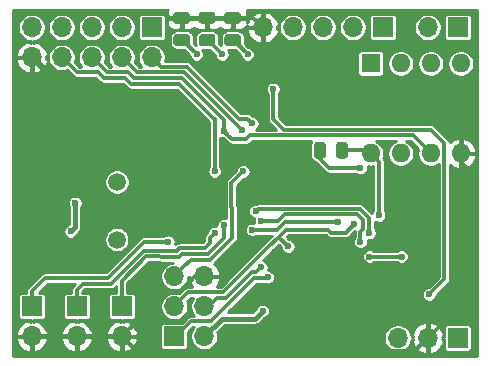
<source format=gbr>
G04 #@! TF.GenerationSoftware,KiCad,Pcbnew,5.1.5*
G04 #@! TF.CreationDate,2020-04-28T00:33:20+02:00*
G04 #@! TF.ProjectId,avr-wave,6176722d-7761-4766-952e-6b696361645f,2*
G04 #@! TF.SameCoordinates,Original*
G04 #@! TF.FileFunction,Copper,L2,Bot*
G04 #@! TF.FilePolarity,Positive*
%FSLAX46Y46*%
G04 Gerber Fmt 4.6, Leading zero omitted, Abs format (unit mm)*
G04 Created by KiCad (PCBNEW 5.1.5) date 2020-04-28 00:33:20*
%MOMM*%
%LPD*%
G04 APERTURE LIST*
%ADD10C,0.100000*%
%ADD11C,1.500000*%
%ADD12O,1.600000X1.600000*%
%ADD13R,1.600000X1.600000*%
%ADD14O,1.700000X1.700000*%
%ADD15R,1.700000X1.700000*%
%ADD16C,0.600000*%
%ADD17C,0.500000*%
%ADD18C,0.300000*%
%ADD19C,0.400000*%
%ADD20C,0.250000*%
%ADD21C,0.254000*%
G04 APERTURE END LIST*
G04 #@! TA.AperFunction,SMDPad,CuDef*
D10*
G36*
X146580142Y-71551174D02*
G01*
X146603803Y-71554684D01*
X146627007Y-71560496D01*
X146649529Y-71568554D01*
X146671153Y-71578782D01*
X146691670Y-71591079D01*
X146710883Y-71605329D01*
X146728607Y-71621393D01*
X146744671Y-71639117D01*
X146758921Y-71658330D01*
X146771218Y-71678847D01*
X146781446Y-71700471D01*
X146789504Y-71722993D01*
X146795316Y-71746197D01*
X146798826Y-71769858D01*
X146800000Y-71793750D01*
X146800000Y-72706250D01*
X146798826Y-72730142D01*
X146795316Y-72753803D01*
X146789504Y-72777007D01*
X146781446Y-72799529D01*
X146771218Y-72821153D01*
X146758921Y-72841670D01*
X146744671Y-72860883D01*
X146728607Y-72878607D01*
X146710883Y-72894671D01*
X146691670Y-72908921D01*
X146671153Y-72921218D01*
X146649529Y-72931446D01*
X146627007Y-72939504D01*
X146603803Y-72945316D01*
X146580142Y-72948826D01*
X146556250Y-72950000D01*
X146068750Y-72950000D01*
X146044858Y-72948826D01*
X146021197Y-72945316D01*
X145997993Y-72939504D01*
X145975471Y-72931446D01*
X145953847Y-72921218D01*
X145933330Y-72908921D01*
X145914117Y-72894671D01*
X145896393Y-72878607D01*
X145880329Y-72860883D01*
X145866079Y-72841670D01*
X145853782Y-72821153D01*
X145843554Y-72799529D01*
X145835496Y-72777007D01*
X145829684Y-72753803D01*
X145826174Y-72730142D01*
X145825000Y-72706250D01*
X145825000Y-71793750D01*
X145826174Y-71769858D01*
X145829684Y-71746197D01*
X145835496Y-71722993D01*
X145843554Y-71700471D01*
X145853782Y-71678847D01*
X145866079Y-71658330D01*
X145880329Y-71639117D01*
X145896393Y-71621393D01*
X145914117Y-71605329D01*
X145933330Y-71591079D01*
X145953847Y-71578782D01*
X145975471Y-71568554D01*
X145997993Y-71560496D01*
X146021197Y-71554684D01*
X146044858Y-71551174D01*
X146068750Y-71550000D01*
X146556250Y-71550000D01*
X146580142Y-71551174D01*
G37*
G04 #@! TD.AperFunction*
G04 #@! TA.AperFunction,SMDPad,CuDef*
G36*
X148455142Y-71551174D02*
G01*
X148478803Y-71554684D01*
X148502007Y-71560496D01*
X148524529Y-71568554D01*
X148546153Y-71578782D01*
X148566670Y-71591079D01*
X148585883Y-71605329D01*
X148603607Y-71621393D01*
X148619671Y-71639117D01*
X148633921Y-71658330D01*
X148646218Y-71678847D01*
X148656446Y-71700471D01*
X148664504Y-71722993D01*
X148670316Y-71746197D01*
X148673826Y-71769858D01*
X148675000Y-71793750D01*
X148675000Y-72706250D01*
X148673826Y-72730142D01*
X148670316Y-72753803D01*
X148664504Y-72777007D01*
X148656446Y-72799529D01*
X148646218Y-72821153D01*
X148633921Y-72841670D01*
X148619671Y-72860883D01*
X148603607Y-72878607D01*
X148585883Y-72894671D01*
X148566670Y-72908921D01*
X148546153Y-72921218D01*
X148524529Y-72931446D01*
X148502007Y-72939504D01*
X148478803Y-72945316D01*
X148455142Y-72948826D01*
X148431250Y-72950000D01*
X147943750Y-72950000D01*
X147919858Y-72948826D01*
X147896197Y-72945316D01*
X147872993Y-72939504D01*
X147850471Y-72931446D01*
X147828847Y-72921218D01*
X147808330Y-72908921D01*
X147789117Y-72894671D01*
X147771393Y-72878607D01*
X147755329Y-72860883D01*
X147741079Y-72841670D01*
X147728782Y-72821153D01*
X147718554Y-72799529D01*
X147710496Y-72777007D01*
X147704684Y-72753803D01*
X147701174Y-72730142D01*
X147700000Y-72706250D01*
X147700000Y-71793750D01*
X147701174Y-71769858D01*
X147704684Y-71746197D01*
X147710496Y-71722993D01*
X147718554Y-71700471D01*
X147728782Y-71678847D01*
X147741079Y-71658330D01*
X147755329Y-71639117D01*
X147771393Y-71621393D01*
X147789117Y-71605329D01*
X147808330Y-71591079D01*
X147828847Y-71578782D01*
X147850471Y-71568554D01*
X147872993Y-71560496D01*
X147896197Y-71554684D01*
X147919858Y-71551174D01*
X147943750Y-71550000D01*
X148431250Y-71550000D01*
X148455142Y-71551174D01*
G37*
G04 #@! TD.AperFunction*
G04 #@! TA.AperFunction,SMDPad,CuDef*
G36*
X135100142Y-62427174D02*
G01*
X135123803Y-62430684D01*
X135147007Y-62436496D01*
X135169529Y-62444554D01*
X135191153Y-62454782D01*
X135211670Y-62467079D01*
X135230883Y-62481329D01*
X135248607Y-62497393D01*
X135264671Y-62515117D01*
X135278921Y-62534330D01*
X135291218Y-62554847D01*
X135301446Y-62576471D01*
X135309504Y-62598993D01*
X135315316Y-62622197D01*
X135318826Y-62645858D01*
X135320000Y-62669750D01*
X135320000Y-63157250D01*
X135318826Y-63181142D01*
X135315316Y-63204803D01*
X135309504Y-63228007D01*
X135301446Y-63250529D01*
X135291218Y-63272153D01*
X135278921Y-63292670D01*
X135264671Y-63311883D01*
X135248607Y-63329607D01*
X135230883Y-63345671D01*
X135211670Y-63359921D01*
X135191153Y-63372218D01*
X135169529Y-63382446D01*
X135147007Y-63390504D01*
X135123803Y-63396316D01*
X135100142Y-63399826D01*
X135076250Y-63401000D01*
X134163750Y-63401000D01*
X134139858Y-63399826D01*
X134116197Y-63396316D01*
X134092993Y-63390504D01*
X134070471Y-63382446D01*
X134048847Y-63372218D01*
X134028330Y-63359921D01*
X134009117Y-63345671D01*
X133991393Y-63329607D01*
X133975329Y-63311883D01*
X133961079Y-63292670D01*
X133948782Y-63272153D01*
X133938554Y-63250529D01*
X133930496Y-63228007D01*
X133924684Y-63204803D01*
X133921174Y-63181142D01*
X133920000Y-63157250D01*
X133920000Y-62669750D01*
X133921174Y-62645858D01*
X133924684Y-62622197D01*
X133930496Y-62598993D01*
X133938554Y-62576471D01*
X133948782Y-62554847D01*
X133961079Y-62534330D01*
X133975329Y-62515117D01*
X133991393Y-62497393D01*
X134009117Y-62481329D01*
X134028330Y-62467079D01*
X134048847Y-62454782D01*
X134070471Y-62444554D01*
X134092993Y-62436496D01*
X134116197Y-62430684D01*
X134139858Y-62427174D01*
X134163750Y-62426000D01*
X135076250Y-62426000D01*
X135100142Y-62427174D01*
G37*
G04 #@! TD.AperFunction*
G04 #@! TA.AperFunction,SMDPad,CuDef*
G36*
X135100142Y-60552174D02*
G01*
X135123803Y-60555684D01*
X135147007Y-60561496D01*
X135169529Y-60569554D01*
X135191153Y-60579782D01*
X135211670Y-60592079D01*
X135230883Y-60606329D01*
X135248607Y-60622393D01*
X135264671Y-60640117D01*
X135278921Y-60659330D01*
X135291218Y-60679847D01*
X135301446Y-60701471D01*
X135309504Y-60723993D01*
X135315316Y-60747197D01*
X135318826Y-60770858D01*
X135320000Y-60794750D01*
X135320000Y-61282250D01*
X135318826Y-61306142D01*
X135315316Y-61329803D01*
X135309504Y-61353007D01*
X135301446Y-61375529D01*
X135291218Y-61397153D01*
X135278921Y-61417670D01*
X135264671Y-61436883D01*
X135248607Y-61454607D01*
X135230883Y-61470671D01*
X135211670Y-61484921D01*
X135191153Y-61497218D01*
X135169529Y-61507446D01*
X135147007Y-61515504D01*
X135123803Y-61521316D01*
X135100142Y-61524826D01*
X135076250Y-61526000D01*
X134163750Y-61526000D01*
X134139858Y-61524826D01*
X134116197Y-61521316D01*
X134092993Y-61515504D01*
X134070471Y-61507446D01*
X134048847Y-61497218D01*
X134028330Y-61484921D01*
X134009117Y-61470671D01*
X133991393Y-61454607D01*
X133975329Y-61436883D01*
X133961079Y-61417670D01*
X133948782Y-61397153D01*
X133938554Y-61375529D01*
X133930496Y-61353007D01*
X133924684Y-61329803D01*
X133921174Y-61306142D01*
X133920000Y-61282250D01*
X133920000Y-60794750D01*
X133921174Y-60770858D01*
X133924684Y-60747197D01*
X133930496Y-60723993D01*
X133938554Y-60701471D01*
X133948782Y-60679847D01*
X133961079Y-60659330D01*
X133975329Y-60640117D01*
X133991393Y-60622393D01*
X134009117Y-60606329D01*
X134028330Y-60592079D01*
X134048847Y-60579782D01*
X134070471Y-60569554D01*
X134092993Y-60561496D01*
X134116197Y-60555684D01*
X134139858Y-60552174D01*
X134163750Y-60551000D01*
X135076250Y-60551000D01*
X135100142Y-60552174D01*
G37*
G04 #@! TD.AperFunction*
G04 #@! TA.AperFunction,SMDPad,CuDef*
G36*
X137259142Y-62427174D02*
G01*
X137282803Y-62430684D01*
X137306007Y-62436496D01*
X137328529Y-62444554D01*
X137350153Y-62454782D01*
X137370670Y-62467079D01*
X137389883Y-62481329D01*
X137407607Y-62497393D01*
X137423671Y-62515117D01*
X137437921Y-62534330D01*
X137450218Y-62554847D01*
X137460446Y-62576471D01*
X137468504Y-62598993D01*
X137474316Y-62622197D01*
X137477826Y-62645858D01*
X137479000Y-62669750D01*
X137479000Y-63157250D01*
X137477826Y-63181142D01*
X137474316Y-63204803D01*
X137468504Y-63228007D01*
X137460446Y-63250529D01*
X137450218Y-63272153D01*
X137437921Y-63292670D01*
X137423671Y-63311883D01*
X137407607Y-63329607D01*
X137389883Y-63345671D01*
X137370670Y-63359921D01*
X137350153Y-63372218D01*
X137328529Y-63382446D01*
X137306007Y-63390504D01*
X137282803Y-63396316D01*
X137259142Y-63399826D01*
X137235250Y-63401000D01*
X136322750Y-63401000D01*
X136298858Y-63399826D01*
X136275197Y-63396316D01*
X136251993Y-63390504D01*
X136229471Y-63382446D01*
X136207847Y-63372218D01*
X136187330Y-63359921D01*
X136168117Y-63345671D01*
X136150393Y-63329607D01*
X136134329Y-63311883D01*
X136120079Y-63292670D01*
X136107782Y-63272153D01*
X136097554Y-63250529D01*
X136089496Y-63228007D01*
X136083684Y-63204803D01*
X136080174Y-63181142D01*
X136079000Y-63157250D01*
X136079000Y-62669750D01*
X136080174Y-62645858D01*
X136083684Y-62622197D01*
X136089496Y-62598993D01*
X136097554Y-62576471D01*
X136107782Y-62554847D01*
X136120079Y-62534330D01*
X136134329Y-62515117D01*
X136150393Y-62497393D01*
X136168117Y-62481329D01*
X136187330Y-62467079D01*
X136207847Y-62454782D01*
X136229471Y-62444554D01*
X136251993Y-62436496D01*
X136275197Y-62430684D01*
X136298858Y-62427174D01*
X136322750Y-62426000D01*
X137235250Y-62426000D01*
X137259142Y-62427174D01*
G37*
G04 #@! TD.AperFunction*
G04 #@! TA.AperFunction,SMDPad,CuDef*
G36*
X137259142Y-60552174D02*
G01*
X137282803Y-60555684D01*
X137306007Y-60561496D01*
X137328529Y-60569554D01*
X137350153Y-60579782D01*
X137370670Y-60592079D01*
X137389883Y-60606329D01*
X137407607Y-60622393D01*
X137423671Y-60640117D01*
X137437921Y-60659330D01*
X137450218Y-60679847D01*
X137460446Y-60701471D01*
X137468504Y-60723993D01*
X137474316Y-60747197D01*
X137477826Y-60770858D01*
X137479000Y-60794750D01*
X137479000Y-61282250D01*
X137477826Y-61306142D01*
X137474316Y-61329803D01*
X137468504Y-61353007D01*
X137460446Y-61375529D01*
X137450218Y-61397153D01*
X137437921Y-61417670D01*
X137423671Y-61436883D01*
X137407607Y-61454607D01*
X137389883Y-61470671D01*
X137370670Y-61484921D01*
X137350153Y-61497218D01*
X137328529Y-61507446D01*
X137306007Y-61515504D01*
X137282803Y-61521316D01*
X137259142Y-61524826D01*
X137235250Y-61526000D01*
X136322750Y-61526000D01*
X136298858Y-61524826D01*
X136275197Y-61521316D01*
X136251993Y-61515504D01*
X136229471Y-61507446D01*
X136207847Y-61497218D01*
X136187330Y-61484921D01*
X136168117Y-61470671D01*
X136150393Y-61454607D01*
X136134329Y-61436883D01*
X136120079Y-61417670D01*
X136107782Y-61397153D01*
X136097554Y-61375529D01*
X136089496Y-61353007D01*
X136083684Y-61329803D01*
X136080174Y-61306142D01*
X136079000Y-61282250D01*
X136079000Y-60794750D01*
X136080174Y-60770858D01*
X136083684Y-60747197D01*
X136089496Y-60723993D01*
X136097554Y-60701471D01*
X136107782Y-60679847D01*
X136120079Y-60659330D01*
X136134329Y-60640117D01*
X136150393Y-60622393D01*
X136168117Y-60606329D01*
X136187330Y-60592079D01*
X136207847Y-60579782D01*
X136229471Y-60569554D01*
X136251993Y-60561496D01*
X136275197Y-60555684D01*
X136298858Y-60552174D01*
X136322750Y-60551000D01*
X137235250Y-60551000D01*
X137259142Y-60552174D01*
G37*
G04 #@! TD.AperFunction*
G04 #@! TA.AperFunction,SMDPad,CuDef*
G36*
X139418142Y-62427174D02*
G01*
X139441803Y-62430684D01*
X139465007Y-62436496D01*
X139487529Y-62444554D01*
X139509153Y-62454782D01*
X139529670Y-62467079D01*
X139548883Y-62481329D01*
X139566607Y-62497393D01*
X139582671Y-62515117D01*
X139596921Y-62534330D01*
X139609218Y-62554847D01*
X139619446Y-62576471D01*
X139627504Y-62598993D01*
X139633316Y-62622197D01*
X139636826Y-62645858D01*
X139638000Y-62669750D01*
X139638000Y-63157250D01*
X139636826Y-63181142D01*
X139633316Y-63204803D01*
X139627504Y-63228007D01*
X139619446Y-63250529D01*
X139609218Y-63272153D01*
X139596921Y-63292670D01*
X139582671Y-63311883D01*
X139566607Y-63329607D01*
X139548883Y-63345671D01*
X139529670Y-63359921D01*
X139509153Y-63372218D01*
X139487529Y-63382446D01*
X139465007Y-63390504D01*
X139441803Y-63396316D01*
X139418142Y-63399826D01*
X139394250Y-63401000D01*
X138481750Y-63401000D01*
X138457858Y-63399826D01*
X138434197Y-63396316D01*
X138410993Y-63390504D01*
X138388471Y-63382446D01*
X138366847Y-63372218D01*
X138346330Y-63359921D01*
X138327117Y-63345671D01*
X138309393Y-63329607D01*
X138293329Y-63311883D01*
X138279079Y-63292670D01*
X138266782Y-63272153D01*
X138256554Y-63250529D01*
X138248496Y-63228007D01*
X138242684Y-63204803D01*
X138239174Y-63181142D01*
X138238000Y-63157250D01*
X138238000Y-62669750D01*
X138239174Y-62645858D01*
X138242684Y-62622197D01*
X138248496Y-62598993D01*
X138256554Y-62576471D01*
X138266782Y-62554847D01*
X138279079Y-62534330D01*
X138293329Y-62515117D01*
X138309393Y-62497393D01*
X138327117Y-62481329D01*
X138346330Y-62467079D01*
X138366847Y-62454782D01*
X138388471Y-62444554D01*
X138410993Y-62436496D01*
X138434197Y-62430684D01*
X138457858Y-62427174D01*
X138481750Y-62426000D01*
X139394250Y-62426000D01*
X139418142Y-62427174D01*
G37*
G04 #@! TD.AperFunction*
G04 #@! TA.AperFunction,SMDPad,CuDef*
G36*
X139418142Y-60552174D02*
G01*
X139441803Y-60555684D01*
X139465007Y-60561496D01*
X139487529Y-60569554D01*
X139509153Y-60579782D01*
X139529670Y-60592079D01*
X139548883Y-60606329D01*
X139566607Y-60622393D01*
X139582671Y-60640117D01*
X139596921Y-60659330D01*
X139609218Y-60679847D01*
X139619446Y-60701471D01*
X139627504Y-60723993D01*
X139633316Y-60747197D01*
X139636826Y-60770858D01*
X139638000Y-60794750D01*
X139638000Y-61282250D01*
X139636826Y-61306142D01*
X139633316Y-61329803D01*
X139627504Y-61353007D01*
X139619446Y-61375529D01*
X139609218Y-61397153D01*
X139596921Y-61417670D01*
X139582671Y-61436883D01*
X139566607Y-61454607D01*
X139548883Y-61470671D01*
X139529670Y-61484921D01*
X139509153Y-61497218D01*
X139487529Y-61507446D01*
X139465007Y-61515504D01*
X139441803Y-61521316D01*
X139418142Y-61524826D01*
X139394250Y-61526000D01*
X138481750Y-61526000D01*
X138457858Y-61524826D01*
X138434197Y-61521316D01*
X138410993Y-61515504D01*
X138388471Y-61507446D01*
X138366847Y-61497218D01*
X138346330Y-61484921D01*
X138327117Y-61470671D01*
X138309393Y-61454607D01*
X138293329Y-61436883D01*
X138279079Y-61417670D01*
X138266782Y-61397153D01*
X138256554Y-61375529D01*
X138248496Y-61353007D01*
X138242684Y-61329803D01*
X138239174Y-61306142D01*
X138238000Y-61282250D01*
X138238000Y-60794750D01*
X138239174Y-60770858D01*
X138242684Y-60747197D01*
X138248496Y-60723993D01*
X138256554Y-60701471D01*
X138266782Y-60679847D01*
X138279079Y-60659330D01*
X138293329Y-60640117D01*
X138309393Y-60622393D01*
X138327117Y-60606329D01*
X138346330Y-60592079D01*
X138366847Y-60579782D01*
X138388471Y-60569554D01*
X138410993Y-60561496D01*
X138434197Y-60555684D01*
X138457858Y-60552174D01*
X138481750Y-60551000D01*
X139394250Y-60551000D01*
X139418142Y-60552174D01*
G37*
G04 #@! TD.AperFunction*
D11*
X129159000Y-79810000D03*
X129159000Y-74930000D03*
D12*
X150622000Y-72517000D03*
X158242000Y-64897000D03*
X153162000Y-72517000D03*
X155702000Y-64897000D03*
X155702000Y-72517000D03*
X153162000Y-64897000D03*
X158242000Y-72517000D03*
D13*
X150622000Y-64897000D03*
D14*
X155448000Y-61849000D03*
D15*
X157988000Y-61849000D03*
D14*
X152908000Y-88138000D03*
X155448000Y-88138000D03*
D15*
X157988000Y-88138000D03*
D14*
X141478000Y-61849000D03*
X144018000Y-61849000D03*
X146558000Y-61849000D03*
X149098000Y-61849000D03*
D15*
X151638000Y-61849000D03*
D14*
X121920000Y-64389000D03*
X121920000Y-61849000D03*
X124460000Y-64389000D03*
X124460000Y-61849000D03*
X127000000Y-64389000D03*
X127000000Y-61849000D03*
X129540000Y-64389000D03*
X129540000Y-61849000D03*
X132080000Y-64389000D03*
D15*
X132080000Y-61849000D03*
D14*
X136525000Y-82931000D03*
X133985000Y-82931000D03*
X136525000Y-85471000D03*
X133985000Y-85471000D03*
X136525000Y-88011000D03*
D15*
X133985000Y-88011000D03*
D14*
X129540000Y-88011000D03*
D15*
X129540000Y-85471000D03*
D14*
X125730000Y-88011000D03*
D15*
X125730000Y-85471000D03*
D14*
X121920000Y-88011000D03*
D15*
X121920000Y-85471000D03*
D16*
X127508000Y-68199000D03*
X152146000Y-76835000D03*
X145288000Y-81153000D03*
X152077051Y-73914000D03*
X125730000Y-63119000D03*
X128270000Y-63119000D03*
X130683000Y-63119000D03*
X124422000Y-75692000D03*
X145669000Y-75819000D03*
X135382000Y-69088000D03*
X132715000Y-71628000D03*
X132461000Y-77597000D03*
X127508000Y-70866000D03*
X120904000Y-67056000D03*
X142875000Y-65786000D03*
X141673173Y-69880789D03*
X146177000Y-85687000D03*
X145288000Y-60833000D03*
X147828000Y-60833000D03*
X150213854Y-60824762D03*
X129286000Y-78232000D03*
X128016000Y-82042000D03*
X131953000Y-82169000D03*
X138557000Y-82169000D03*
X136779000Y-75565000D03*
X123825000Y-84074000D03*
X127635000Y-84455000D03*
X135327091Y-89204292D03*
X125095000Y-82042000D03*
X151892000Y-71743000D03*
X152019000Y-63500000D03*
X143129000Y-68961000D03*
X153924000Y-60833000D03*
X150876000Y-85090000D03*
X156000000Y-63250000D03*
X153289000Y-69750000D03*
X124468001Y-71760994D03*
X127500000Y-67000000D03*
X145135261Y-87528739D03*
X139494782Y-76725656D03*
X143250000Y-84750000D03*
X143250000Y-81250000D03*
X129868749Y-73867200D03*
X121031000Y-78000000D03*
X159250000Y-74250000D03*
X120750000Y-60750000D03*
X159250000Y-63500000D03*
X159250000Y-84250000D03*
X150750000Y-89250000D03*
X152250000Y-80500000D03*
X152186431Y-82063569D03*
X154500000Y-81250000D03*
X157000000Y-84250000D03*
X153750000Y-84500000D03*
X123250000Y-77500000D03*
X131750000Y-86500000D03*
X159250000Y-78000000D03*
X159250000Y-81500000D03*
X139500000Y-85750000D03*
X150250000Y-75750000D03*
X121000000Y-82000000D03*
X140500000Y-89250000D03*
X145288000Y-89250004D03*
X133250000Y-84250000D03*
X138500000Y-74000000D03*
X138000000Y-76750000D03*
X142000000Y-75750000D03*
X142000000Y-73750000D03*
X125222000Y-79121000D03*
X141478000Y-85852000D03*
X151327051Y-77770701D03*
X125603000Y-76708000D03*
X153250000Y-81250000D03*
X150500016Y-81250000D03*
X140208000Y-64135000D03*
X138049000Y-64135000D03*
X135890000Y-64135000D03*
X142367000Y-67056000D03*
X155575000Y-84455000D03*
X138176000Y-70612000D03*
X140577000Y-78994000D03*
X147877878Y-78326278D03*
X137414000Y-74041000D03*
X139827000Y-74041000D03*
X139737943Y-70552022D03*
X140589000Y-69977000D03*
X143637000Y-80391000D03*
X149225000Y-78486000D03*
X141905701Y-83001051D03*
X141351000Y-82169000D03*
X141351000Y-78232000D03*
X149750000Y-80000000D03*
X149750000Y-73750000D03*
X140876172Y-77403391D03*
X150500000Y-79250000D03*
X138182223Y-78607814D03*
X137414000Y-79248000D03*
X133477000Y-79991000D03*
D17*
X121920000Y-64389000D02*
X125730000Y-68199000D01*
X125730000Y-68199000D02*
X127508000Y-68199000D01*
D18*
X135761002Y-82931000D02*
X136525000Y-82931000D01*
X134561001Y-84131001D02*
X135761002Y-82931000D01*
X133419999Y-84131001D02*
X134561001Y-84131001D01*
X129540000Y-88011000D02*
X133419999Y-84131001D01*
X134620000Y-61038500D02*
X136779000Y-61038500D01*
X136779000Y-61038500D02*
X138938000Y-61038500D01*
X140667500Y-61038500D02*
X141478000Y-61849000D01*
X138938000Y-61038500D02*
X140667500Y-61038500D01*
X152077051Y-76766051D02*
X152146000Y-76835000D01*
X152077051Y-73914000D02*
X152077051Y-76766051D01*
D19*
X121920000Y-64389000D02*
X121920000Y-66040000D01*
X121920000Y-66040000D02*
X120904000Y-67056000D01*
D18*
X128555002Y-82042000D02*
X128016000Y-82042000D01*
X130259001Y-80338001D02*
X128555002Y-82042000D01*
X129286000Y-78232000D02*
X130259001Y-79205001D01*
X130259001Y-79205001D02*
X130259001Y-80338001D01*
X123825000Y-88011000D02*
X123825000Y-84074000D01*
X123825000Y-88011000D02*
X125730000Y-88011000D01*
X121920000Y-88011000D02*
X123825000Y-88011000D01*
X127762000Y-88011000D02*
X127762000Y-84582000D01*
X127762000Y-88011000D02*
X129540000Y-88011000D01*
X127762000Y-84582000D02*
X127635000Y-84455000D01*
X125730000Y-88011000D02*
X127762000Y-88011000D01*
X135320382Y-89211001D02*
X135327091Y-89204292D01*
X129540000Y-88011000D02*
X130740001Y-89211001D01*
X130740001Y-89211001D02*
X135320382Y-89211001D01*
X152077051Y-73914000D02*
X151892000Y-73728949D01*
X151892000Y-73728949D02*
X151892000Y-71743000D01*
D19*
X145288000Y-81153000D02*
X145288000Y-87376000D01*
X145288000Y-87376000D02*
X145135261Y-87528739D01*
D18*
X134747000Y-77597000D02*
X136779000Y-75565000D01*
X132461000Y-77597000D02*
X134747000Y-77597000D01*
D19*
X143250000Y-84750000D02*
X143250000Y-81250000D01*
X122114000Y-78000000D02*
X124422000Y-75692000D01*
X121031000Y-78000000D02*
X122114000Y-78000000D01*
D18*
X158242000Y-72517000D02*
X158242000Y-73242000D01*
X158242000Y-73242000D02*
X159250000Y-74250000D01*
X156000000Y-63250000D02*
X159000000Y-63250000D01*
X159000000Y-63250000D02*
X159250000Y-63500000D01*
X155448000Y-88138000D02*
X159250000Y-84336000D01*
X159250000Y-84336000D02*
X159250000Y-84250000D01*
X150766001Y-89266001D02*
X150750000Y-89250000D01*
X155448000Y-88138000D02*
X154319999Y-89266001D01*
X154319999Y-89266001D02*
X150766001Y-89266001D01*
X150876000Y-85090000D02*
X150876000Y-83374000D01*
X150876000Y-83374000D02*
X152186431Y-82063569D01*
X159250000Y-74250000D02*
X159250000Y-78000000D01*
X143250000Y-84750000D02*
X140500000Y-84750000D01*
X140500000Y-84750000D02*
X139500000Y-85750000D01*
X145669000Y-75819000D02*
X150181000Y-75819000D01*
X150181000Y-75819000D02*
X150250000Y-75750000D01*
X145287996Y-89250000D02*
X145288000Y-89250004D01*
X140500000Y-89250000D02*
X145287996Y-89250000D01*
D20*
X145135261Y-89097265D02*
X145288000Y-89250004D01*
X145135261Y-87528739D02*
X145135261Y-89097265D01*
D18*
X136779000Y-75565000D02*
X136935000Y-75565000D01*
X136935000Y-75565000D02*
X138500000Y-74000000D01*
X142000000Y-75750000D02*
X142000000Y-73750000D01*
X151327051Y-73222051D02*
X150622000Y-72517000D01*
X151327051Y-77770701D02*
X151327051Y-73222051D01*
D19*
X125603000Y-78740000D02*
X125222000Y-79121000D01*
X125603000Y-76708000D02*
X125603000Y-78740000D01*
X138036000Y-86500000D02*
X136525000Y-88011000D01*
X141478000Y-85852000D02*
X140830000Y-86500000D01*
X140830000Y-86500000D02*
X138036000Y-86500000D01*
D18*
X150355000Y-72250000D02*
X150622000Y-72517000D01*
X148187500Y-72250000D02*
X150355000Y-72250000D01*
X153250000Y-81250000D02*
X150500016Y-81250000D01*
X138986500Y-62913500D02*
X140208000Y-64135000D01*
X138938000Y-62913500D02*
X138986500Y-62913500D01*
X136827500Y-62913500D02*
X138049000Y-64135000D01*
X136779000Y-62913500D02*
X136827500Y-62913500D01*
X134620000Y-62913500D02*
X134668500Y-62913500D01*
X134668500Y-62913500D02*
X135890000Y-64135000D01*
X142367000Y-69596000D02*
X142367000Y-67056000D01*
X156852001Y-83177999D02*
X156852001Y-71635001D01*
X155575000Y-84455000D02*
X156852001Y-83177999D01*
X156852001Y-71635001D02*
X155709990Y-70492990D01*
X155709990Y-70492990D02*
X143263990Y-70492990D01*
X143263990Y-70492990D02*
X142367000Y-69596000D01*
X138176000Y-69697199D02*
X134637811Y-66159010D01*
X128270000Y-65659000D02*
X127000000Y-64389000D01*
X138176000Y-70612000D02*
X138176000Y-69697199D01*
X134637811Y-66159010D02*
X130548010Y-66159010D01*
X130548010Y-66159010D02*
X130048000Y-65659000D01*
X130048000Y-65659000D02*
X128270000Y-65659000D01*
X138575999Y-71011999D02*
X138176000Y-70612000D01*
X138866023Y-71302023D02*
X138575999Y-71011999D01*
X140097944Y-71302023D02*
X138866023Y-71302023D01*
X140406967Y-70993000D02*
X140097944Y-71302023D01*
X149606000Y-70993000D02*
X140406967Y-70993000D01*
X154178000Y-70993000D02*
X150114000Y-70993000D01*
X155702000Y-72517000D02*
X154178000Y-70993000D01*
X150241000Y-70993000D02*
X150114000Y-70993000D01*
X150114000Y-70993000D02*
X149606000Y-70993000D01*
X142708878Y-78994000D02*
X143376600Y-78326278D01*
X140577000Y-78994000D02*
X142708878Y-78994000D01*
X143376600Y-78326278D02*
X147312193Y-78326278D01*
X147312193Y-78326278D02*
X147877878Y-78326278D01*
X130340900Y-66659020D02*
X129848880Y-66167000D01*
X127508000Y-65659000D02*
X125730000Y-65659000D01*
X129848880Y-66167000D02*
X128016000Y-66167000D01*
X134430701Y-66659020D02*
X130340900Y-66659020D01*
X128016000Y-66167000D02*
X127508000Y-65659000D01*
X125730000Y-65659000D02*
X124460000Y-64389000D01*
X137287000Y-69515319D02*
X134430701Y-66659020D01*
X137414000Y-69642319D02*
X137287000Y-69515319D01*
X137414000Y-74041000D02*
X137414000Y-69642319D01*
X137033000Y-81534000D02*
X135382000Y-81534000D01*
X139827000Y-74041000D02*
X138816781Y-75051219D01*
X138889249Y-79677751D02*
X137033000Y-81534000D01*
X138889249Y-77123565D02*
X138889249Y-79677751D01*
X138816781Y-77051097D02*
X138889249Y-77123565D01*
X134834999Y-82081001D02*
X133985000Y-82931000D01*
X138816781Y-75051219D02*
X138816781Y-77051097D01*
X135382000Y-81534000D02*
X134834999Y-82081001D01*
X139737943Y-70552022D02*
X134844921Y-65659000D01*
X130810000Y-65659000D02*
X129540000Y-64389000D01*
X134844921Y-65659000D02*
X130810000Y-65659000D01*
X132849990Y-65158990D02*
X132080000Y-64389000D01*
X135052031Y-65158990D02*
X132849990Y-65158990D01*
X139470042Y-69577001D02*
X135052031Y-65158990D01*
X140589000Y-69977000D02*
X140189001Y-69577001D01*
X140189001Y-69577001D02*
X139470042Y-69577001D01*
X149225000Y-78486000D02*
X148494989Y-79216011D01*
X147288011Y-79216011D02*
X147038020Y-78966020D01*
X148494989Y-79216011D02*
X147288011Y-79216011D01*
X135185001Y-84270999D02*
X133985000Y-85471000D01*
X138138999Y-84270999D02*
X135185001Y-84270999D01*
X142018998Y-80391000D02*
X138138999Y-84270999D01*
X143443978Y-78966020D02*
X147038020Y-78966020D01*
X142891499Y-79645499D02*
X143637000Y-80391000D01*
X142764499Y-79645499D02*
X142891499Y-79645499D01*
X142764499Y-79645499D02*
X143443978Y-78966020D01*
X142018998Y-80391000D02*
X142764499Y-79645499D01*
X134112000Y-88011000D02*
X133985000Y-88011000D01*
X141905701Y-83001051D02*
X141837743Y-83069009D01*
X140755229Y-83069009D02*
X137083238Y-86741000D01*
X141837743Y-83069009D02*
X140755229Y-83069009D01*
X137083238Y-86741000D02*
X135382000Y-86741000D01*
X135382000Y-86741000D02*
X134112000Y-88011000D01*
X140951001Y-82568999D02*
X140548119Y-82568999D01*
X141351000Y-82169000D02*
X140951001Y-82568999D01*
X140548119Y-82568999D02*
X138346109Y-84771009D01*
X138346109Y-84771009D02*
X137605991Y-84771009D01*
X136906000Y-85471000D02*
X136525000Y-85471000D01*
X137605991Y-84771009D02*
X136906000Y-85471000D01*
X149750000Y-79144556D02*
X149750000Y-79434315D01*
X142768000Y-78232000D02*
X143351723Y-77648277D01*
X150000000Y-78894556D02*
X149750000Y-79144556D01*
X150000000Y-78189315D02*
X150000000Y-78894556D01*
X141351000Y-78232000D02*
X142768000Y-78232000D01*
X143351723Y-77648277D02*
X149458962Y-77648277D01*
X149750000Y-79434315D02*
X149750000Y-80000000D01*
X149458962Y-77648277D02*
X150000000Y-78189315D01*
X147812500Y-73750000D02*
X149750000Y-73750000D01*
X147112500Y-73750000D02*
X147812500Y-73750000D01*
X146312500Y-72950000D02*
X147112500Y-73750000D01*
X146312500Y-72250000D02*
X146312500Y-72950000D01*
X141063563Y-77216000D02*
X140876172Y-77403391D01*
X149534000Y-77216000D02*
X149716000Y-77216000D01*
X149534000Y-77216000D02*
X141063563Y-77216000D01*
X150500000Y-78000000D02*
X150500000Y-79250000D01*
X149716000Y-77216000D02*
X150500000Y-78000000D01*
X138182223Y-78607814D02*
X138182223Y-79677657D01*
X131628229Y-81241011D02*
X133985000Y-81280000D01*
X138182223Y-79677657D02*
X136825890Y-81033990D01*
X134376122Y-81280000D02*
X133985000Y-81280000D01*
X134622132Y-81033990D02*
X134376122Y-81280000D01*
X136825890Y-81033990D02*
X134622132Y-81033990D01*
X129540000Y-83329240D02*
X131628229Y-81241011D01*
X129540000Y-85471000D02*
X129540000Y-83329240D01*
X125730000Y-84074000D02*
X126245990Y-83558010D01*
X126245990Y-83558010D02*
X128604110Y-83558010D01*
X125730000Y-85471000D02*
X125730000Y-84074000D01*
X128604110Y-83558010D02*
X131421119Y-80741001D01*
X131421119Y-80741001D02*
X134208001Y-80741001D01*
X134208001Y-80741001D02*
X134415022Y-80533980D01*
X134415022Y-80533980D02*
X136618780Y-80533980D01*
X137014001Y-80138759D02*
X136618780Y-80533980D01*
X137014001Y-79647999D02*
X137014001Y-80138759D01*
X137414000Y-79248000D02*
X137014001Y-79647999D01*
X121920000Y-84201000D02*
X121920000Y-85471000D01*
X123063000Y-83058000D02*
X121920000Y-84201000D01*
X131464000Y-79991000D02*
X128397000Y-83058000D01*
X133477000Y-79991000D02*
X131464000Y-79991000D01*
X128397000Y-83058000D02*
X123063000Y-83058000D01*
D21*
G36*
X133400625Y-60447690D02*
G01*
X133390450Y-60551000D01*
X133393000Y-60833750D01*
X133524750Y-60965500D01*
X134547000Y-60965500D01*
X134547000Y-60945500D01*
X134693000Y-60945500D01*
X134693000Y-60965500D01*
X136706000Y-60965500D01*
X136706000Y-60945500D01*
X136852000Y-60945500D01*
X136852000Y-60965500D01*
X138865000Y-60965500D01*
X138865000Y-60945500D01*
X139011000Y-60945500D01*
X139011000Y-60965500D01*
X140033250Y-60965500D01*
X140165000Y-60833750D01*
X140167550Y-60551000D01*
X140157375Y-60447690D01*
X140128347Y-60352000D01*
X159648000Y-60352000D01*
X159648001Y-89648000D01*
X120352000Y-89648000D01*
X120352000Y-88298209D01*
X120573285Y-88298209D01*
X120640680Y-88520391D01*
X120764639Y-88760186D01*
X120932998Y-88971190D01*
X121139287Y-89145295D01*
X121375578Y-89275809D01*
X121632791Y-89357718D01*
X121847000Y-89254317D01*
X121847000Y-88084000D01*
X121993000Y-88084000D01*
X121993000Y-89254317D01*
X122207209Y-89357718D01*
X122464422Y-89275809D01*
X122700713Y-89145295D01*
X122907002Y-88971190D01*
X123075361Y-88760186D01*
X123199320Y-88520391D01*
X123266715Y-88298209D01*
X124383285Y-88298209D01*
X124450680Y-88520391D01*
X124574639Y-88760186D01*
X124742998Y-88971190D01*
X124949287Y-89145295D01*
X125185578Y-89275809D01*
X125442791Y-89357718D01*
X125657000Y-89254317D01*
X125657000Y-88084000D01*
X125803000Y-88084000D01*
X125803000Y-89254317D01*
X126017209Y-89357718D01*
X126274422Y-89275809D01*
X126510713Y-89145295D01*
X126717002Y-88971190D01*
X126885361Y-88760186D01*
X127009320Y-88520391D01*
X127076715Y-88298209D01*
X128193285Y-88298209D01*
X128260680Y-88520391D01*
X128384639Y-88760186D01*
X128552998Y-88971190D01*
X128759287Y-89145295D01*
X128995578Y-89275809D01*
X129252791Y-89357718D01*
X129467000Y-89254317D01*
X129467000Y-88084000D01*
X129613000Y-88084000D01*
X129613000Y-89254317D01*
X129827209Y-89357718D01*
X130084422Y-89275809D01*
X130320713Y-89145295D01*
X130527002Y-88971190D01*
X130695361Y-88760186D01*
X130819320Y-88520391D01*
X130886715Y-88298209D01*
X130783108Y-88084000D01*
X129613000Y-88084000D01*
X129467000Y-88084000D01*
X128296892Y-88084000D01*
X128193285Y-88298209D01*
X127076715Y-88298209D01*
X126973108Y-88084000D01*
X125803000Y-88084000D01*
X125657000Y-88084000D01*
X124486892Y-88084000D01*
X124383285Y-88298209D01*
X123266715Y-88298209D01*
X123163108Y-88084000D01*
X121993000Y-88084000D01*
X121847000Y-88084000D01*
X120676892Y-88084000D01*
X120573285Y-88298209D01*
X120352000Y-88298209D01*
X120352000Y-79059246D01*
X124595000Y-79059246D01*
X124595000Y-79182754D01*
X124619095Y-79303889D01*
X124666360Y-79417996D01*
X124734977Y-79520689D01*
X124822311Y-79608023D01*
X124925004Y-79676640D01*
X125039111Y-79723905D01*
X125160246Y-79748000D01*
X125283754Y-79748000D01*
X125404889Y-79723905D01*
X125453124Y-79703925D01*
X128082000Y-79703925D01*
X128082000Y-79916075D01*
X128123389Y-80124149D01*
X128204575Y-80320151D01*
X128322440Y-80496547D01*
X128472453Y-80646560D01*
X128648849Y-80764425D01*
X128844851Y-80845611D01*
X129052925Y-80887000D01*
X129265075Y-80887000D01*
X129473149Y-80845611D01*
X129669151Y-80764425D01*
X129845547Y-80646560D01*
X129995560Y-80496547D01*
X130113425Y-80320151D01*
X130194611Y-80124149D01*
X130236000Y-79916075D01*
X130236000Y-79703925D01*
X130194611Y-79495851D01*
X130113425Y-79299849D01*
X129995560Y-79123453D01*
X129845547Y-78973440D01*
X129669151Y-78855575D01*
X129473149Y-78774389D01*
X129265075Y-78733000D01*
X129052925Y-78733000D01*
X128844851Y-78774389D01*
X128648849Y-78855575D01*
X128472453Y-78973440D01*
X128322440Y-79123453D01*
X128204575Y-79299849D01*
X128123389Y-79495851D01*
X128082000Y-79703925D01*
X125453124Y-79703925D01*
X125518996Y-79676640D01*
X125621689Y-79608023D01*
X125709023Y-79520689D01*
X125777640Y-79417996D01*
X125824905Y-79303889D01*
X125834962Y-79253327D01*
X125957339Y-79130951D01*
X125977448Y-79114448D01*
X126043304Y-79034202D01*
X126092239Y-78942650D01*
X126122374Y-78843310D01*
X126130000Y-78765881D01*
X126130000Y-78765879D01*
X126132549Y-78740001D01*
X126130000Y-78714123D01*
X126130000Y-77047859D01*
X126158640Y-77004996D01*
X126205905Y-76890889D01*
X126230000Y-76769754D01*
X126230000Y-76646246D01*
X126205905Y-76525111D01*
X126158640Y-76411004D01*
X126090023Y-76308311D01*
X126002689Y-76220977D01*
X125899996Y-76152360D01*
X125785889Y-76105095D01*
X125664754Y-76081000D01*
X125541246Y-76081000D01*
X125420111Y-76105095D01*
X125306004Y-76152360D01*
X125203311Y-76220977D01*
X125115977Y-76308311D01*
X125047360Y-76411004D01*
X125000095Y-76525111D01*
X124976000Y-76646246D01*
X124976000Y-76769754D01*
X125000095Y-76890889D01*
X125047360Y-77004996D01*
X125076000Y-77047859D01*
X125076001Y-78510757D01*
X125039111Y-78518095D01*
X124925004Y-78565360D01*
X124822311Y-78633977D01*
X124734977Y-78721311D01*
X124666360Y-78824004D01*
X124619095Y-78938111D01*
X124595000Y-79059246D01*
X120352000Y-79059246D01*
X120352000Y-74823925D01*
X128082000Y-74823925D01*
X128082000Y-75036075D01*
X128123389Y-75244149D01*
X128204575Y-75440151D01*
X128322440Y-75616547D01*
X128472453Y-75766560D01*
X128648849Y-75884425D01*
X128844851Y-75965611D01*
X129052925Y-76007000D01*
X129265075Y-76007000D01*
X129473149Y-75965611D01*
X129669151Y-75884425D01*
X129845547Y-75766560D01*
X129995560Y-75616547D01*
X130113425Y-75440151D01*
X130194611Y-75244149D01*
X130236000Y-75036075D01*
X130236000Y-74823925D01*
X130194611Y-74615851D01*
X130113425Y-74419849D01*
X129995560Y-74243453D01*
X129845547Y-74093440D01*
X129669151Y-73975575D01*
X129473149Y-73894389D01*
X129265075Y-73853000D01*
X129052925Y-73853000D01*
X128844851Y-73894389D01*
X128648849Y-73975575D01*
X128472453Y-74093440D01*
X128322440Y-74243453D01*
X128204575Y-74419849D01*
X128123389Y-74615851D01*
X128082000Y-74823925D01*
X120352000Y-74823925D01*
X120352000Y-64676209D01*
X120573282Y-64676209D01*
X120655191Y-64933422D01*
X120785705Y-65169713D01*
X120959810Y-65376002D01*
X121170814Y-65544361D01*
X121410609Y-65668320D01*
X121632791Y-65735715D01*
X121847000Y-65632108D01*
X121847000Y-64462000D01*
X120676683Y-64462000D01*
X120573282Y-64676209D01*
X120352000Y-64676209D01*
X120352000Y-64101791D01*
X120573282Y-64101791D01*
X120676683Y-64316000D01*
X121847000Y-64316000D01*
X121847000Y-64296000D01*
X121993000Y-64296000D01*
X121993000Y-64316000D01*
X122013000Y-64316000D01*
X122013000Y-64462000D01*
X121993000Y-64462000D01*
X121993000Y-65632108D01*
X122207209Y-65735715D01*
X122429391Y-65668320D01*
X122669186Y-65544361D01*
X122880190Y-65376002D01*
X123054295Y-65169713D01*
X123184809Y-64933422D01*
X123266718Y-64676209D01*
X123163318Y-64462002D01*
X123283000Y-64462002D01*
X123283000Y-64504924D01*
X123328231Y-64732318D01*
X123416956Y-64946519D01*
X123545764Y-65139294D01*
X123709706Y-65303236D01*
X123902481Y-65432044D01*
X124116682Y-65520769D01*
X124344076Y-65566000D01*
X124575924Y-65566000D01*
X124803318Y-65520769D01*
X124883837Y-65487417D01*
X125376147Y-65979727D01*
X125391079Y-65997921D01*
X125463711Y-66057529D01*
X125546577Y-66101822D01*
X125636492Y-66129097D01*
X125706577Y-66136000D01*
X125706584Y-66136000D01*
X125729999Y-66138306D01*
X125753414Y-66136000D01*
X127310421Y-66136000D01*
X127662147Y-66487727D01*
X127677079Y-66505921D01*
X127749711Y-66565529D01*
X127832577Y-66609822D01*
X127922492Y-66637097D01*
X127992577Y-66644000D01*
X127992586Y-66644000D01*
X128015999Y-66646306D01*
X128039412Y-66644000D01*
X129651301Y-66644000D01*
X129987047Y-66979747D01*
X130001979Y-66997941D01*
X130074611Y-67057549D01*
X130157477Y-67101842D01*
X130209933Y-67117754D01*
X130247391Y-67129117D01*
X130256238Y-67129988D01*
X130317477Y-67136020D01*
X130317484Y-67136020D01*
X130340899Y-67138326D01*
X130364314Y-67136020D01*
X134233122Y-67136020D01*
X136937001Y-69839900D01*
X136937000Y-73631288D01*
X136926977Y-73641311D01*
X136858360Y-73744004D01*
X136811095Y-73858111D01*
X136787000Y-73979246D01*
X136787000Y-74102754D01*
X136811095Y-74223889D01*
X136858360Y-74337996D01*
X136926977Y-74440689D01*
X137014311Y-74528023D01*
X137117004Y-74596640D01*
X137231111Y-74643905D01*
X137352246Y-74668000D01*
X137475754Y-74668000D01*
X137596889Y-74643905D01*
X137710996Y-74596640D01*
X137813689Y-74528023D01*
X137901023Y-74440689D01*
X137969640Y-74337996D01*
X138016905Y-74223889D01*
X138041000Y-74102754D01*
X138041000Y-73979246D01*
X138016905Y-73858111D01*
X137969640Y-73744004D01*
X137901023Y-73641311D01*
X137891000Y-73631288D01*
X137891000Y-71172609D01*
X137993111Y-71214905D01*
X138114246Y-71239000D01*
X138128420Y-71239000D01*
X138255271Y-71365851D01*
X138255277Y-71365856D01*
X138512168Y-71622747D01*
X138527102Y-71640944D01*
X138599734Y-71700552D01*
X138682600Y-71744845D01*
X138772515Y-71772120D01*
X138842600Y-71779023D01*
X138842608Y-71779023D01*
X138866023Y-71781329D01*
X138889438Y-71779023D01*
X140074529Y-71779023D01*
X140097944Y-71781329D01*
X140121359Y-71779023D01*
X140121367Y-71779023D01*
X140191452Y-71772120D01*
X140281367Y-71744845D01*
X140364233Y-71700552D01*
X140436865Y-71640944D01*
X140451799Y-71622747D01*
X140604546Y-71470000D01*
X145597616Y-71470000D01*
X145592873Y-71475779D01*
X145539984Y-71574728D01*
X145507415Y-71682094D01*
X145496418Y-71793750D01*
X145496418Y-72706250D01*
X145507415Y-72817906D01*
X145539984Y-72925272D01*
X145592873Y-73024221D01*
X145664050Y-73110950D01*
X145750779Y-73182127D01*
X145849728Y-73235016D01*
X145955730Y-73267171D01*
X145956070Y-73267585D01*
X145973580Y-73288921D01*
X145991771Y-73303850D01*
X146758649Y-74070729D01*
X146773579Y-74088921D01*
X146846211Y-74148529D01*
X146929077Y-74192822D01*
X147018992Y-74220097D01*
X147089077Y-74227000D01*
X147089085Y-74227000D01*
X147112500Y-74229306D01*
X147135915Y-74227000D01*
X149340288Y-74227000D01*
X149350311Y-74237023D01*
X149453004Y-74305640D01*
X149567111Y-74352905D01*
X149688246Y-74377000D01*
X149811754Y-74377000D01*
X149932889Y-74352905D01*
X150046996Y-74305640D01*
X150149689Y-74237023D01*
X150237023Y-74149689D01*
X150305640Y-74046996D01*
X150352905Y-73932889D01*
X150377000Y-73811754D01*
X150377000Y-73688246D01*
X150362316Y-73614425D01*
X150511000Y-73644000D01*
X150733000Y-73644000D01*
X150850052Y-73620717D01*
X150850051Y-77360989D01*
X150840028Y-77371012D01*
X150771411Y-77473705D01*
X150735348Y-77560768D01*
X150069855Y-76895276D01*
X150054921Y-76877079D01*
X149982289Y-76817471D01*
X149899423Y-76773178D01*
X149809508Y-76745903D01*
X149739423Y-76739000D01*
X149739415Y-76739000D01*
X149716000Y-76736694D01*
X149692585Y-76739000D01*
X141086978Y-76739000D01*
X141063563Y-76736694D01*
X141040148Y-76739000D01*
X141040140Y-76739000D01*
X140970055Y-76745903D01*
X140880140Y-76773178D01*
X140874129Y-76776391D01*
X140814418Y-76776391D01*
X140693283Y-76800486D01*
X140579176Y-76847751D01*
X140476483Y-76916368D01*
X140389149Y-77003702D01*
X140320532Y-77106395D01*
X140273267Y-77220502D01*
X140249172Y-77341637D01*
X140249172Y-77465145D01*
X140273267Y-77586280D01*
X140320532Y-77700387D01*
X140389149Y-77803080D01*
X140476483Y-77890414D01*
X140579176Y-77959031D01*
X140693283Y-78006296D01*
X140760307Y-78019628D01*
X140748095Y-78049111D01*
X140724000Y-78170246D01*
X140724000Y-78293754D01*
X140742681Y-78387672D01*
X140638754Y-78367000D01*
X140515246Y-78367000D01*
X140394111Y-78391095D01*
X140280004Y-78438360D01*
X140177311Y-78506977D01*
X140089977Y-78594311D01*
X140021360Y-78697004D01*
X139974095Y-78811111D01*
X139950000Y-78932246D01*
X139950000Y-79055754D01*
X139974095Y-79176889D01*
X140021360Y-79290996D01*
X140089977Y-79393689D01*
X140177311Y-79481023D01*
X140280004Y-79549640D01*
X140394111Y-79596905D01*
X140515246Y-79621000D01*
X140638754Y-79621000D01*
X140759889Y-79596905D01*
X140873996Y-79549640D01*
X140976689Y-79481023D01*
X140986712Y-79471000D01*
X142264418Y-79471000D01*
X141698275Y-80037144D01*
X141698270Y-80037148D01*
X137941420Y-83793999D01*
X137589550Y-83793999D01*
X137680361Y-83680186D01*
X137804320Y-83440391D01*
X137871715Y-83218209D01*
X137768108Y-83004000D01*
X136598000Y-83004000D01*
X136598000Y-83024000D01*
X136452000Y-83024000D01*
X136452000Y-83004000D01*
X136432000Y-83004000D01*
X136432000Y-82858000D01*
X136452000Y-82858000D01*
X136452000Y-82838000D01*
X136598000Y-82838000D01*
X136598000Y-82858000D01*
X137768108Y-82858000D01*
X137871715Y-82643791D01*
X137804320Y-82421609D01*
X137680361Y-82181814D01*
X137512002Y-81970810D01*
X137381782Y-81860906D01*
X137386855Y-81854724D01*
X139209978Y-80031602D01*
X139228170Y-80016672D01*
X139248984Y-79991311D01*
X139287778Y-79944040D01*
X139332071Y-79861174D01*
X139359346Y-79771259D01*
X139361637Y-79748000D01*
X139366249Y-79701174D01*
X139368556Y-79677751D01*
X139366249Y-79654328D01*
X139366249Y-77146979D01*
X139368555Y-77123564D01*
X139366249Y-77100149D01*
X139366249Y-77100142D01*
X139359346Y-77030057D01*
X139332071Y-76940142D01*
X139293781Y-76868507D01*
X139293781Y-75248798D01*
X139874580Y-74668000D01*
X139888754Y-74668000D01*
X140009889Y-74643905D01*
X140123996Y-74596640D01*
X140226689Y-74528023D01*
X140314023Y-74440689D01*
X140382640Y-74337996D01*
X140429905Y-74223889D01*
X140454000Y-74102754D01*
X140454000Y-73979246D01*
X140429905Y-73858111D01*
X140382640Y-73744004D01*
X140314023Y-73641311D01*
X140226689Y-73553977D01*
X140123996Y-73485360D01*
X140009889Y-73438095D01*
X139888754Y-73414000D01*
X139765246Y-73414000D01*
X139644111Y-73438095D01*
X139530004Y-73485360D01*
X139427311Y-73553977D01*
X139339977Y-73641311D01*
X139271360Y-73744004D01*
X139224095Y-73858111D01*
X139200000Y-73979246D01*
X139200000Y-73993420D01*
X138496057Y-74697364D01*
X138477860Y-74712298D01*
X138418252Y-74784930D01*
X138373959Y-74867797D01*
X138346684Y-74957712D01*
X138339781Y-75027797D01*
X138339781Y-75027804D01*
X138337475Y-75051219D01*
X138339781Y-75074634D01*
X138339782Y-77027672D01*
X138337475Y-77051097D01*
X138346684Y-77144604D01*
X138373959Y-77234519D01*
X138382100Y-77249749D01*
X138412249Y-77306154D01*
X138412249Y-78024434D01*
X138365112Y-78004909D01*
X138243977Y-77980814D01*
X138120469Y-77980814D01*
X137999334Y-78004909D01*
X137885227Y-78052174D01*
X137782534Y-78120791D01*
X137695200Y-78208125D01*
X137626583Y-78310818D01*
X137579318Y-78424925D01*
X137555223Y-78546060D01*
X137555223Y-78636807D01*
X137475754Y-78621000D01*
X137352246Y-78621000D01*
X137231111Y-78645095D01*
X137117004Y-78692360D01*
X137014311Y-78760977D01*
X136926977Y-78848311D01*
X136858360Y-78951004D01*
X136811095Y-79065111D01*
X136787000Y-79186246D01*
X136787000Y-79200421D01*
X136693277Y-79294144D01*
X136675080Y-79309078D01*
X136615472Y-79381710D01*
X136571179Y-79464577D01*
X136543904Y-79554492D01*
X136537001Y-79624577D01*
X136537001Y-79624584D01*
X136534695Y-79647999D01*
X136537001Y-79671415D01*
X136537002Y-79941179D01*
X136421201Y-80056980D01*
X134438437Y-80056980D01*
X134415022Y-80054674D01*
X134391607Y-80056980D01*
X134391599Y-80056980D01*
X134321514Y-80063883D01*
X134231599Y-80091158D01*
X134148733Y-80135451D01*
X134076101Y-80195059D01*
X134066076Y-80207274D01*
X134079905Y-80173889D01*
X134104000Y-80052754D01*
X134104000Y-79929246D01*
X134079905Y-79808111D01*
X134032640Y-79694004D01*
X133964023Y-79591311D01*
X133876689Y-79503977D01*
X133773996Y-79435360D01*
X133659889Y-79388095D01*
X133538754Y-79364000D01*
X133415246Y-79364000D01*
X133294111Y-79388095D01*
X133180004Y-79435360D01*
X133077311Y-79503977D01*
X133067288Y-79514000D01*
X131487415Y-79514000D01*
X131464000Y-79511694D01*
X131440585Y-79514000D01*
X131440577Y-79514000D01*
X131370492Y-79520903D01*
X131280577Y-79548178D01*
X131197711Y-79592471D01*
X131125079Y-79652079D01*
X131110149Y-79670271D01*
X128199421Y-82581000D01*
X123086414Y-82581000D01*
X123062999Y-82578694D01*
X123039584Y-82581000D01*
X123039577Y-82581000D01*
X122969492Y-82587903D01*
X122879577Y-82615178D01*
X122796711Y-82659471D01*
X122754048Y-82694484D01*
X122742386Y-82704055D01*
X122724079Y-82719079D01*
X122709149Y-82737271D01*
X121599276Y-83847145D01*
X121581079Y-83862079D01*
X121521471Y-83934711D01*
X121477178Y-84017578D01*
X121449903Y-84107493D01*
X121443000Y-84177578D01*
X121443000Y-84177585D01*
X121440694Y-84201000D01*
X121443000Y-84224415D01*
X121443000Y-84292418D01*
X121070000Y-84292418D01*
X121005897Y-84298732D01*
X120944257Y-84317430D01*
X120887450Y-84347794D01*
X120837657Y-84388657D01*
X120796794Y-84438450D01*
X120766430Y-84495257D01*
X120747732Y-84556897D01*
X120741418Y-84621000D01*
X120741418Y-86321000D01*
X120747732Y-86385103D01*
X120766430Y-86446743D01*
X120796794Y-86503550D01*
X120837657Y-86553343D01*
X120887450Y-86594206D01*
X120944257Y-86624570D01*
X121005897Y-86643268D01*
X121070000Y-86649582D01*
X121846998Y-86649582D01*
X121846998Y-86767682D01*
X121632791Y-86664282D01*
X121375578Y-86746191D01*
X121139287Y-86876705D01*
X120932998Y-87050810D01*
X120764639Y-87261814D01*
X120640680Y-87501609D01*
X120573285Y-87723791D01*
X120676892Y-87938000D01*
X121847000Y-87938000D01*
X121847000Y-87918000D01*
X121993000Y-87918000D01*
X121993000Y-87938000D01*
X123163108Y-87938000D01*
X123266715Y-87723791D01*
X123199320Y-87501609D01*
X123075361Y-87261814D01*
X122907002Y-87050810D01*
X122700713Y-86876705D01*
X122464422Y-86746191D01*
X122207209Y-86664282D01*
X121993002Y-86767682D01*
X121993002Y-86649582D01*
X122770000Y-86649582D01*
X122834103Y-86643268D01*
X122895743Y-86624570D01*
X122952550Y-86594206D01*
X123002343Y-86553343D01*
X123043206Y-86503550D01*
X123073570Y-86446743D01*
X123092268Y-86385103D01*
X123098582Y-86321000D01*
X123098582Y-84621000D01*
X123092268Y-84556897D01*
X123073570Y-84495257D01*
X123043206Y-84438450D01*
X123002343Y-84388657D01*
X122952550Y-84347794D01*
X122895743Y-84317430D01*
X122834103Y-84298732D01*
X122770000Y-84292418D01*
X122503161Y-84292418D01*
X123260580Y-83535000D01*
X125594421Y-83535000D01*
X125409271Y-83720150D01*
X125391080Y-83735079D01*
X125331472Y-83807711D01*
X125320533Y-83828177D01*
X125287178Y-83890578D01*
X125259903Y-83980493D01*
X125250694Y-84074000D01*
X125253001Y-84097425D01*
X125253001Y-84292418D01*
X124880000Y-84292418D01*
X124815897Y-84298732D01*
X124754257Y-84317430D01*
X124697450Y-84347794D01*
X124647657Y-84388657D01*
X124606794Y-84438450D01*
X124576430Y-84495257D01*
X124557732Y-84556897D01*
X124551418Y-84621000D01*
X124551418Y-86321000D01*
X124557732Y-86385103D01*
X124576430Y-86446743D01*
X124606794Y-86503550D01*
X124647657Y-86553343D01*
X124697450Y-86594206D01*
X124754257Y-86624570D01*
X124815897Y-86643268D01*
X124880000Y-86649582D01*
X125656998Y-86649582D01*
X125656998Y-86767682D01*
X125442791Y-86664282D01*
X125185578Y-86746191D01*
X124949287Y-86876705D01*
X124742998Y-87050810D01*
X124574639Y-87261814D01*
X124450680Y-87501609D01*
X124383285Y-87723791D01*
X124486892Y-87938000D01*
X125657000Y-87938000D01*
X125657000Y-87918000D01*
X125803000Y-87918000D01*
X125803000Y-87938000D01*
X126973108Y-87938000D01*
X127076715Y-87723791D01*
X127009320Y-87501609D01*
X126885361Y-87261814D01*
X126717002Y-87050810D01*
X126510713Y-86876705D01*
X126274422Y-86746191D01*
X126017209Y-86664282D01*
X125803002Y-86767682D01*
X125803002Y-86649582D01*
X126580000Y-86649582D01*
X126644103Y-86643268D01*
X126705743Y-86624570D01*
X126762550Y-86594206D01*
X126812343Y-86553343D01*
X126853206Y-86503550D01*
X126883570Y-86446743D01*
X126902268Y-86385103D01*
X126908582Y-86321000D01*
X126908582Y-84621000D01*
X126902268Y-84556897D01*
X126883570Y-84495257D01*
X126853206Y-84438450D01*
X126812343Y-84388657D01*
X126762550Y-84347794D01*
X126705743Y-84317430D01*
X126644103Y-84298732D01*
X126580000Y-84292418D01*
X126207000Y-84292418D01*
X126207000Y-84271579D01*
X126443570Y-84035010D01*
X128580695Y-84035010D01*
X128604110Y-84037316D01*
X128627525Y-84035010D01*
X128627533Y-84035010D01*
X128697618Y-84028107D01*
X128787533Y-84000832D01*
X128870399Y-83956539D01*
X128943031Y-83896931D01*
X128957965Y-83878734D01*
X129063001Y-83773698D01*
X129063001Y-84292418D01*
X128690000Y-84292418D01*
X128625897Y-84298732D01*
X128564257Y-84317430D01*
X128507450Y-84347794D01*
X128457657Y-84388657D01*
X128416794Y-84438450D01*
X128386430Y-84495257D01*
X128367732Y-84556897D01*
X128361418Y-84621000D01*
X128361418Y-86321000D01*
X128367732Y-86385103D01*
X128386430Y-86446743D01*
X128416794Y-86503550D01*
X128457657Y-86553343D01*
X128507450Y-86594206D01*
X128564257Y-86624570D01*
X128625897Y-86643268D01*
X128690000Y-86649582D01*
X129466998Y-86649582D01*
X129466998Y-86767682D01*
X129252791Y-86664282D01*
X128995578Y-86746191D01*
X128759287Y-86876705D01*
X128552998Y-87050810D01*
X128384639Y-87261814D01*
X128260680Y-87501609D01*
X128193285Y-87723791D01*
X128296892Y-87938000D01*
X129467000Y-87938000D01*
X129467000Y-87918000D01*
X129613000Y-87918000D01*
X129613000Y-87938000D01*
X130783108Y-87938000D01*
X130886715Y-87723791D01*
X130819320Y-87501609D01*
X130695361Y-87261814D01*
X130527002Y-87050810D01*
X130320713Y-86876705D01*
X130084422Y-86746191D01*
X129827209Y-86664282D01*
X129613002Y-86767682D01*
X129613002Y-86649582D01*
X130390000Y-86649582D01*
X130454103Y-86643268D01*
X130515743Y-86624570D01*
X130572550Y-86594206D01*
X130622343Y-86553343D01*
X130663206Y-86503550D01*
X130693570Y-86446743D01*
X130712268Y-86385103D01*
X130718582Y-86321000D01*
X130718582Y-84621000D01*
X130712268Y-84556897D01*
X130693570Y-84495257D01*
X130663206Y-84438450D01*
X130622343Y-84388657D01*
X130572550Y-84347794D01*
X130515743Y-84317430D01*
X130454103Y-84298732D01*
X130390000Y-84292418D01*
X130017000Y-84292418D01*
X130017000Y-83526819D01*
X131822530Y-81721290D01*
X133863751Y-81755059D01*
X133641682Y-81799231D01*
X133427481Y-81887956D01*
X133234706Y-82016764D01*
X133070764Y-82180706D01*
X132941956Y-82373481D01*
X132853231Y-82587682D01*
X132808000Y-82815076D01*
X132808000Y-83046924D01*
X132853231Y-83274318D01*
X132941956Y-83488519D01*
X133070764Y-83681294D01*
X133234706Y-83845236D01*
X133427481Y-83974044D01*
X133641682Y-84062769D01*
X133869076Y-84108000D01*
X134100924Y-84108000D01*
X134328318Y-84062769D01*
X134542519Y-83974044D01*
X134735294Y-83845236D01*
X134899236Y-83681294D01*
X135028044Y-83488519D01*
X135116769Y-83274318D01*
X135162000Y-83046924D01*
X135162000Y-83004002D01*
X135281891Y-83004002D01*
X135178285Y-83218209D01*
X135245680Y-83440391D01*
X135369639Y-83680186D01*
X135460450Y-83793999D01*
X135208416Y-83793999D01*
X135185001Y-83791693D01*
X135161586Y-83793999D01*
X135161578Y-83793999D01*
X135091493Y-83800902D01*
X135001578Y-83828177D01*
X134918712Y-83872470D01*
X134885947Y-83899360D01*
X134846080Y-83932078D01*
X134831150Y-83950270D01*
X134408837Y-84372583D01*
X134328318Y-84339231D01*
X134100924Y-84294000D01*
X133869076Y-84294000D01*
X133641682Y-84339231D01*
X133427481Y-84427956D01*
X133234706Y-84556764D01*
X133070764Y-84720706D01*
X132941956Y-84913481D01*
X132853231Y-85127682D01*
X132808000Y-85355076D01*
X132808000Y-85586924D01*
X132853231Y-85814318D01*
X132941956Y-86028519D01*
X133070764Y-86221294D01*
X133234706Y-86385236D01*
X133427481Y-86514044D01*
X133641682Y-86602769D01*
X133869076Y-86648000D01*
X134100924Y-86648000D01*
X134328318Y-86602769D01*
X134542519Y-86514044D01*
X134735294Y-86385236D01*
X134899236Y-86221294D01*
X135028044Y-86028519D01*
X135116769Y-85814318D01*
X135162000Y-85586924D01*
X135162000Y-85355076D01*
X135116769Y-85127682D01*
X135083417Y-85047163D01*
X135382581Y-84747999D01*
X135592527Y-84747999D01*
X135481956Y-84913481D01*
X135393231Y-85127682D01*
X135348000Y-85355076D01*
X135348000Y-85586924D01*
X135393231Y-85814318D01*
X135481956Y-86028519D01*
X135610764Y-86221294D01*
X135653470Y-86264000D01*
X135405414Y-86264000D01*
X135381999Y-86261694D01*
X135358584Y-86264000D01*
X135358577Y-86264000D01*
X135288492Y-86270903D01*
X135198577Y-86298178D01*
X135115711Y-86342471D01*
X135043079Y-86402079D01*
X135028149Y-86420271D01*
X134616002Y-86832418D01*
X133135000Y-86832418D01*
X133070897Y-86838732D01*
X133009257Y-86857430D01*
X132952450Y-86887794D01*
X132902657Y-86928657D01*
X132861794Y-86978450D01*
X132831430Y-87035257D01*
X132812732Y-87096897D01*
X132806418Y-87161000D01*
X132806418Y-88861000D01*
X132812732Y-88925103D01*
X132831430Y-88986743D01*
X132861794Y-89043550D01*
X132902657Y-89093343D01*
X132952450Y-89134206D01*
X133009257Y-89164570D01*
X133070897Y-89183268D01*
X133135000Y-89189582D01*
X134835000Y-89189582D01*
X134899103Y-89183268D01*
X134960743Y-89164570D01*
X135017550Y-89134206D01*
X135067343Y-89093343D01*
X135108206Y-89043550D01*
X135138570Y-88986743D01*
X135157268Y-88925103D01*
X135163582Y-88861000D01*
X135163582Y-87633998D01*
X135579580Y-87218000D01*
X135653470Y-87218000D01*
X135610764Y-87260706D01*
X135481956Y-87453481D01*
X135393231Y-87667682D01*
X135348000Y-87895076D01*
X135348000Y-88126924D01*
X135393231Y-88354318D01*
X135481956Y-88568519D01*
X135610764Y-88761294D01*
X135774706Y-88925236D01*
X135967481Y-89054044D01*
X136181682Y-89142769D01*
X136409076Y-89188000D01*
X136640924Y-89188000D01*
X136868318Y-89142769D01*
X137082519Y-89054044D01*
X137275294Y-88925236D01*
X137439236Y-88761294D01*
X137568044Y-88568519D01*
X137656769Y-88354318D01*
X137702000Y-88126924D01*
X137702000Y-88022076D01*
X151731000Y-88022076D01*
X151731000Y-88253924D01*
X151776231Y-88481318D01*
X151864956Y-88695519D01*
X151993764Y-88888294D01*
X152157706Y-89052236D01*
X152350481Y-89181044D01*
X152564682Y-89269769D01*
X152792076Y-89315000D01*
X153023924Y-89315000D01*
X153251318Y-89269769D01*
X153465519Y-89181044D01*
X153658294Y-89052236D01*
X153822236Y-88888294D01*
X153951044Y-88695519D01*
X154039769Y-88481318D01*
X154085000Y-88253924D01*
X154085000Y-88211002D01*
X154204682Y-88211002D01*
X154101282Y-88425209D01*
X154183191Y-88682422D01*
X154313705Y-88918713D01*
X154487810Y-89125002D01*
X154698814Y-89293361D01*
X154938609Y-89417320D01*
X155160791Y-89484715D01*
X155375000Y-89381108D01*
X155375000Y-88211000D01*
X155355000Y-88211000D01*
X155355000Y-88065000D01*
X155375000Y-88065000D01*
X155375000Y-86894892D01*
X155521000Y-86894892D01*
X155521000Y-88065000D01*
X155541000Y-88065000D01*
X155541000Y-88211000D01*
X155521000Y-88211000D01*
X155521000Y-89381108D01*
X155735209Y-89484715D01*
X155957391Y-89417320D01*
X156197186Y-89293361D01*
X156408190Y-89125002D01*
X156582295Y-88918713D01*
X156712809Y-88682422D01*
X156794718Y-88425209D01*
X156691318Y-88211002D01*
X156809418Y-88211002D01*
X156809418Y-88988000D01*
X156815732Y-89052103D01*
X156834430Y-89113743D01*
X156864794Y-89170550D01*
X156905657Y-89220343D01*
X156955450Y-89261206D01*
X157012257Y-89291570D01*
X157073897Y-89310268D01*
X157138000Y-89316582D01*
X158838000Y-89316582D01*
X158902103Y-89310268D01*
X158963743Y-89291570D01*
X159020550Y-89261206D01*
X159070343Y-89220343D01*
X159111206Y-89170550D01*
X159141570Y-89113743D01*
X159160268Y-89052103D01*
X159166582Y-88988000D01*
X159166582Y-87288000D01*
X159160268Y-87223897D01*
X159141570Y-87162257D01*
X159111206Y-87105450D01*
X159070343Y-87055657D01*
X159020550Y-87014794D01*
X158963743Y-86984430D01*
X158902103Y-86965732D01*
X158838000Y-86959418D01*
X157138000Y-86959418D01*
X157073897Y-86965732D01*
X157012257Y-86984430D01*
X156955450Y-87014794D01*
X156905657Y-87055657D01*
X156864794Y-87105450D01*
X156834430Y-87162257D01*
X156815732Y-87223897D01*
X156809418Y-87288000D01*
X156809418Y-88064998D01*
X156691318Y-88064998D01*
X156794718Y-87850791D01*
X156712809Y-87593578D01*
X156582295Y-87357287D01*
X156408190Y-87150998D01*
X156197186Y-86982639D01*
X155957391Y-86858680D01*
X155735209Y-86791285D01*
X155521000Y-86894892D01*
X155375000Y-86894892D01*
X155160791Y-86791285D01*
X154938609Y-86858680D01*
X154698814Y-86982639D01*
X154487810Y-87150998D01*
X154313705Y-87357287D01*
X154183191Y-87593578D01*
X154101282Y-87850791D01*
X154204682Y-88064998D01*
X154085000Y-88064998D01*
X154085000Y-88022076D01*
X154039769Y-87794682D01*
X153951044Y-87580481D01*
X153822236Y-87387706D01*
X153658294Y-87223764D01*
X153465519Y-87094956D01*
X153251318Y-87006231D01*
X153023924Y-86961000D01*
X152792076Y-86961000D01*
X152564682Y-87006231D01*
X152350481Y-87094956D01*
X152157706Y-87223764D01*
X151993764Y-87387706D01*
X151864956Y-87580481D01*
X151776231Y-87794682D01*
X151731000Y-88022076D01*
X137702000Y-88022076D01*
X137702000Y-87895076D01*
X137656769Y-87667682D01*
X137644127Y-87637163D01*
X138254291Y-87027000D01*
X140804119Y-87027000D01*
X140830000Y-87029549D01*
X140855881Y-87027000D01*
X140933310Y-87019374D01*
X141032650Y-86989239D01*
X141124202Y-86940304D01*
X141204448Y-86874448D01*
X141220955Y-86854334D01*
X141610327Y-86464962D01*
X141660889Y-86454905D01*
X141774996Y-86407640D01*
X141877689Y-86339023D01*
X141965023Y-86251689D01*
X142033640Y-86148996D01*
X142080905Y-86034889D01*
X142105000Y-85913754D01*
X142105000Y-85790246D01*
X142080905Y-85669111D01*
X142033640Y-85555004D01*
X141965023Y-85452311D01*
X141877689Y-85364977D01*
X141774996Y-85296360D01*
X141660889Y-85249095D01*
X141539754Y-85225000D01*
X141416246Y-85225000D01*
X141295111Y-85249095D01*
X141181004Y-85296360D01*
X141078311Y-85364977D01*
X140990977Y-85452311D01*
X140922360Y-85555004D01*
X140875095Y-85669111D01*
X140865038Y-85719673D01*
X140611711Y-85973000D01*
X138525817Y-85973000D01*
X140952809Y-83546009D01*
X141592718Y-83546009D01*
X141608705Y-83556691D01*
X141722812Y-83603956D01*
X141843947Y-83628051D01*
X141967455Y-83628051D01*
X142088590Y-83603956D01*
X142202697Y-83556691D01*
X142305390Y-83488074D01*
X142392724Y-83400740D01*
X142461341Y-83298047D01*
X142508606Y-83183940D01*
X142532701Y-83062805D01*
X142532701Y-82939297D01*
X142508606Y-82818162D01*
X142461341Y-82704055D01*
X142392724Y-82601362D01*
X142305390Y-82514028D01*
X142202697Y-82445411D01*
X142088590Y-82398146D01*
X141967455Y-82374051D01*
X141944725Y-82374051D01*
X141953905Y-82351889D01*
X141978000Y-82230754D01*
X141978000Y-82107246D01*
X141953905Y-81986111D01*
X141906640Y-81872004D01*
X141838023Y-81769311D01*
X141750689Y-81681977D01*
X141647996Y-81613360D01*
X141533889Y-81566095D01*
X141521039Y-81563539D01*
X141896332Y-81188246D01*
X149873016Y-81188246D01*
X149873016Y-81311754D01*
X149897111Y-81432889D01*
X149944376Y-81546996D01*
X150012993Y-81649689D01*
X150100327Y-81737023D01*
X150203020Y-81805640D01*
X150317127Y-81852905D01*
X150438262Y-81877000D01*
X150561770Y-81877000D01*
X150682905Y-81852905D01*
X150797012Y-81805640D01*
X150899705Y-81737023D01*
X150909728Y-81727000D01*
X152840288Y-81727000D01*
X152850311Y-81737023D01*
X152953004Y-81805640D01*
X153067111Y-81852905D01*
X153188246Y-81877000D01*
X153311754Y-81877000D01*
X153432889Y-81852905D01*
X153546996Y-81805640D01*
X153649689Y-81737023D01*
X153737023Y-81649689D01*
X153805640Y-81546996D01*
X153852905Y-81432889D01*
X153877000Y-81311754D01*
X153877000Y-81188246D01*
X153852905Y-81067111D01*
X153805640Y-80953004D01*
X153737023Y-80850311D01*
X153649689Y-80762977D01*
X153546996Y-80694360D01*
X153432889Y-80647095D01*
X153311754Y-80623000D01*
X153188246Y-80623000D01*
X153067111Y-80647095D01*
X152953004Y-80694360D01*
X152850311Y-80762977D01*
X152840288Y-80773000D01*
X150909728Y-80773000D01*
X150899705Y-80762977D01*
X150797012Y-80694360D01*
X150682905Y-80647095D01*
X150561770Y-80623000D01*
X150438262Y-80623000D01*
X150317127Y-80647095D01*
X150203020Y-80694360D01*
X150100327Y-80762977D01*
X150012993Y-80850311D01*
X149944376Y-80953004D01*
X149897111Y-81067111D01*
X149873016Y-81188246D01*
X141896332Y-81188246D01*
X142372850Y-80711728D01*
X142372854Y-80711723D01*
X142827999Y-80256579D01*
X143010000Y-80438580D01*
X143010000Y-80452754D01*
X143034095Y-80573889D01*
X143081360Y-80687996D01*
X143149977Y-80790689D01*
X143237311Y-80878023D01*
X143340004Y-80946640D01*
X143454111Y-80993905D01*
X143575246Y-81018000D01*
X143698754Y-81018000D01*
X143819889Y-80993905D01*
X143933996Y-80946640D01*
X144036689Y-80878023D01*
X144124023Y-80790689D01*
X144192640Y-80687996D01*
X144239905Y-80573889D01*
X144264000Y-80452754D01*
X144264000Y-80329246D01*
X144239905Y-80208111D01*
X144192640Y-80094004D01*
X144124023Y-79991311D01*
X144036689Y-79903977D01*
X143933996Y-79835360D01*
X143819889Y-79788095D01*
X143698754Y-79764000D01*
X143684580Y-79764000D01*
X143502578Y-79581999D01*
X143641558Y-79443020D01*
X146840441Y-79443020D01*
X146934156Y-79536735D01*
X146949090Y-79554932D01*
X147021722Y-79614540D01*
X147104588Y-79658833D01*
X147194503Y-79686108D01*
X147264588Y-79693011D01*
X147264596Y-79693011D01*
X147288011Y-79695317D01*
X147311426Y-79693011D01*
X148471574Y-79693011D01*
X148494989Y-79695317D01*
X148518404Y-79693011D01*
X148518412Y-79693011D01*
X148588497Y-79686108D01*
X148678412Y-79658833D01*
X148761278Y-79614540D01*
X148833910Y-79554932D01*
X148848844Y-79536735D01*
X149272580Y-79113000D01*
X149273801Y-79113000D01*
X149273000Y-79121134D01*
X149273000Y-79121141D01*
X149270694Y-79144556D01*
X149273000Y-79167971D01*
X149273000Y-79590288D01*
X149262977Y-79600311D01*
X149194360Y-79703004D01*
X149147095Y-79817111D01*
X149123000Y-79938246D01*
X149123000Y-80061754D01*
X149147095Y-80182889D01*
X149194360Y-80296996D01*
X149262977Y-80399689D01*
X149350311Y-80487023D01*
X149453004Y-80555640D01*
X149567111Y-80602905D01*
X149688246Y-80627000D01*
X149811754Y-80627000D01*
X149932889Y-80602905D01*
X150046996Y-80555640D01*
X150149689Y-80487023D01*
X150237023Y-80399689D01*
X150305640Y-80296996D01*
X150352905Y-80182889D01*
X150377000Y-80061754D01*
X150377000Y-79938246D01*
X150361793Y-79861793D01*
X150438246Y-79877000D01*
X150561754Y-79877000D01*
X150682889Y-79852905D01*
X150796996Y-79805640D01*
X150899689Y-79737023D01*
X150987023Y-79649689D01*
X151055640Y-79546996D01*
X151102905Y-79432889D01*
X151127000Y-79311754D01*
X151127000Y-79188246D01*
X151102905Y-79067111D01*
X151055640Y-78953004D01*
X150987023Y-78850311D01*
X150977000Y-78840288D01*
X150977000Y-78290891D01*
X151030055Y-78326341D01*
X151144162Y-78373606D01*
X151265297Y-78397701D01*
X151388805Y-78397701D01*
X151509940Y-78373606D01*
X151624047Y-78326341D01*
X151726740Y-78257724D01*
X151814074Y-78170390D01*
X151882691Y-78067697D01*
X151929956Y-77953590D01*
X151954051Y-77832455D01*
X151954051Y-77708947D01*
X151929956Y-77587812D01*
X151882691Y-77473705D01*
X151814074Y-77371012D01*
X151804051Y-77360989D01*
X151804051Y-73245466D01*
X151806357Y-73222051D01*
X151804051Y-73198636D01*
X151804051Y-73198628D01*
X151797148Y-73128543D01*
X151769873Y-73038628D01*
X151725580Y-72955762D01*
X151682073Y-72902749D01*
X151705690Y-72845734D01*
X151749000Y-72628000D01*
X151749000Y-72406000D01*
X151705690Y-72188266D01*
X151620734Y-71983165D01*
X151497398Y-71798579D01*
X151340421Y-71641602D01*
X151155835Y-71518266D01*
X151039311Y-71470000D01*
X152744689Y-71470000D01*
X152628165Y-71518266D01*
X152443579Y-71641602D01*
X152286602Y-71798579D01*
X152163266Y-71983165D01*
X152078310Y-72188266D01*
X152035000Y-72406000D01*
X152035000Y-72628000D01*
X152078310Y-72845734D01*
X152163266Y-73050835D01*
X152286602Y-73235421D01*
X152443579Y-73392398D01*
X152628165Y-73515734D01*
X152833266Y-73600690D01*
X153051000Y-73644000D01*
X153273000Y-73644000D01*
X153490734Y-73600690D01*
X153695835Y-73515734D01*
X153880421Y-73392398D01*
X154037398Y-73235421D01*
X154160734Y-73050835D01*
X154245690Y-72845734D01*
X154289000Y-72628000D01*
X154289000Y-72406000D01*
X154245690Y-72188266D01*
X154160734Y-71983165D01*
X154037398Y-71798579D01*
X153880421Y-71641602D01*
X153695835Y-71518266D01*
X153579311Y-71470000D01*
X153980421Y-71470000D01*
X154641852Y-72131431D01*
X154618310Y-72188266D01*
X154575000Y-72406000D01*
X154575000Y-72628000D01*
X154618310Y-72845734D01*
X154703266Y-73050835D01*
X154826602Y-73235421D01*
X154983579Y-73392398D01*
X155168165Y-73515734D01*
X155373266Y-73600690D01*
X155591000Y-73644000D01*
X155813000Y-73644000D01*
X156030734Y-73600690D01*
X156235835Y-73515734D01*
X156375002Y-73422746D01*
X156375001Y-82980419D01*
X155527421Y-83828000D01*
X155513246Y-83828000D01*
X155392111Y-83852095D01*
X155278004Y-83899360D01*
X155175311Y-83967977D01*
X155087977Y-84055311D01*
X155019360Y-84158004D01*
X154972095Y-84272111D01*
X154948000Y-84393246D01*
X154948000Y-84516754D01*
X154972095Y-84637889D01*
X155019360Y-84751996D01*
X155087977Y-84854689D01*
X155175311Y-84942023D01*
X155278004Y-85010640D01*
X155392111Y-85057905D01*
X155513246Y-85082000D01*
X155636754Y-85082000D01*
X155757889Y-85057905D01*
X155871996Y-85010640D01*
X155974689Y-84942023D01*
X156062023Y-84854689D01*
X156130640Y-84751996D01*
X156177905Y-84637889D01*
X156202000Y-84516754D01*
X156202000Y-84502579D01*
X157172730Y-83531850D01*
X157190922Y-83516920D01*
X157214596Y-83488074D01*
X157231449Y-83467538D01*
X157250530Y-83444288D01*
X157294823Y-83361422D01*
X157322098Y-83271507D01*
X157329001Y-83201422D01*
X157329001Y-83201415D01*
X157331307Y-83178000D01*
X157329001Y-83154585D01*
X157329001Y-73478293D01*
X157522247Y-73631850D01*
X157753573Y-73750845D01*
X157962624Y-73814258D01*
X158169000Y-73710019D01*
X158169000Y-72590000D01*
X158315000Y-72590000D01*
X158315000Y-73710019D01*
X158521376Y-73814258D01*
X158730427Y-73750845D01*
X158961753Y-73631850D01*
X159165420Y-73470012D01*
X159333600Y-73271550D01*
X159459831Y-73044091D01*
X159539261Y-72796376D01*
X159435244Y-72590000D01*
X158315000Y-72590000D01*
X158169000Y-72590000D01*
X158149000Y-72590000D01*
X158149000Y-72444000D01*
X158169000Y-72444000D01*
X158169000Y-71323981D01*
X158315000Y-71323981D01*
X158315000Y-72444000D01*
X159435244Y-72444000D01*
X159539261Y-72237624D01*
X159459831Y-71989909D01*
X159333600Y-71762450D01*
X159165420Y-71563988D01*
X158961753Y-71402150D01*
X158730427Y-71283155D01*
X158521376Y-71219742D01*
X158315000Y-71323981D01*
X158169000Y-71323981D01*
X157962624Y-71219742D01*
X157753573Y-71283155D01*
X157522247Y-71402150D01*
X157323897Y-71559763D01*
X157322098Y-71541493D01*
X157294823Y-71451578D01*
X157250530Y-71368712D01*
X157190922Y-71296080D01*
X157172730Y-71281150D01*
X156063845Y-70172266D01*
X156048911Y-70154069D01*
X155976279Y-70094461D01*
X155893413Y-70050168D01*
X155803498Y-70022893D01*
X155733413Y-70015990D01*
X155733405Y-70015990D01*
X155709990Y-70013684D01*
X155686575Y-70015990D01*
X143461570Y-70015990D01*
X142844000Y-69398421D01*
X142844000Y-67465712D01*
X142854023Y-67455689D01*
X142922640Y-67352996D01*
X142969905Y-67238889D01*
X142994000Y-67117754D01*
X142994000Y-66994246D01*
X142969905Y-66873111D01*
X142922640Y-66759004D01*
X142854023Y-66656311D01*
X142766689Y-66568977D01*
X142663996Y-66500360D01*
X142549889Y-66453095D01*
X142428754Y-66429000D01*
X142305246Y-66429000D01*
X142184111Y-66453095D01*
X142070004Y-66500360D01*
X141967311Y-66568977D01*
X141879977Y-66656311D01*
X141811360Y-66759004D01*
X141764095Y-66873111D01*
X141740000Y-66994246D01*
X141740000Y-67117754D01*
X141764095Y-67238889D01*
X141811360Y-67352996D01*
X141879977Y-67455689D01*
X141890001Y-67465713D01*
X141890000Y-69572585D01*
X141887694Y-69596000D01*
X141890000Y-69619415D01*
X141890000Y-69619422D01*
X141896903Y-69689507D01*
X141924178Y-69779422D01*
X141968471Y-69862289D01*
X142028079Y-69934921D01*
X142046276Y-69949855D01*
X142612420Y-70516000D01*
X140910900Y-70516000D01*
X140988689Y-70464023D01*
X141076023Y-70376689D01*
X141144640Y-70273996D01*
X141191905Y-70159889D01*
X141216000Y-70038754D01*
X141216000Y-69915246D01*
X141191905Y-69794111D01*
X141144640Y-69680004D01*
X141076023Y-69577311D01*
X140988689Y-69489977D01*
X140885996Y-69421360D01*
X140771889Y-69374095D01*
X140650754Y-69350000D01*
X140636579Y-69350000D01*
X140542856Y-69256277D01*
X140527922Y-69238080D01*
X140455290Y-69178472D01*
X140372424Y-69134179D01*
X140282509Y-69106904D01*
X140212424Y-69100001D01*
X140212416Y-69100001D01*
X140189001Y-69097695D01*
X140165586Y-69100001D01*
X139667622Y-69100001D01*
X135405886Y-64838266D01*
X135390952Y-64820069D01*
X135318320Y-64760461D01*
X135235454Y-64716168D01*
X135145539Y-64688893D01*
X135075454Y-64681990D01*
X135075446Y-64681990D01*
X135052031Y-64679684D01*
X135028616Y-64681990D01*
X133221780Y-64681990D01*
X133257000Y-64504924D01*
X133257000Y-64273076D01*
X133211769Y-64045682D01*
X133123044Y-63831481D01*
X132994236Y-63638706D01*
X132830294Y-63474764D01*
X132637519Y-63345956D01*
X132423318Y-63257231D01*
X132195924Y-63212000D01*
X131964076Y-63212000D01*
X131736682Y-63257231D01*
X131522481Y-63345956D01*
X131329706Y-63474764D01*
X131165764Y-63638706D01*
X131036956Y-63831481D01*
X130948231Y-64045682D01*
X130903000Y-64273076D01*
X130903000Y-64504924D01*
X130948231Y-64732318D01*
X131036956Y-64946519D01*
X131165764Y-65139294D01*
X131208470Y-65182000D01*
X131007580Y-65182000D01*
X130638417Y-64812837D01*
X130671769Y-64732318D01*
X130717000Y-64504924D01*
X130717000Y-64273076D01*
X130671769Y-64045682D01*
X130583044Y-63831481D01*
X130454236Y-63638706D01*
X130290294Y-63474764D01*
X130097519Y-63345956D01*
X129883318Y-63257231D01*
X129655924Y-63212000D01*
X129424076Y-63212000D01*
X129196682Y-63257231D01*
X128982481Y-63345956D01*
X128789706Y-63474764D01*
X128625764Y-63638706D01*
X128496956Y-63831481D01*
X128408231Y-64045682D01*
X128363000Y-64273076D01*
X128363000Y-64504924D01*
X128408231Y-64732318D01*
X128496956Y-64946519D01*
X128625764Y-65139294D01*
X128668470Y-65182000D01*
X128467580Y-65182000D01*
X128098417Y-64812837D01*
X128131769Y-64732318D01*
X128177000Y-64504924D01*
X128177000Y-64273076D01*
X128131769Y-64045682D01*
X128043044Y-63831481D01*
X127914236Y-63638706D01*
X127750294Y-63474764D01*
X127557519Y-63345956D01*
X127343318Y-63257231D01*
X127115924Y-63212000D01*
X126884076Y-63212000D01*
X126656682Y-63257231D01*
X126442481Y-63345956D01*
X126249706Y-63474764D01*
X126085764Y-63638706D01*
X125956956Y-63831481D01*
X125868231Y-64045682D01*
X125823000Y-64273076D01*
X125823000Y-64504924D01*
X125868231Y-64732318D01*
X125956956Y-64946519D01*
X126085764Y-65139294D01*
X126128470Y-65182000D01*
X125927580Y-65182000D01*
X125558417Y-64812837D01*
X125591769Y-64732318D01*
X125637000Y-64504924D01*
X125637000Y-64273076D01*
X125591769Y-64045682D01*
X125503044Y-63831481D01*
X125374236Y-63638706D01*
X125210294Y-63474764D01*
X125017519Y-63345956D01*
X124803318Y-63257231D01*
X124575924Y-63212000D01*
X124344076Y-63212000D01*
X124116682Y-63257231D01*
X123902481Y-63345956D01*
X123709706Y-63474764D01*
X123545764Y-63638706D01*
X123416956Y-63831481D01*
X123328231Y-64045682D01*
X123283000Y-64273076D01*
X123283000Y-64315998D01*
X123163318Y-64315998D01*
X123266718Y-64101791D01*
X123184809Y-63844578D01*
X123054295Y-63608287D01*
X122880190Y-63401998D01*
X122669186Y-63233639D01*
X122429391Y-63109680D01*
X122207209Y-63042285D01*
X121993002Y-63145891D01*
X121993002Y-63026000D01*
X122035924Y-63026000D01*
X122263318Y-62980769D01*
X122477519Y-62892044D01*
X122670294Y-62763236D01*
X122834236Y-62599294D01*
X122963044Y-62406519D01*
X123051769Y-62192318D01*
X123097000Y-61964924D01*
X123097000Y-61733076D01*
X123283000Y-61733076D01*
X123283000Y-61964924D01*
X123328231Y-62192318D01*
X123416956Y-62406519D01*
X123545764Y-62599294D01*
X123709706Y-62763236D01*
X123902481Y-62892044D01*
X124116682Y-62980769D01*
X124344076Y-63026000D01*
X124575924Y-63026000D01*
X124803318Y-62980769D01*
X125017519Y-62892044D01*
X125210294Y-62763236D01*
X125374236Y-62599294D01*
X125503044Y-62406519D01*
X125591769Y-62192318D01*
X125637000Y-61964924D01*
X125637000Y-61733076D01*
X125823000Y-61733076D01*
X125823000Y-61964924D01*
X125868231Y-62192318D01*
X125956956Y-62406519D01*
X126085764Y-62599294D01*
X126249706Y-62763236D01*
X126442481Y-62892044D01*
X126656682Y-62980769D01*
X126884076Y-63026000D01*
X127115924Y-63026000D01*
X127343318Y-62980769D01*
X127557519Y-62892044D01*
X127750294Y-62763236D01*
X127914236Y-62599294D01*
X128043044Y-62406519D01*
X128131769Y-62192318D01*
X128177000Y-61964924D01*
X128177000Y-61733076D01*
X128363000Y-61733076D01*
X128363000Y-61964924D01*
X128408231Y-62192318D01*
X128496956Y-62406519D01*
X128625764Y-62599294D01*
X128789706Y-62763236D01*
X128982481Y-62892044D01*
X129196682Y-62980769D01*
X129424076Y-63026000D01*
X129655924Y-63026000D01*
X129883318Y-62980769D01*
X130097519Y-62892044D01*
X130290294Y-62763236D01*
X130454236Y-62599294D01*
X130583044Y-62406519D01*
X130671769Y-62192318D01*
X130717000Y-61964924D01*
X130717000Y-61733076D01*
X130671769Y-61505682D01*
X130583044Y-61291481D01*
X130454236Y-61098706D01*
X130354530Y-60999000D01*
X130901418Y-60999000D01*
X130901418Y-62699000D01*
X130907732Y-62763103D01*
X130926430Y-62824743D01*
X130956794Y-62881550D01*
X130997657Y-62931343D01*
X131047450Y-62972206D01*
X131104257Y-63002570D01*
X131165897Y-63021268D01*
X131230000Y-63027582D01*
X132930000Y-63027582D01*
X132994103Y-63021268D01*
X133055743Y-63002570D01*
X133112550Y-62972206D01*
X133162343Y-62931343D01*
X133203206Y-62881550D01*
X133233570Y-62824743D01*
X133252268Y-62763103D01*
X133258582Y-62699000D01*
X133258582Y-62669750D01*
X133591418Y-62669750D01*
X133591418Y-63157250D01*
X133602415Y-63268906D01*
X133634984Y-63376272D01*
X133687873Y-63475221D01*
X133759050Y-63561950D01*
X133845779Y-63633127D01*
X133944728Y-63686016D01*
X134052094Y-63718585D01*
X134163750Y-63729582D01*
X134810003Y-63729582D01*
X135263000Y-64182580D01*
X135263000Y-64196754D01*
X135287095Y-64317889D01*
X135334360Y-64431996D01*
X135402977Y-64534689D01*
X135490311Y-64622023D01*
X135593004Y-64690640D01*
X135707111Y-64737905D01*
X135828246Y-64762000D01*
X135951754Y-64762000D01*
X136072889Y-64737905D01*
X136186996Y-64690640D01*
X136289689Y-64622023D01*
X136377023Y-64534689D01*
X136445640Y-64431996D01*
X136492905Y-64317889D01*
X136517000Y-64196754D01*
X136517000Y-64073246D01*
X136492905Y-63952111D01*
X136445640Y-63838004D01*
X136377023Y-63735311D01*
X136371294Y-63729582D01*
X136969003Y-63729582D01*
X137422000Y-64182580D01*
X137422000Y-64196754D01*
X137446095Y-64317889D01*
X137493360Y-64431996D01*
X137561977Y-64534689D01*
X137649311Y-64622023D01*
X137752004Y-64690640D01*
X137866111Y-64737905D01*
X137987246Y-64762000D01*
X138110754Y-64762000D01*
X138231889Y-64737905D01*
X138345996Y-64690640D01*
X138448689Y-64622023D01*
X138536023Y-64534689D01*
X138604640Y-64431996D01*
X138651905Y-64317889D01*
X138676000Y-64196754D01*
X138676000Y-64073246D01*
X138651905Y-63952111D01*
X138604640Y-63838004D01*
X138536023Y-63735311D01*
X138530294Y-63729582D01*
X139128003Y-63729582D01*
X139581000Y-64182580D01*
X139581000Y-64196754D01*
X139605095Y-64317889D01*
X139652360Y-64431996D01*
X139720977Y-64534689D01*
X139808311Y-64622023D01*
X139911004Y-64690640D01*
X140025111Y-64737905D01*
X140146246Y-64762000D01*
X140269754Y-64762000D01*
X140390889Y-64737905D01*
X140504996Y-64690640D01*
X140607689Y-64622023D01*
X140695023Y-64534689D01*
X140763640Y-64431996D01*
X140810905Y-64317889D01*
X140835000Y-64196754D01*
X140835000Y-64097000D01*
X149493418Y-64097000D01*
X149493418Y-65697000D01*
X149499732Y-65761103D01*
X149518430Y-65822743D01*
X149548794Y-65879550D01*
X149589657Y-65929343D01*
X149639450Y-65970206D01*
X149696257Y-66000570D01*
X149757897Y-66019268D01*
X149822000Y-66025582D01*
X151422000Y-66025582D01*
X151486103Y-66019268D01*
X151547743Y-66000570D01*
X151604550Y-65970206D01*
X151654343Y-65929343D01*
X151695206Y-65879550D01*
X151725570Y-65822743D01*
X151744268Y-65761103D01*
X151750582Y-65697000D01*
X151750582Y-64786000D01*
X152035000Y-64786000D01*
X152035000Y-65008000D01*
X152078310Y-65225734D01*
X152163266Y-65430835D01*
X152286602Y-65615421D01*
X152443579Y-65772398D01*
X152628165Y-65895734D01*
X152833266Y-65980690D01*
X153051000Y-66024000D01*
X153273000Y-66024000D01*
X153490734Y-65980690D01*
X153695835Y-65895734D01*
X153880421Y-65772398D01*
X154037398Y-65615421D01*
X154160734Y-65430835D01*
X154245690Y-65225734D01*
X154289000Y-65008000D01*
X154289000Y-64786000D01*
X154575000Y-64786000D01*
X154575000Y-65008000D01*
X154618310Y-65225734D01*
X154703266Y-65430835D01*
X154826602Y-65615421D01*
X154983579Y-65772398D01*
X155168165Y-65895734D01*
X155373266Y-65980690D01*
X155591000Y-66024000D01*
X155813000Y-66024000D01*
X156030734Y-65980690D01*
X156235835Y-65895734D01*
X156420421Y-65772398D01*
X156577398Y-65615421D01*
X156700734Y-65430835D01*
X156785690Y-65225734D01*
X156829000Y-65008000D01*
X156829000Y-64786000D01*
X157115000Y-64786000D01*
X157115000Y-65008000D01*
X157158310Y-65225734D01*
X157243266Y-65430835D01*
X157366602Y-65615421D01*
X157523579Y-65772398D01*
X157708165Y-65895734D01*
X157913266Y-65980690D01*
X158131000Y-66024000D01*
X158353000Y-66024000D01*
X158570734Y-65980690D01*
X158775835Y-65895734D01*
X158960421Y-65772398D01*
X159117398Y-65615421D01*
X159240734Y-65430835D01*
X159325690Y-65225734D01*
X159369000Y-65008000D01*
X159369000Y-64786000D01*
X159325690Y-64568266D01*
X159240734Y-64363165D01*
X159117398Y-64178579D01*
X158960421Y-64021602D01*
X158775835Y-63898266D01*
X158570734Y-63813310D01*
X158353000Y-63770000D01*
X158131000Y-63770000D01*
X157913266Y-63813310D01*
X157708165Y-63898266D01*
X157523579Y-64021602D01*
X157366602Y-64178579D01*
X157243266Y-64363165D01*
X157158310Y-64568266D01*
X157115000Y-64786000D01*
X156829000Y-64786000D01*
X156785690Y-64568266D01*
X156700734Y-64363165D01*
X156577398Y-64178579D01*
X156420421Y-64021602D01*
X156235835Y-63898266D01*
X156030734Y-63813310D01*
X155813000Y-63770000D01*
X155591000Y-63770000D01*
X155373266Y-63813310D01*
X155168165Y-63898266D01*
X154983579Y-64021602D01*
X154826602Y-64178579D01*
X154703266Y-64363165D01*
X154618310Y-64568266D01*
X154575000Y-64786000D01*
X154289000Y-64786000D01*
X154245690Y-64568266D01*
X154160734Y-64363165D01*
X154037398Y-64178579D01*
X153880421Y-64021602D01*
X153695835Y-63898266D01*
X153490734Y-63813310D01*
X153273000Y-63770000D01*
X153051000Y-63770000D01*
X152833266Y-63813310D01*
X152628165Y-63898266D01*
X152443579Y-64021602D01*
X152286602Y-64178579D01*
X152163266Y-64363165D01*
X152078310Y-64568266D01*
X152035000Y-64786000D01*
X151750582Y-64786000D01*
X151750582Y-64097000D01*
X151744268Y-64032897D01*
X151725570Y-63971257D01*
X151695206Y-63914450D01*
X151654343Y-63864657D01*
X151604550Y-63823794D01*
X151547743Y-63793430D01*
X151486103Y-63774732D01*
X151422000Y-63768418D01*
X149822000Y-63768418D01*
X149757897Y-63774732D01*
X149696257Y-63793430D01*
X149639450Y-63823794D01*
X149589657Y-63864657D01*
X149548794Y-63914450D01*
X149518430Y-63971257D01*
X149499732Y-64032897D01*
X149493418Y-64097000D01*
X140835000Y-64097000D01*
X140835000Y-64073246D01*
X140810905Y-63952111D01*
X140763640Y-63838004D01*
X140695023Y-63735311D01*
X140607689Y-63647977D01*
X140504996Y-63579360D01*
X140390889Y-63532095D01*
X140269754Y-63508000D01*
X140255580Y-63508000D01*
X139961045Y-63213466D01*
X139966582Y-63157250D01*
X139966582Y-62669750D01*
X139955585Y-62558094D01*
X139923016Y-62450728D01*
X139870127Y-62351779D01*
X139798950Y-62265050D01*
X139712221Y-62193873D01*
X139613272Y-62140984D01*
X139597531Y-62136209D01*
X140131282Y-62136209D01*
X140213191Y-62393422D01*
X140343705Y-62629713D01*
X140517810Y-62836002D01*
X140728814Y-63004361D01*
X140968609Y-63128320D01*
X141190791Y-63195715D01*
X141405000Y-63092108D01*
X141405000Y-61922000D01*
X140234683Y-61922000D01*
X140131282Y-62136209D01*
X139597531Y-62136209D01*
X139505906Y-62108415D01*
X139394250Y-62097418D01*
X138481750Y-62097418D01*
X138370094Y-62108415D01*
X138262728Y-62140984D01*
X138163779Y-62193873D01*
X138077050Y-62265050D01*
X138005873Y-62351779D01*
X137952984Y-62450728D01*
X137920415Y-62558094D01*
X137909418Y-62669750D01*
X137909418Y-63157250D01*
X137920415Y-63268906D01*
X137947816Y-63359237D01*
X137802045Y-63213466D01*
X137807582Y-63157250D01*
X137807582Y-62669750D01*
X137796585Y-62558094D01*
X137764016Y-62450728D01*
X137711127Y-62351779D01*
X137639950Y-62265050D01*
X137553221Y-62193873D01*
X137454272Y-62140984D01*
X137346906Y-62108415D01*
X137235250Y-62097418D01*
X136322750Y-62097418D01*
X136211094Y-62108415D01*
X136103728Y-62140984D01*
X136004779Y-62193873D01*
X135918050Y-62265050D01*
X135846873Y-62351779D01*
X135793984Y-62450728D01*
X135761415Y-62558094D01*
X135750418Y-62669750D01*
X135750418Y-63157250D01*
X135761415Y-63268906D01*
X135788816Y-63359237D01*
X135643045Y-63213466D01*
X135648582Y-63157250D01*
X135648582Y-62669750D01*
X135637585Y-62558094D01*
X135605016Y-62450728D01*
X135552127Y-62351779D01*
X135480950Y-62265050D01*
X135394221Y-62193873D01*
X135295272Y-62140984D01*
X135187906Y-62108415D01*
X135076250Y-62097418D01*
X134163750Y-62097418D01*
X134052094Y-62108415D01*
X133944728Y-62140984D01*
X133845779Y-62193873D01*
X133759050Y-62265050D01*
X133687873Y-62351779D01*
X133634984Y-62450728D01*
X133602415Y-62558094D01*
X133591418Y-62669750D01*
X133258582Y-62669750D01*
X133258582Y-61526000D01*
X133390450Y-61526000D01*
X133400625Y-61629310D01*
X133430760Y-61728650D01*
X133479695Y-61820202D01*
X133545552Y-61900448D01*
X133625798Y-61966305D01*
X133717350Y-62015240D01*
X133816690Y-62045375D01*
X133920000Y-62055550D01*
X134415250Y-62053000D01*
X134547000Y-61921250D01*
X134547000Y-61111500D01*
X134693000Y-61111500D01*
X134693000Y-61921250D01*
X134824750Y-62053000D01*
X135320000Y-62055550D01*
X135423310Y-62045375D01*
X135522650Y-62015240D01*
X135614202Y-61966305D01*
X135694448Y-61900448D01*
X135699500Y-61894292D01*
X135704552Y-61900448D01*
X135784798Y-61966305D01*
X135876350Y-62015240D01*
X135975690Y-62045375D01*
X136079000Y-62055550D01*
X136574250Y-62053000D01*
X136706000Y-61921250D01*
X136706000Y-61111500D01*
X136852000Y-61111500D01*
X136852000Y-61921250D01*
X136983750Y-62053000D01*
X137479000Y-62055550D01*
X137582310Y-62045375D01*
X137681650Y-62015240D01*
X137773202Y-61966305D01*
X137853448Y-61900448D01*
X137858500Y-61894292D01*
X137863552Y-61900448D01*
X137943798Y-61966305D01*
X138035350Y-62015240D01*
X138134690Y-62045375D01*
X138238000Y-62055550D01*
X138733250Y-62053000D01*
X138865000Y-61921250D01*
X138865000Y-61111500D01*
X139011000Y-61111500D01*
X139011000Y-61921250D01*
X139142750Y-62053000D01*
X139638000Y-62055550D01*
X139741310Y-62045375D01*
X139840650Y-62015240D01*
X139932202Y-61966305D01*
X140012448Y-61900448D01*
X140078305Y-61820202D01*
X140127240Y-61728650D01*
X140157375Y-61629310D01*
X140158476Y-61618128D01*
X140234683Y-61776000D01*
X141405000Y-61776000D01*
X141405000Y-60605892D01*
X141551000Y-60605892D01*
X141551000Y-61776000D01*
X141571000Y-61776000D01*
X141571000Y-61922000D01*
X141551000Y-61922000D01*
X141551000Y-63092108D01*
X141765209Y-63195715D01*
X141987391Y-63128320D01*
X142227186Y-63004361D01*
X142438190Y-62836002D01*
X142612295Y-62629713D01*
X142742809Y-62393422D01*
X142824718Y-62136209D01*
X142721318Y-61922002D01*
X142841000Y-61922002D01*
X142841000Y-61964924D01*
X142886231Y-62192318D01*
X142974956Y-62406519D01*
X143103764Y-62599294D01*
X143267706Y-62763236D01*
X143460481Y-62892044D01*
X143674682Y-62980769D01*
X143902076Y-63026000D01*
X144133924Y-63026000D01*
X144361318Y-62980769D01*
X144575519Y-62892044D01*
X144768294Y-62763236D01*
X144932236Y-62599294D01*
X145061044Y-62406519D01*
X145149769Y-62192318D01*
X145195000Y-61964924D01*
X145195000Y-61733076D01*
X145381000Y-61733076D01*
X145381000Y-61964924D01*
X145426231Y-62192318D01*
X145514956Y-62406519D01*
X145643764Y-62599294D01*
X145807706Y-62763236D01*
X146000481Y-62892044D01*
X146214682Y-62980769D01*
X146442076Y-63026000D01*
X146673924Y-63026000D01*
X146901318Y-62980769D01*
X147115519Y-62892044D01*
X147308294Y-62763236D01*
X147472236Y-62599294D01*
X147601044Y-62406519D01*
X147689769Y-62192318D01*
X147735000Y-61964924D01*
X147735000Y-61733076D01*
X147921000Y-61733076D01*
X147921000Y-61964924D01*
X147966231Y-62192318D01*
X148054956Y-62406519D01*
X148183764Y-62599294D01*
X148347706Y-62763236D01*
X148540481Y-62892044D01*
X148754682Y-62980769D01*
X148982076Y-63026000D01*
X149213924Y-63026000D01*
X149441318Y-62980769D01*
X149655519Y-62892044D01*
X149848294Y-62763236D01*
X150012236Y-62599294D01*
X150141044Y-62406519D01*
X150229769Y-62192318D01*
X150275000Y-61964924D01*
X150275000Y-61733076D01*
X150229769Y-61505682D01*
X150141044Y-61291481D01*
X150012236Y-61098706D01*
X149912530Y-60999000D01*
X150459418Y-60999000D01*
X150459418Y-62699000D01*
X150465732Y-62763103D01*
X150484430Y-62824743D01*
X150514794Y-62881550D01*
X150555657Y-62931343D01*
X150605450Y-62972206D01*
X150662257Y-63002570D01*
X150723897Y-63021268D01*
X150788000Y-63027582D01*
X152488000Y-63027582D01*
X152552103Y-63021268D01*
X152613743Y-63002570D01*
X152670550Y-62972206D01*
X152720343Y-62931343D01*
X152761206Y-62881550D01*
X152791570Y-62824743D01*
X152810268Y-62763103D01*
X152816582Y-62699000D01*
X152816582Y-61733076D01*
X154271000Y-61733076D01*
X154271000Y-61964924D01*
X154316231Y-62192318D01*
X154404956Y-62406519D01*
X154533764Y-62599294D01*
X154697706Y-62763236D01*
X154890481Y-62892044D01*
X155104682Y-62980769D01*
X155332076Y-63026000D01*
X155563924Y-63026000D01*
X155791318Y-62980769D01*
X156005519Y-62892044D01*
X156198294Y-62763236D01*
X156362236Y-62599294D01*
X156491044Y-62406519D01*
X156579769Y-62192318D01*
X156625000Y-61964924D01*
X156625000Y-61733076D01*
X156579769Y-61505682D01*
X156491044Y-61291481D01*
X156362236Y-61098706D01*
X156262530Y-60999000D01*
X156809418Y-60999000D01*
X156809418Y-62699000D01*
X156815732Y-62763103D01*
X156834430Y-62824743D01*
X156864794Y-62881550D01*
X156905657Y-62931343D01*
X156955450Y-62972206D01*
X157012257Y-63002570D01*
X157073897Y-63021268D01*
X157138000Y-63027582D01*
X158838000Y-63027582D01*
X158902103Y-63021268D01*
X158963743Y-63002570D01*
X159020550Y-62972206D01*
X159070343Y-62931343D01*
X159111206Y-62881550D01*
X159141570Y-62824743D01*
X159160268Y-62763103D01*
X159166582Y-62699000D01*
X159166582Y-60999000D01*
X159160268Y-60934897D01*
X159141570Y-60873257D01*
X159111206Y-60816450D01*
X159070343Y-60766657D01*
X159020550Y-60725794D01*
X158963743Y-60695430D01*
X158902103Y-60676732D01*
X158838000Y-60670418D01*
X157138000Y-60670418D01*
X157073897Y-60676732D01*
X157012257Y-60695430D01*
X156955450Y-60725794D01*
X156905657Y-60766657D01*
X156864794Y-60816450D01*
X156834430Y-60873257D01*
X156815732Y-60934897D01*
X156809418Y-60999000D01*
X156262530Y-60999000D01*
X156198294Y-60934764D01*
X156005519Y-60805956D01*
X155791318Y-60717231D01*
X155563924Y-60672000D01*
X155332076Y-60672000D01*
X155104682Y-60717231D01*
X154890481Y-60805956D01*
X154697706Y-60934764D01*
X154533764Y-61098706D01*
X154404956Y-61291481D01*
X154316231Y-61505682D01*
X154271000Y-61733076D01*
X152816582Y-61733076D01*
X152816582Y-60999000D01*
X152810268Y-60934897D01*
X152791570Y-60873257D01*
X152761206Y-60816450D01*
X152720343Y-60766657D01*
X152670550Y-60725794D01*
X152613743Y-60695430D01*
X152552103Y-60676732D01*
X152488000Y-60670418D01*
X150788000Y-60670418D01*
X150723897Y-60676732D01*
X150662257Y-60695430D01*
X150605450Y-60725794D01*
X150555657Y-60766657D01*
X150514794Y-60816450D01*
X150484430Y-60873257D01*
X150465732Y-60934897D01*
X150459418Y-60999000D01*
X149912530Y-60999000D01*
X149848294Y-60934764D01*
X149655519Y-60805956D01*
X149441318Y-60717231D01*
X149213924Y-60672000D01*
X148982076Y-60672000D01*
X148754682Y-60717231D01*
X148540481Y-60805956D01*
X148347706Y-60934764D01*
X148183764Y-61098706D01*
X148054956Y-61291481D01*
X147966231Y-61505682D01*
X147921000Y-61733076D01*
X147735000Y-61733076D01*
X147689769Y-61505682D01*
X147601044Y-61291481D01*
X147472236Y-61098706D01*
X147308294Y-60934764D01*
X147115519Y-60805956D01*
X146901318Y-60717231D01*
X146673924Y-60672000D01*
X146442076Y-60672000D01*
X146214682Y-60717231D01*
X146000481Y-60805956D01*
X145807706Y-60934764D01*
X145643764Y-61098706D01*
X145514956Y-61291481D01*
X145426231Y-61505682D01*
X145381000Y-61733076D01*
X145195000Y-61733076D01*
X145149769Y-61505682D01*
X145061044Y-61291481D01*
X144932236Y-61098706D01*
X144768294Y-60934764D01*
X144575519Y-60805956D01*
X144361318Y-60717231D01*
X144133924Y-60672000D01*
X143902076Y-60672000D01*
X143674682Y-60717231D01*
X143460481Y-60805956D01*
X143267706Y-60934764D01*
X143103764Y-61098706D01*
X142974956Y-61291481D01*
X142886231Y-61505682D01*
X142841000Y-61733076D01*
X142841000Y-61775998D01*
X142721318Y-61775998D01*
X142824718Y-61561791D01*
X142742809Y-61304578D01*
X142612295Y-61068287D01*
X142438190Y-60861998D01*
X142227186Y-60693639D01*
X141987391Y-60569680D01*
X141765209Y-60502285D01*
X141551000Y-60605892D01*
X141405000Y-60605892D01*
X141190791Y-60502285D01*
X140968609Y-60569680D01*
X140728814Y-60693639D01*
X140517810Y-60861998D01*
X140343705Y-61068287D01*
X140213191Y-61304578D01*
X140166865Y-61450052D01*
X140165000Y-61243250D01*
X140033250Y-61111500D01*
X139011000Y-61111500D01*
X138865000Y-61111500D01*
X136852000Y-61111500D01*
X136706000Y-61111500D01*
X134693000Y-61111500D01*
X134547000Y-61111500D01*
X133524750Y-61111500D01*
X133393000Y-61243250D01*
X133390450Y-61526000D01*
X133258582Y-61526000D01*
X133258582Y-60999000D01*
X133252268Y-60934897D01*
X133233570Y-60873257D01*
X133203206Y-60816450D01*
X133162343Y-60766657D01*
X133112550Y-60725794D01*
X133055743Y-60695430D01*
X132994103Y-60676732D01*
X132930000Y-60670418D01*
X131230000Y-60670418D01*
X131165897Y-60676732D01*
X131104257Y-60695430D01*
X131047450Y-60725794D01*
X130997657Y-60766657D01*
X130956794Y-60816450D01*
X130926430Y-60873257D01*
X130907732Y-60934897D01*
X130901418Y-60999000D01*
X130354530Y-60999000D01*
X130290294Y-60934764D01*
X130097519Y-60805956D01*
X129883318Y-60717231D01*
X129655924Y-60672000D01*
X129424076Y-60672000D01*
X129196682Y-60717231D01*
X128982481Y-60805956D01*
X128789706Y-60934764D01*
X128625764Y-61098706D01*
X128496956Y-61291481D01*
X128408231Y-61505682D01*
X128363000Y-61733076D01*
X128177000Y-61733076D01*
X128131769Y-61505682D01*
X128043044Y-61291481D01*
X127914236Y-61098706D01*
X127750294Y-60934764D01*
X127557519Y-60805956D01*
X127343318Y-60717231D01*
X127115924Y-60672000D01*
X126884076Y-60672000D01*
X126656682Y-60717231D01*
X126442481Y-60805956D01*
X126249706Y-60934764D01*
X126085764Y-61098706D01*
X125956956Y-61291481D01*
X125868231Y-61505682D01*
X125823000Y-61733076D01*
X125637000Y-61733076D01*
X125591769Y-61505682D01*
X125503044Y-61291481D01*
X125374236Y-61098706D01*
X125210294Y-60934764D01*
X125017519Y-60805956D01*
X124803318Y-60717231D01*
X124575924Y-60672000D01*
X124344076Y-60672000D01*
X124116682Y-60717231D01*
X123902481Y-60805956D01*
X123709706Y-60934764D01*
X123545764Y-61098706D01*
X123416956Y-61291481D01*
X123328231Y-61505682D01*
X123283000Y-61733076D01*
X123097000Y-61733076D01*
X123051769Y-61505682D01*
X122963044Y-61291481D01*
X122834236Y-61098706D01*
X122670294Y-60934764D01*
X122477519Y-60805956D01*
X122263318Y-60717231D01*
X122035924Y-60672000D01*
X121804076Y-60672000D01*
X121576682Y-60717231D01*
X121362481Y-60805956D01*
X121169706Y-60934764D01*
X121005764Y-61098706D01*
X120876956Y-61291481D01*
X120788231Y-61505682D01*
X120743000Y-61733076D01*
X120743000Y-61964924D01*
X120788231Y-62192318D01*
X120876956Y-62406519D01*
X121005764Y-62599294D01*
X121169706Y-62763236D01*
X121362481Y-62892044D01*
X121576682Y-62980769D01*
X121804076Y-63026000D01*
X121846998Y-63026000D01*
X121846998Y-63145891D01*
X121632791Y-63042285D01*
X121410609Y-63109680D01*
X121170814Y-63233639D01*
X120959810Y-63401998D01*
X120785705Y-63608287D01*
X120655191Y-63844578D01*
X120573282Y-64101791D01*
X120352000Y-64101791D01*
X120352000Y-60352000D01*
X133429653Y-60352000D01*
X133400625Y-60447690D01*
G37*
X133400625Y-60447690D02*
X133390450Y-60551000D01*
X133393000Y-60833750D01*
X133524750Y-60965500D01*
X134547000Y-60965500D01*
X134547000Y-60945500D01*
X134693000Y-60945500D01*
X134693000Y-60965500D01*
X136706000Y-60965500D01*
X136706000Y-60945500D01*
X136852000Y-60945500D01*
X136852000Y-60965500D01*
X138865000Y-60965500D01*
X138865000Y-60945500D01*
X139011000Y-60945500D01*
X139011000Y-60965500D01*
X140033250Y-60965500D01*
X140165000Y-60833750D01*
X140167550Y-60551000D01*
X140157375Y-60447690D01*
X140128347Y-60352000D01*
X159648000Y-60352000D01*
X159648001Y-89648000D01*
X120352000Y-89648000D01*
X120352000Y-88298209D01*
X120573285Y-88298209D01*
X120640680Y-88520391D01*
X120764639Y-88760186D01*
X120932998Y-88971190D01*
X121139287Y-89145295D01*
X121375578Y-89275809D01*
X121632791Y-89357718D01*
X121847000Y-89254317D01*
X121847000Y-88084000D01*
X121993000Y-88084000D01*
X121993000Y-89254317D01*
X122207209Y-89357718D01*
X122464422Y-89275809D01*
X122700713Y-89145295D01*
X122907002Y-88971190D01*
X123075361Y-88760186D01*
X123199320Y-88520391D01*
X123266715Y-88298209D01*
X124383285Y-88298209D01*
X124450680Y-88520391D01*
X124574639Y-88760186D01*
X124742998Y-88971190D01*
X124949287Y-89145295D01*
X125185578Y-89275809D01*
X125442791Y-89357718D01*
X125657000Y-89254317D01*
X125657000Y-88084000D01*
X125803000Y-88084000D01*
X125803000Y-89254317D01*
X126017209Y-89357718D01*
X126274422Y-89275809D01*
X126510713Y-89145295D01*
X126717002Y-88971190D01*
X126885361Y-88760186D01*
X127009320Y-88520391D01*
X127076715Y-88298209D01*
X128193285Y-88298209D01*
X128260680Y-88520391D01*
X128384639Y-88760186D01*
X128552998Y-88971190D01*
X128759287Y-89145295D01*
X128995578Y-89275809D01*
X129252791Y-89357718D01*
X129467000Y-89254317D01*
X129467000Y-88084000D01*
X129613000Y-88084000D01*
X129613000Y-89254317D01*
X129827209Y-89357718D01*
X130084422Y-89275809D01*
X130320713Y-89145295D01*
X130527002Y-88971190D01*
X130695361Y-88760186D01*
X130819320Y-88520391D01*
X130886715Y-88298209D01*
X130783108Y-88084000D01*
X129613000Y-88084000D01*
X129467000Y-88084000D01*
X128296892Y-88084000D01*
X128193285Y-88298209D01*
X127076715Y-88298209D01*
X126973108Y-88084000D01*
X125803000Y-88084000D01*
X125657000Y-88084000D01*
X124486892Y-88084000D01*
X124383285Y-88298209D01*
X123266715Y-88298209D01*
X123163108Y-88084000D01*
X121993000Y-88084000D01*
X121847000Y-88084000D01*
X120676892Y-88084000D01*
X120573285Y-88298209D01*
X120352000Y-88298209D01*
X120352000Y-79059246D01*
X124595000Y-79059246D01*
X124595000Y-79182754D01*
X124619095Y-79303889D01*
X124666360Y-79417996D01*
X124734977Y-79520689D01*
X124822311Y-79608023D01*
X124925004Y-79676640D01*
X125039111Y-79723905D01*
X125160246Y-79748000D01*
X125283754Y-79748000D01*
X125404889Y-79723905D01*
X125453124Y-79703925D01*
X128082000Y-79703925D01*
X128082000Y-79916075D01*
X128123389Y-80124149D01*
X128204575Y-80320151D01*
X128322440Y-80496547D01*
X128472453Y-80646560D01*
X128648849Y-80764425D01*
X128844851Y-80845611D01*
X129052925Y-80887000D01*
X129265075Y-80887000D01*
X129473149Y-80845611D01*
X129669151Y-80764425D01*
X129845547Y-80646560D01*
X129995560Y-80496547D01*
X130113425Y-80320151D01*
X130194611Y-80124149D01*
X130236000Y-79916075D01*
X130236000Y-79703925D01*
X130194611Y-79495851D01*
X130113425Y-79299849D01*
X129995560Y-79123453D01*
X129845547Y-78973440D01*
X129669151Y-78855575D01*
X129473149Y-78774389D01*
X129265075Y-78733000D01*
X129052925Y-78733000D01*
X128844851Y-78774389D01*
X128648849Y-78855575D01*
X128472453Y-78973440D01*
X128322440Y-79123453D01*
X128204575Y-79299849D01*
X128123389Y-79495851D01*
X128082000Y-79703925D01*
X125453124Y-79703925D01*
X125518996Y-79676640D01*
X125621689Y-79608023D01*
X125709023Y-79520689D01*
X125777640Y-79417996D01*
X125824905Y-79303889D01*
X125834962Y-79253327D01*
X125957339Y-79130951D01*
X125977448Y-79114448D01*
X126043304Y-79034202D01*
X126092239Y-78942650D01*
X126122374Y-78843310D01*
X126130000Y-78765881D01*
X126130000Y-78765879D01*
X126132549Y-78740001D01*
X126130000Y-78714123D01*
X126130000Y-77047859D01*
X126158640Y-77004996D01*
X126205905Y-76890889D01*
X126230000Y-76769754D01*
X126230000Y-76646246D01*
X126205905Y-76525111D01*
X126158640Y-76411004D01*
X126090023Y-76308311D01*
X126002689Y-76220977D01*
X125899996Y-76152360D01*
X125785889Y-76105095D01*
X125664754Y-76081000D01*
X125541246Y-76081000D01*
X125420111Y-76105095D01*
X125306004Y-76152360D01*
X125203311Y-76220977D01*
X125115977Y-76308311D01*
X125047360Y-76411004D01*
X125000095Y-76525111D01*
X124976000Y-76646246D01*
X124976000Y-76769754D01*
X125000095Y-76890889D01*
X125047360Y-77004996D01*
X125076000Y-77047859D01*
X125076001Y-78510757D01*
X125039111Y-78518095D01*
X124925004Y-78565360D01*
X124822311Y-78633977D01*
X124734977Y-78721311D01*
X124666360Y-78824004D01*
X124619095Y-78938111D01*
X124595000Y-79059246D01*
X120352000Y-79059246D01*
X120352000Y-74823925D01*
X128082000Y-74823925D01*
X128082000Y-75036075D01*
X128123389Y-75244149D01*
X128204575Y-75440151D01*
X128322440Y-75616547D01*
X128472453Y-75766560D01*
X128648849Y-75884425D01*
X128844851Y-75965611D01*
X129052925Y-76007000D01*
X129265075Y-76007000D01*
X129473149Y-75965611D01*
X129669151Y-75884425D01*
X129845547Y-75766560D01*
X129995560Y-75616547D01*
X130113425Y-75440151D01*
X130194611Y-75244149D01*
X130236000Y-75036075D01*
X130236000Y-74823925D01*
X130194611Y-74615851D01*
X130113425Y-74419849D01*
X129995560Y-74243453D01*
X129845547Y-74093440D01*
X129669151Y-73975575D01*
X129473149Y-73894389D01*
X129265075Y-73853000D01*
X129052925Y-73853000D01*
X128844851Y-73894389D01*
X128648849Y-73975575D01*
X128472453Y-74093440D01*
X128322440Y-74243453D01*
X128204575Y-74419849D01*
X128123389Y-74615851D01*
X128082000Y-74823925D01*
X120352000Y-74823925D01*
X120352000Y-64676209D01*
X120573282Y-64676209D01*
X120655191Y-64933422D01*
X120785705Y-65169713D01*
X120959810Y-65376002D01*
X121170814Y-65544361D01*
X121410609Y-65668320D01*
X121632791Y-65735715D01*
X121847000Y-65632108D01*
X121847000Y-64462000D01*
X120676683Y-64462000D01*
X120573282Y-64676209D01*
X120352000Y-64676209D01*
X120352000Y-64101791D01*
X120573282Y-64101791D01*
X120676683Y-64316000D01*
X121847000Y-64316000D01*
X121847000Y-64296000D01*
X121993000Y-64296000D01*
X121993000Y-64316000D01*
X122013000Y-64316000D01*
X122013000Y-64462000D01*
X121993000Y-64462000D01*
X121993000Y-65632108D01*
X122207209Y-65735715D01*
X122429391Y-65668320D01*
X122669186Y-65544361D01*
X122880190Y-65376002D01*
X123054295Y-65169713D01*
X123184809Y-64933422D01*
X123266718Y-64676209D01*
X123163318Y-64462002D01*
X123283000Y-64462002D01*
X123283000Y-64504924D01*
X123328231Y-64732318D01*
X123416956Y-64946519D01*
X123545764Y-65139294D01*
X123709706Y-65303236D01*
X123902481Y-65432044D01*
X124116682Y-65520769D01*
X124344076Y-65566000D01*
X124575924Y-65566000D01*
X124803318Y-65520769D01*
X124883837Y-65487417D01*
X125376147Y-65979727D01*
X125391079Y-65997921D01*
X125463711Y-66057529D01*
X125546577Y-66101822D01*
X125636492Y-66129097D01*
X125706577Y-66136000D01*
X125706584Y-66136000D01*
X125729999Y-66138306D01*
X125753414Y-66136000D01*
X127310421Y-66136000D01*
X127662147Y-66487727D01*
X127677079Y-66505921D01*
X127749711Y-66565529D01*
X127832577Y-66609822D01*
X127922492Y-66637097D01*
X127992577Y-66644000D01*
X127992586Y-66644000D01*
X128015999Y-66646306D01*
X128039412Y-66644000D01*
X129651301Y-66644000D01*
X129987047Y-66979747D01*
X130001979Y-66997941D01*
X130074611Y-67057549D01*
X130157477Y-67101842D01*
X130209933Y-67117754D01*
X130247391Y-67129117D01*
X130256238Y-67129988D01*
X130317477Y-67136020D01*
X130317484Y-67136020D01*
X130340899Y-67138326D01*
X130364314Y-67136020D01*
X134233122Y-67136020D01*
X136937001Y-69839900D01*
X136937000Y-73631288D01*
X136926977Y-73641311D01*
X136858360Y-73744004D01*
X136811095Y-73858111D01*
X136787000Y-73979246D01*
X136787000Y-74102754D01*
X136811095Y-74223889D01*
X136858360Y-74337996D01*
X136926977Y-74440689D01*
X137014311Y-74528023D01*
X137117004Y-74596640D01*
X137231111Y-74643905D01*
X137352246Y-74668000D01*
X137475754Y-74668000D01*
X137596889Y-74643905D01*
X137710996Y-74596640D01*
X137813689Y-74528023D01*
X137901023Y-74440689D01*
X137969640Y-74337996D01*
X138016905Y-74223889D01*
X138041000Y-74102754D01*
X138041000Y-73979246D01*
X138016905Y-73858111D01*
X137969640Y-73744004D01*
X137901023Y-73641311D01*
X137891000Y-73631288D01*
X137891000Y-71172609D01*
X137993111Y-71214905D01*
X138114246Y-71239000D01*
X138128420Y-71239000D01*
X138255271Y-71365851D01*
X138255277Y-71365856D01*
X138512168Y-71622747D01*
X138527102Y-71640944D01*
X138599734Y-71700552D01*
X138682600Y-71744845D01*
X138772515Y-71772120D01*
X138842600Y-71779023D01*
X138842608Y-71779023D01*
X138866023Y-71781329D01*
X138889438Y-71779023D01*
X140074529Y-71779023D01*
X140097944Y-71781329D01*
X140121359Y-71779023D01*
X140121367Y-71779023D01*
X140191452Y-71772120D01*
X140281367Y-71744845D01*
X140364233Y-71700552D01*
X140436865Y-71640944D01*
X140451799Y-71622747D01*
X140604546Y-71470000D01*
X145597616Y-71470000D01*
X145592873Y-71475779D01*
X145539984Y-71574728D01*
X145507415Y-71682094D01*
X145496418Y-71793750D01*
X145496418Y-72706250D01*
X145507415Y-72817906D01*
X145539984Y-72925272D01*
X145592873Y-73024221D01*
X145664050Y-73110950D01*
X145750779Y-73182127D01*
X145849728Y-73235016D01*
X145955730Y-73267171D01*
X145956070Y-73267585D01*
X145973580Y-73288921D01*
X145991771Y-73303850D01*
X146758649Y-74070729D01*
X146773579Y-74088921D01*
X146846211Y-74148529D01*
X146929077Y-74192822D01*
X147018992Y-74220097D01*
X147089077Y-74227000D01*
X147089085Y-74227000D01*
X147112500Y-74229306D01*
X147135915Y-74227000D01*
X149340288Y-74227000D01*
X149350311Y-74237023D01*
X149453004Y-74305640D01*
X149567111Y-74352905D01*
X149688246Y-74377000D01*
X149811754Y-74377000D01*
X149932889Y-74352905D01*
X150046996Y-74305640D01*
X150149689Y-74237023D01*
X150237023Y-74149689D01*
X150305640Y-74046996D01*
X150352905Y-73932889D01*
X150377000Y-73811754D01*
X150377000Y-73688246D01*
X150362316Y-73614425D01*
X150511000Y-73644000D01*
X150733000Y-73644000D01*
X150850052Y-73620717D01*
X150850051Y-77360989D01*
X150840028Y-77371012D01*
X150771411Y-77473705D01*
X150735348Y-77560768D01*
X150069855Y-76895276D01*
X150054921Y-76877079D01*
X149982289Y-76817471D01*
X149899423Y-76773178D01*
X149809508Y-76745903D01*
X149739423Y-76739000D01*
X149739415Y-76739000D01*
X149716000Y-76736694D01*
X149692585Y-76739000D01*
X141086978Y-76739000D01*
X141063563Y-76736694D01*
X141040148Y-76739000D01*
X141040140Y-76739000D01*
X140970055Y-76745903D01*
X140880140Y-76773178D01*
X140874129Y-76776391D01*
X140814418Y-76776391D01*
X140693283Y-76800486D01*
X140579176Y-76847751D01*
X140476483Y-76916368D01*
X140389149Y-77003702D01*
X140320532Y-77106395D01*
X140273267Y-77220502D01*
X140249172Y-77341637D01*
X140249172Y-77465145D01*
X140273267Y-77586280D01*
X140320532Y-77700387D01*
X140389149Y-77803080D01*
X140476483Y-77890414D01*
X140579176Y-77959031D01*
X140693283Y-78006296D01*
X140760307Y-78019628D01*
X140748095Y-78049111D01*
X140724000Y-78170246D01*
X140724000Y-78293754D01*
X140742681Y-78387672D01*
X140638754Y-78367000D01*
X140515246Y-78367000D01*
X140394111Y-78391095D01*
X140280004Y-78438360D01*
X140177311Y-78506977D01*
X140089977Y-78594311D01*
X140021360Y-78697004D01*
X139974095Y-78811111D01*
X139950000Y-78932246D01*
X139950000Y-79055754D01*
X139974095Y-79176889D01*
X140021360Y-79290996D01*
X140089977Y-79393689D01*
X140177311Y-79481023D01*
X140280004Y-79549640D01*
X140394111Y-79596905D01*
X140515246Y-79621000D01*
X140638754Y-79621000D01*
X140759889Y-79596905D01*
X140873996Y-79549640D01*
X140976689Y-79481023D01*
X140986712Y-79471000D01*
X142264418Y-79471000D01*
X141698275Y-80037144D01*
X141698270Y-80037148D01*
X137941420Y-83793999D01*
X137589550Y-83793999D01*
X137680361Y-83680186D01*
X137804320Y-83440391D01*
X137871715Y-83218209D01*
X137768108Y-83004000D01*
X136598000Y-83004000D01*
X136598000Y-83024000D01*
X136452000Y-83024000D01*
X136452000Y-83004000D01*
X136432000Y-83004000D01*
X136432000Y-82858000D01*
X136452000Y-82858000D01*
X136452000Y-82838000D01*
X136598000Y-82838000D01*
X136598000Y-82858000D01*
X137768108Y-82858000D01*
X137871715Y-82643791D01*
X137804320Y-82421609D01*
X137680361Y-82181814D01*
X137512002Y-81970810D01*
X137381782Y-81860906D01*
X137386855Y-81854724D01*
X139209978Y-80031602D01*
X139228170Y-80016672D01*
X139248984Y-79991311D01*
X139287778Y-79944040D01*
X139332071Y-79861174D01*
X139359346Y-79771259D01*
X139361637Y-79748000D01*
X139366249Y-79701174D01*
X139368556Y-79677751D01*
X139366249Y-79654328D01*
X139366249Y-77146979D01*
X139368555Y-77123564D01*
X139366249Y-77100149D01*
X139366249Y-77100142D01*
X139359346Y-77030057D01*
X139332071Y-76940142D01*
X139293781Y-76868507D01*
X139293781Y-75248798D01*
X139874580Y-74668000D01*
X139888754Y-74668000D01*
X140009889Y-74643905D01*
X140123996Y-74596640D01*
X140226689Y-74528023D01*
X140314023Y-74440689D01*
X140382640Y-74337996D01*
X140429905Y-74223889D01*
X140454000Y-74102754D01*
X140454000Y-73979246D01*
X140429905Y-73858111D01*
X140382640Y-73744004D01*
X140314023Y-73641311D01*
X140226689Y-73553977D01*
X140123996Y-73485360D01*
X140009889Y-73438095D01*
X139888754Y-73414000D01*
X139765246Y-73414000D01*
X139644111Y-73438095D01*
X139530004Y-73485360D01*
X139427311Y-73553977D01*
X139339977Y-73641311D01*
X139271360Y-73744004D01*
X139224095Y-73858111D01*
X139200000Y-73979246D01*
X139200000Y-73993420D01*
X138496057Y-74697364D01*
X138477860Y-74712298D01*
X138418252Y-74784930D01*
X138373959Y-74867797D01*
X138346684Y-74957712D01*
X138339781Y-75027797D01*
X138339781Y-75027804D01*
X138337475Y-75051219D01*
X138339781Y-75074634D01*
X138339782Y-77027672D01*
X138337475Y-77051097D01*
X138346684Y-77144604D01*
X138373959Y-77234519D01*
X138382100Y-77249749D01*
X138412249Y-77306154D01*
X138412249Y-78024434D01*
X138365112Y-78004909D01*
X138243977Y-77980814D01*
X138120469Y-77980814D01*
X137999334Y-78004909D01*
X137885227Y-78052174D01*
X137782534Y-78120791D01*
X137695200Y-78208125D01*
X137626583Y-78310818D01*
X137579318Y-78424925D01*
X137555223Y-78546060D01*
X137555223Y-78636807D01*
X137475754Y-78621000D01*
X137352246Y-78621000D01*
X137231111Y-78645095D01*
X137117004Y-78692360D01*
X137014311Y-78760977D01*
X136926977Y-78848311D01*
X136858360Y-78951004D01*
X136811095Y-79065111D01*
X136787000Y-79186246D01*
X136787000Y-79200421D01*
X136693277Y-79294144D01*
X136675080Y-79309078D01*
X136615472Y-79381710D01*
X136571179Y-79464577D01*
X136543904Y-79554492D01*
X136537001Y-79624577D01*
X136537001Y-79624584D01*
X136534695Y-79647999D01*
X136537001Y-79671415D01*
X136537002Y-79941179D01*
X136421201Y-80056980D01*
X134438437Y-80056980D01*
X134415022Y-80054674D01*
X134391607Y-80056980D01*
X134391599Y-80056980D01*
X134321514Y-80063883D01*
X134231599Y-80091158D01*
X134148733Y-80135451D01*
X134076101Y-80195059D01*
X134066076Y-80207274D01*
X134079905Y-80173889D01*
X134104000Y-80052754D01*
X134104000Y-79929246D01*
X134079905Y-79808111D01*
X134032640Y-79694004D01*
X133964023Y-79591311D01*
X133876689Y-79503977D01*
X133773996Y-79435360D01*
X133659889Y-79388095D01*
X133538754Y-79364000D01*
X133415246Y-79364000D01*
X133294111Y-79388095D01*
X133180004Y-79435360D01*
X133077311Y-79503977D01*
X133067288Y-79514000D01*
X131487415Y-79514000D01*
X131464000Y-79511694D01*
X131440585Y-79514000D01*
X131440577Y-79514000D01*
X131370492Y-79520903D01*
X131280577Y-79548178D01*
X131197711Y-79592471D01*
X131125079Y-79652079D01*
X131110149Y-79670271D01*
X128199421Y-82581000D01*
X123086414Y-82581000D01*
X123062999Y-82578694D01*
X123039584Y-82581000D01*
X123039577Y-82581000D01*
X122969492Y-82587903D01*
X122879577Y-82615178D01*
X122796711Y-82659471D01*
X122754048Y-82694484D01*
X122742386Y-82704055D01*
X122724079Y-82719079D01*
X122709149Y-82737271D01*
X121599276Y-83847145D01*
X121581079Y-83862079D01*
X121521471Y-83934711D01*
X121477178Y-84017578D01*
X121449903Y-84107493D01*
X121443000Y-84177578D01*
X121443000Y-84177585D01*
X121440694Y-84201000D01*
X121443000Y-84224415D01*
X121443000Y-84292418D01*
X121070000Y-84292418D01*
X121005897Y-84298732D01*
X120944257Y-84317430D01*
X120887450Y-84347794D01*
X120837657Y-84388657D01*
X120796794Y-84438450D01*
X120766430Y-84495257D01*
X120747732Y-84556897D01*
X120741418Y-84621000D01*
X120741418Y-86321000D01*
X120747732Y-86385103D01*
X120766430Y-86446743D01*
X120796794Y-86503550D01*
X120837657Y-86553343D01*
X120887450Y-86594206D01*
X120944257Y-86624570D01*
X121005897Y-86643268D01*
X121070000Y-86649582D01*
X121846998Y-86649582D01*
X121846998Y-86767682D01*
X121632791Y-86664282D01*
X121375578Y-86746191D01*
X121139287Y-86876705D01*
X120932998Y-87050810D01*
X120764639Y-87261814D01*
X120640680Y-87501609D01*
X120573285Y-87723791D01*
X120676892Y-87938000D01*
X121847000Y-87938000D01*
X121847000Y-87918000D01*
X121993000Y-87918000D01*
X121993000Y-87938000D01*
X123163108Y-87938000D01*
X123266715Y-87723791D01*
X123199320Y-87501609D01*
X123075361Y-87261814D01*
X122907002Y-87050810D01*
X122700713Y-86876705D01*
X122464422Y-86746191D01*
X122207209Y-86664282D01*
X121993002Y-86767682D01*
X121993002Y-86649582D01*
X122770000Y-86649582D01*
X122834103Y-86643268D01*
X122895743Y-86624570D01*
X122952550Y-86594206D01*
X123002343Y-86553343D01*
X123043206Y-86503550D01*
X123073570Y-86446743D01*
X123092268Y-86385103D01*
X123098582Y-86321000D01*
X123098582Y-84621000D01*
X123092268Y-84556897D01*
X123073570Y-84495257D01*
X123043206Y-84438450D01*
X123002343Y-84388657D01*
X122952550Y-84347794D01*
X122895743Y-84317430D01*
X122834103Y-84298732D01*
X122770000Y-84292418D01*
X122503161Y-84292418D01*
X123260580Y-83535000D01*
X125594421Y-83535000D01*
X125409271Y-83720150D01*
X125391080Y-83735079D01*
X125331472Y-83807711D01*
X125320533Y-83828177D01*
X125287178Y-83890578D01*
X125259903Y-83980493D01*
X125250694Y-84074000D01*
X125253001Y-84097425D01*
X125253001Y-84292418D01*
X124880000Y-84292418D01*
X124815897Y-84298732D01*
X124754257Y-84317430D01*
X124697450Y-84347794D01*
X124647657Y-84388657D01*
X124606794Y-84438450D01*
X124576430Y-84495257D01*
X124557732Y-84556897D01*
X124551418Y-84621000D01*
X124551418Y-86321000D01*
X124557732Y-86385103D01*
X124576430Y-86446743D01*
X124606794Y-86503550D01*
X124647657Y-86553343D01*
X124697450Y-86594206D01*
X124754257Y-86624570D01*
X124815897Y-86643268D01*
X124880000Y-86649582D01*
X125656998Y-86649582D01*
X125656998Y-86767682D01*
X125442791Y-86664282D01*
X125185578Y-86746191D01*
X124949287Y-86876705D01*
X124742998Y-87050810D01*
X124574639Y-87261814D01*
X124450680Y-87501609D01*
X124383285Y-87723791D01*
X124486892Y-87938000D01*
X125657000Y-87938000D01*
X125657000Y-87918000D01*
X125803000Y-87918000D01*
X125803000Y-87938000D01*
X126973108Y-87938000D01*
X127076715Y-87723791D01*
X127009320Y-87501609D01*
X126885361Y-87261814D01*
X126717002Y-87050810D01*
X126510713Y-86876705D01*
X126274422Y-86746191D01*
X126017209Y-86664282D01*
X125803002Y-86767682D01*
X125803002Y-86649582D01*
X126580000Y-86649582D01*
X126644103Y-86643268D01*
X126705743Y-86624570D01*
X126762550Y-86594206D01*
X126812343Y-86553343D01*
X126853206Y-86503550D01*
X126883570Y-86446743D01*
X126902268Y-86385103D01*
X126908582Y-86321000D01*
X126908582Y-84621000D01*
X126902268Y-84556897D01*
X126883570Y-84495257D01*
X126853206Y-84438450D01*
X126812343Y-84388657D01*
X126762550Y-84347794D01*
X126705743Y-84317430D01*
X126644103Y-84298732D01*
X126580000Y-84292418D01*
X126207000Y-84292418D01*
X126207000Y-84271579D01*
X126443570Y-84035010D01*
X128580695Y-84035010D01*
X128604110Y-84037316D01*
X128627525Y-84035010D01*
X128627533Y-84035010D01*
X128697618Y-84028107D01*
X128787533Y-84000832D01*
X128870399Y-83956539D01*
X128943031Y-83896931D01*
X128957965Y-83878734D01*
X129063001Y-83773698D01*
X129063001Y-84292418D01*
X128690000Y-84292418D01*
X128625897Y-84298732D01*
X128564257Y-84317430D01*
X128507450Y-84347794D01*
X128457657Y-84388657D01*
X128416794Y-84438450D01*
X128386430Y-84495257D01*
X128367732Y-84556897D01*
X128361418Y-84621000D01*
X128361418Y-86321000D01*
X128367732Y-86385103D01*
X128386430Y-86446743D01*
X128416794Y-86503550D01*
X128457657Y-86553343D01*
X128507450Y-86594206D01*
X128564257Y-86624570D01*
X128625897Y-86643268D01*
X128690000Y-86649582D01*
X129466998Y-86649582D01*
X129466998Y-86767682D01*
X129252791Y-86664282D01*
X128995578Y-86746191D01*
X128759287Y-86876705D01*
X128552998Y-87050810D01*
X128384639Y-87261814D01*
X128260680Y-87501609D01*
X128193285Y-87723791D01*
X128296892Y-87938000D01*
X129467000Y-87938000D01*
X129467000Y-87918000D01*
X129613000Y-87918000D01*
X129613000Y-87938000D01*
X130783108Y-87938000D01*
X130886715Y-87723791D01*
X130819320Y-87501609D01*
X130695361Y-87261814D01*
X130527002Y-87050810D01*
X130320713Y-86876705D01*
X130084422Y-86746191D01*
X129827209Y-86664282D01*
X129613002Y-86767682D01*
X129613002Y-86649582D01*
X130390000Y-86649582D01*
X130454103Y-86643268D01*
X130515743Y-86624570D01*
X130572550Y-86594206D01*
X130622343Y-86553343D01*
X130663206Y-86503550D01*
X130693570Y-86446743D01*
X130712268Y-86385103D01*
X130718582Y-86321000D01*
X130718582Y-84621000D01*
X130712268Y-84556897D01*
X130693570Y-84495257D01*
X130663206Y-84438450D01*
X130622343Y-84388657D01*
X130572550Y-84347794D01*
X130515743Y-84317430D01*
X130454103Y-84298732D01*
X130390000Y-84292418D01*
X130017000Y-84292418D01*
X130017000Y-83526819D01*
X131822530Y-81721290D01*
X133863751Y-81755059D01*
X133641682Y-81799231D01*
X133427481Y-81887956D01*
X133234706Y-82016764D01*
X133070764Y-82180706D01*
X132941956Y-82373481D01*
X132853231Y-82587682D01*
X132808000Y-82815076D01*
X132808000Y-83046924D01*
X132853231Y-83274318D01*
X132941956Y-83488519D01*
X133070764Y-83681294D01*
X133234706Y-83845236D01*
X133427481Y-83974044D01*
X133641682Y-84062769D01*
X133869076Y-84108000D01*
X134100924Y-84108000D01*
X134328318Y-84062769D01*
X134542519Y-83974044D01*
X134735294Y-83845236D01*
X134899236Y-83681294D01*
X135028044Y-83488519D01*
X135116769Y-83274318D01*
X135162000Y-83046924D01*
X135162000Y-83004002D01*
X135281891Y-83004002D01*
X135178285Y-83218209D01*
X135245680Y-83440391D01*
X135369639Y-83680186D01*
X135460450Y-83793999D01*
X135208416Y-83793999D01*
X135185001Y-83791693D01*
X135161586Y-83793999D01*
X135161578Y-83793999D01*
X135091493Y-83800902D01*
X135001578Y-83828177D01*
X134918712Y-83872470D01*
X134885947Y-83899360D01*
X134846080Y-83932078D01*
X134831150Y-83950270D01*
X134408837Y-84372583D01*
X134328318Y-84339231D01*
X134100924Y-84294000D01*
X133869076Y-84294000D01*
X133641682Y-84339231D01*
X133427481Y-84427956D01*
X133234706Y-84556764D01*
X133070764Y-84720706D01*
X132941956Y-84913481D01*
X132853231Y-85127682D01*
X132808000Y-85355076D01*
X132808000Y-85586924D01*
X132853231Y-85814318D01*
X132941956Y-86028519D01*
X133070764Y-86221294D01*
X133234706Y-86385236D01*
X133427481Y-86514044D01*
X133641682Y-86602769D01*
X133869076Y-86648000D01*
X134100924Y-86648000D01*
X134328318Y-86602769D01*
X134542519Y-86514044D01*
X134735294Y-86385236D01*
X134899236Y-86221294D01*
X135028044Y-86028519D01*
X135116769Y-85814318D01*
X135162000Y-85586924D01*
X135162000Y-85355076D01*
X135116769Y-85127682D01*
X135083417Y-85047163D01*
X135382581Y-84747999D01*
X135592527Y-84747999D01*
X135481956Y-84913481D01*
X135393231Y-85127682D01*
X135348000Y-85355076D01*
X135348000Y-85586924D01*
X135393231Y-85814318D01*
X135481956Y-86028519D01*
X135610764Y-86221294D01*
X135653470Y-86264000D01*
X135405414Y-86264000D01*
X135381999Y-86261694D01*
X135358584Y-86264000D01*
X135358577Y-86264000D01*
X135288492Y-86270903D01*
X135198577Y-86298178D01*
X135115711Y-86342471D01*
X135043079Y-86402079D01*
X135028149Y-86420271D01*
X134616002Y-86832418D01*
X133135000Y-86832418D01*
X133070897Y-86838732D01*
X133009257Y-86857430D01*
X132952450Y-86887794D01*
X132902657Y-86928657D01*
X132861794Y-86978450D01*
X132831430Y-87035257D01*
X132812732Y-87096897D01*
X132806418Y-87161000D01*
X132806418Y-88861000D01*
X132812732Y-88925103D01*
X132831430Y-88986743D01*
X132861794Y-89043550D01*
X132902657Y-89093343D01*
X132952450Y-89134206D01*
X133009257Y-89164570D01*
X133070897Y-89183268D01*
X133135000Y-89189582D01*
X134835000Y-89189582D01*
X134899103Y-89183268D01*
X134960743Y-89164570D01*
X135017550Y-89134206D01*
X135067343Y-89093343D01*
X135108206Y-89043550D01*
X135138570Y-88986743D01*
X135157268Y-88925103D01*
X135163582Y-88861000D01*
X135163582Y-87633998D01*
X135579580Y-87218000D01*
X135653470Y-87218000D01*
X135610764Y-87260706D01*
X135481956Y-87453481D01*
X135393231Y-87667682D01*
X135348000Y-87895076D01*
X135348000Y-88126924D01*
X135393231Y-88354318D01*
X135481956Y-88568519D01*
X135610764Y-88761294D01*
X135774706Y-88925236D01*
X135967481Y-89054044D01*
X136181682Y-89142769D01*
X136409076Y-89188000D01*
X136640924Y-89188000D01*
X136868318Y-89142769D01*
X137082519Y-89054044D01*
X137275294Y-88925236D01*
X137439236Y-88761294D01*
X137568044Y-88568519D01*
X137656769Y-88354318D01*
X137702000Y-88126924D01*
X137702000Y-88022076D01*
X151731000Y-88022076D01*
X151731000Y-88253924D01*
X151776231Y-88481318D01*
X151864956Y-88695519D01*
X151993764Y-88888294D01*
X152157706Y-89052236D01*
X152350481Y-89181044D01*
X152564682Y-89269769D01*
X152792076Y-89315000D01*
X153023924Y-89315000D01*
X153251318Y-89269769D01*
X153465519Y-89181044D01*
X153658294Y-89052236D01*
X153822236Y-88888294D01*
X153951044Y-88695519D01*
X154039769Y-88481318D01*
X154085000Y-88253924D01*
X154085000Y-88211002D01*
X154204682Y-88211002D01*
X154101282Y-88425209D01*
X154183191Y-88682422D01*
X154313705Y-88918713D01*
X154487810Y-89125002D01*
X154698814Y-89293361D01*
X154938609Y-89417320D01*
X155160791Y-89484715D01*
X155375000Y-89381108D01*
X155375000Y-88211000D01*
X155355000Y-88211000D01*
X155355000Y-88065000D01*
X155375000Y-88065000D01*
X155375000Y-86894892D01*
X155521000Y-86894892D01*
X155521000Y-88065000D01*
X155541000Y-88065000D01*
X155541000Y-88211000D01*
X155521000Y-88211000D01*
X155521000Y-89381108D01*
X155735209Y-89484715D01*
X155957391Y-89417320D01*
X156197186Y-89293361D01*
X156408190Y-89125002D01*
X156582295Y-88918713D01*
X156712809Y-88682422D01*
X156794718Y-88425209D01*
X156691318Y-88211002D01*
X156809418Y-88211002D01*
X156809418Y-88988000D01*
X156815732Y-89052103D01*
X156834430Y-89113743D01*
X156864794Y-89170550D01*
X156905657Y-89220343D01*
X156955450Y-89261206D01*
X157012257Y-89291570D01*
X157073897Y-89310268D01*
X157138000Y-89316582D01*
X158838000Y-89316582D01*
X158902103Y-89310268D01*
X158963743Y-89291570D01*
X159020550Y-89261206D01*
X159070343Y-89220343D01*
X159111206Y-89170550D01*
X159141570Y-89113743D01*
X159160268Y-89052103D01*
X159166582Y-88988000D01*
X159166582Y-87288000D01*
X159160268Y-87223897D01*
X159141570Y-87162257D01*
X159111206Y-87105450D01*
X159070343Y-87055657D01*
X159020550Y-87014794D01*
X158963743Y-86984430D01*
X158902103Y-86965732D01*
X158838000Y-86959418D01*
X157138000Y-86959418D01*
X157073897Y-86965732D01*
X157012257Y-86984430D01*
X156955450Y-87014794D01*
X156905657Y-87055657D01*
X156864794Y-87105450D01*
X156834430Y-87162257D01*
X156815732Y-87223897D01*
X156809418Y-87288000D01*
X156809418Y-88064998D01*
X156691318Y-88064998D01*
X156794718Y-87850791D01*
X156712809Y-87593578D01*
X156582295Y-87357287D01*
X156408190Y-87150998D01*
X156197186Y-86982639D01*
X155957391Y-86858680D01*
X155735209Y-86791285D01*
X155521000Y-86894892D01*
X155375000Y-86894892D01*
X155160791Y-86791285D01*
X154938609Y-86858680D01*
X154698814Y-86982639D01*
X154487810Y-87150998D01*
X154313705Y-87357287D01*
X154183191Y-87593578D01*
X154101282Y-87850791D01*
X154204682Y-88064998D01*
X154085000Y-88064998D01*
X154085000Y-88022076D01*
X154039769Y-87794682D01*
X153951044Y-87580481D01*
X153822236Y-87387706D01*
X153658294Y-87223764D01*
X153465519Y-87094956D01*
X153251318Y-87006231D01*
X153023924Y-86961000D01*
X152792076Y-86961000D01*
X152564682Y-87006231D01*
X152350481Y-87094956D01*
X152157706Y-87223764D01*
X151993764Y-87387706D01*
X151864956Y-87580481D01*
X151776231Y-87794682D01*
X151731000Y-88022076D01*
X137702000Y-88022076D01*
X137702000Y-87895076D01*
X137656769Y-87667682D01*
X137644127Y-87637163D01*
X138254291Y-87027000D01*
X140804119Y-87027000D01*
X140830000Y-87029549D01*
X140855881Y-87027000D01*
X140933310Y-87019374D01*
X141032650Y-86989239D01*
X141124202Y-86940304D01*
X141204448Y-86874448D01*
X141220955Y-86854334D01*
X141610327Y-86464962D01*
X141660889Y-86454905D01*
X141774996Y-86407640D01*
X141877689Y-86339023D01*
X141965023Y-86251689D01*
X142033640Y-86148996D01*
X142080905Y-86034889D01*
X142105000Y-85913754D01*
X142105000Y-85790246D01*
X142080905Y-85669111D01*
X142033640Y-85555004D01*
X141965023Y-85452311D01*
X141877689Y-85364977D01*
X141774996Y-85296360D01*
X141660889Y-85249095D01*
X141539754Y-85225000D01*
X141416246Y-85225000D01*
X141295111Y-85249095D01*
X141181004Y-85296360D01*
X141078311Y-85364977D01*
X140990977Y-85452311D01*
X140922360Y-85555004D01*
X140875095Y-85669111D01*
X140865038Y-85719673D01*
X140611711Y-85973000D01*
X138525817Y-85973000D01*
X140952809Y-83546009D01*
X141592718Y-83546009D01*
X141608705Y-83556691D01*
X141722812Y-83603956D01*
X141843947Y-83628051D01*
X141967455Y-83628051D01*
X142088590Y-83603956D01*
X142202697Y-83556691D01*
X142305390Y-83488074D01*
X142392724Y-83400740D01*
X142461341Y-83298047D01*
X142508606Y-83183940D01*
X142532701Y-83062805D01*
X142532701Y-82939297D01*
X142508606Y-82818162D01*
X142461341Y-82704055D01*
X142392724Y-82601362D01*
X142305390Y-82514028D01*
X142202697Y-82445411D01*
X142088590Y-82398146D01*
X141967455Y-82374051D01*
X141944725Y-82374051D01*
X141953905Y-82351889D01*
X141978000Y-82230754D01*
X141978000Y-82107246D01*
X141953905Y-81986111D01*
X141906640Y-81872004D01*
X141838023Y-81769311D01*
X141750689Y-81681977D01*
X141647996Y-81613360D01*
X141533889Y-81566095D01*
X141521039Y-81563539D01*
X141896332Y-81188246D01*
X149873016Y-81188246D01*
X149873016Y-81311754D01*
X149897111Y-81432889D01*
X149944376Y-81546996D01*
X150012993Y-81649689D01*
X150100327Y-81737023D01*
X150203020Y-81805640D01*
X150317127Y-81852905D01*
X150438262Y-81877000D01*
X150561770Y-81877000D01*
X150682905Y-81852905D01*
X150797012Y-81805640D01*
X150899705Y-81737023D01*
X150909728Y-81727000D01*
X152840288Y-81727000D01*
X152850311Y-81737023D01*
X152953004Y-81805640D01*
X153067111Y-81852905D01*
X153188246Y-81877000D01*
X153311754Y-81877000D01*
X153432889Y-81852905D01*
X153546996Y-81805640D01*
X153649689Y-81737023D01*
X153737023Y-81649689D01*
X153805640Y-81546996D01*
X153852905Y-81432889D01*
X153877000Y-81311754D01*
X153877000Y-81188246D01*
X153852905Y-81067111D01*
X153805640Y-80953004D01*
X153737023Y-80850311D01*
X153649689Y-80762977D01*
X153546996Y-80694360D01*
X153432889Y-80647095D01*
X153311754Y-80623000D01*
X153188246Y-80623000D01*
X153067111Y-80647095D01*
X152953004Y-80694360D01*
X152850311Y-80762977D01*
X152840288Y-80773000D01*
X150909728Y-80773000D01*
X150899705Y-80762977D01*
X150797012Y-80694360D01*
X150682905Y-80647095D01*
X150561770Y-80623000D01*
X150438262Y-80623000D01*
X150317127Y-80647095D01*
X150203020Y-80694360D01*
X150100327Y-80762977D01*
X150012993Y-80850311D01*
X149944376Y-80953004D01*
X149897111Y-81067111D01*
X149873016Y-81188246D01*
X141896332Y-81188246D01*
X142372850Y-80711728D01*
X142372854Y-80711723D01*
X142827999Y-80256579D01*
X143010000Y-80438580D01*
X143010000Y-80452754D01*
X143034095Y-80573889D01*
X143081360Y-80687996D01*
X143149977Y-80790689D01*
X143237311Y-80878023D01*
X143340004Y-80946640D01*
X143454111Y-80993905D01*
X143575246Y-81018000D01*
X143698754Y-81018000D01*
X143819889Y-80993905D01*
X143933996Y-80946640D01*
X144036689Y-80878023D01*
X144124023Y-80790689D01*
X144192640Y-80687996D01*
X144239905Y-80573889D01*
X144264000Y-80452754D01*
X144264000Y-80329246D01*
X144239905Y-80208111D01*
X144192640Y-80094004D01*
X144124023Y-79991311D01*
X144036689Y-79903977D01*
X143933996Y-79835360D01*
X143819889Y-79788095D01*
X143698754Y-79764000D01*
X143684580Y-79764000D01*
X143502578Y-79581999D01*
X143641558Y-79443020D01*
X146840441Y-79443020D01*
X146934156Y-79536735D01*
X146949090Y-79554932D01*
X147021722Y-79614540D01*
X147104588Y-79658833D01*
X147194503Y-79686108D01*
X147264588Y-79693011D01*
X147264596Y-79693011D01*
X147288011Y-79695317D01*
X147311426Y-79693011D01*
X148471574Y-79693011D01*
X148494989Y-79695317D01*
X148518404Y-79693011D01*
X148518412Y-79693011D01*
X148588497Y-79686108D01*
X148678412Y-79658833D01*
X148761278Y-79614540D01*
X148833910Y-79554932D01*
X148848844Y-79536735D01*
X149272580Y-79113000D01*
X149273801Y-79113000D01*
X149273000Y-79121134D01*
X149273000Y-79121141D01*
X149270694Y-79144556D01*
X149273000Y-79167971D01*
X149273000Y-79590288D01*
X149262977Y-79600311D01*
X149194360Y-79703004D01*
X149147095Y-79817111D01*
X149123000Y-79938246D01*
X149123000Y-80061754D01*
X149147095Y-80182889D01*
X149194360Y-80296996D01*
X149262977Y-80399689D01*
X149350311Y-80487023D01*
X149453004Y-80555640D01*
X149567111Y-80602905D01*
X149688246Y-80627000D01*
X149811754Y-80627000D01*
X149932889Y-80602905D01*
X150046996Y-80555640D01*
X150149689Y-80487023D01*
X150237023Y-80399689D01*
X150305640Y-80296996D01*
X150352905Y-80182889D01*
X150377000Y-80061754D01*
X150377000Y-79938246D01*
X150361793Y-79861793D01*
X150438246Y-79877000D01*
X150561754Y-79877000D01*
X150682889Y-79852905D01*
X150796996Y-79805640D01*
X150899689Y-79737023D01*
X150987023Y-79649689D01*
X151055640Y-79546996D01*
X151102905Y-79432889D01*
X151127000Y-79311754D01*
X151127000Y-79188246D01*
X151102905Y-79067111D01*
X151055640Y-78953004D01*
X150987023Y-78850311D01*
X150977000Y-78840288D01*
X150977000Y-78290891D01*
X151030055Y-78326341D01*
X151144162Y-78373606D01*
X151265297Y-78397701D01*
X151388805Y-78397701D01*
X151509940Y-78373606D01*
X151624047Y-78326341D01*
X151726740Y-78257724D01*
X151814074Y-78170390D01*
X151882691Y-78067697D01*
X151929956Y-77953590D01*
X151954051Y-77832455D01*
X151954051Y-77708947D01*
X151929956Y-77587812D01*
X151882691Y-77473705D01*
X151814074Y-77371012D01*
X151804051Y-77360989D01*
X151804051Y-73245466D01*
X151806357Y-73222051D01*
X151804051Y-73198636D01*
X151804051Y-73198628D01*
X151797148Y-73128543D01*
X151769873Y-73038628D01*
X151725580Y-72955762D01*
X151682073Y-72902749D01*
X151705690Y-72845734D01*
X151749000Y-72628000D01*
X151749000Y-72406000D01*
X151705690Y-72188266D01*
X151620734Y-71983165D01*
X151497398Y-71798579D01*
X151340421Y-71641602D01*
X151155835Y-71518266D01*
X151039311Y-71470000D01*
X152744689Y-71470000D01*
X152628165Y-71518266D01*
X152443579Y-71641602D01*
X152286602Y-71798579D01*
X152163266Y-71983165D01*
X152078310Y-72188266D01*
X152035000Y-72406000D01*
X152035000Y-72628000D01*
X152078310Y-72845734D01*
X152163266Y-73050835D01*
X152286602Y-73235421D01*
X152443579Y-73392398D01*
X152628165Y-73515734D01*
X152833266Y-73600690D01*
X153051000Y-73644000D01*
X153273000Y-73644000D01*
X153490734Y-73600690D01*
X153695835Y-73515734D01*
X153880421Y-73392398D01*
X154037398Y-73235421D01*
X154160734Y-73050835D01*
X154245690Y-72845734D01*
X154289000Y-72628000D01*
X154289000Y-72406000D01*
X154245690Y-72188266D01*
X154160734Y-71983165D01*
X154037398Y-71798579D01*
X153880421Y-71641602D01*
X153695835Y-71518266D01*
X153579311Y-71470000D01*
X153980421Y-71470000D01*
X154641852Y-72131431D01*
X154618310Y-72188266D01*
X154575000Y-72406000D01*
X154575000Y-72628000D01*
X154618310Y-72845734D01*
X154703266Y-73050835D01*
X154826602Y-73235421D01*
X154983579Y-73392398D01*
X155168165Y-73515734D01*
X155373266Y-73600690D01*
X155591000Y-73644000D01*
X155813000Y-73644000D01*
X156030734Y-73600690D01*
X156235835Y-73515734D01*
X156375002Y-73422746D01*
X156375001Y-82980419D01*
X155527421Y-83828000D01*
X155513246Y-83828000D01*
X155392111Y-83852095D01*
X155278004Y-83899360D01*
X155175311Y-83967977D01*
X155087977Y-84055311D01*
X155019360Y-84158004D01*
X154972095Y-84272111D01*
X154948000Y-84393246D01*
X154948000Y-84516754D01*
X154972095Y-84637889D01*
X155019360Y-84751996D01*
X155087977Y-84854689D01*
X155175311Y-84942023D01*
X155278004Y-85010640D01*
X155392111Y-85057905D01*
X155513246Y-85082000D01*
X155636754Y-85082000D01*
X155757889Y-85057905D01*
X155871996Y-85010640D01*
X155974689Y-84942023D01*
X156062023Y-84854689D01*
X156130640Y-84751996D01*
X156177905Y-84637889D01*
X156202000Y-84516754D01*
X156202000Y-84502579D01*
X157172730Y-83531850D01*
X157190922Y-83516920D01*
X157214596Y-83488074D01*
X157231449Y-83467538D01*
X157250530Y-83444288D01*
X157294823Y-83361422D01*
X157322098Y-83271507D01*
X157329001Y-83201422D01*
X157329001Y-83201415D01*
X157331307Y-83178000D01*
X157329001Y-83154585D01*
X157329001Y-73478293D01*
X157522247Y-73631850D01*
X157753573Y-73750845D01*
X157962624Y-73814258D01*
X158169000Y-73710019D01*
X158169000Y-72590000D01*
X158315000Y-72590000D01*
X158315000Y-73710019D01*
X158521376Y-73814258D01*
X158730427Y-73750845D01*
X158961753Y-73631850D01*
X159165420Y-73470012D01*
X159333600Y-73271550D01*
X159459831Y-73044091D01*
X159539261Y-72796376D01*
X159435244Y-72590000D01*
X158315000Y-72590000D01*
X158169000Y-72590000D01*
X158149000Y-72590000D01*
X158149000Y-72444000D01*
X158169000Y-72444000D01*
X158169000Y-71323981D01*
X158315000Y-71323981D01*
X158315000Y-72444000D01*
X159435244Y-72444000D01*
X159539261Y-72237624D01*
X159459831Y-71989909D01*
X159333600Y-71762450D01*
X159165420Y-71563988D01*
X158961753Y-71402150D01*
X158730427Y-71283155D01*
X158521376Y-71219742D01*
X158315000Y-71323981D01*
X158169000Y-71323981D01*
X157962624Y-71219742D01*
X157753573Y-71283155D01*
X157522247Y-71402150D01*
X157323897Y-71559763D01*
X157322098Y-71541493D01*
X157294823Y-71451578D01*
X157250530Y-71368712D01*
X157190922Y-71296080D01*
X157172730Y-71281150D01*
X156063845Y-70172266D01*
X156048911Y-70154069D01*
X155976279Y-70094461D01*
X155893413Y-70050168D01*
X155803498Y-70022893D01*
X155733413Y-70015990D01*
X155733405Y-70015990D01*
X155709990Y-70013684D01*
X155686575Y-70015990D01*
X143461570Y-70015990D01*
X142844000Y-69398421D01*
X142844000Y-67465712D01*
X142854023Y-67455689D01*
X142922640Y-67352996D01*
X142969905Y-67238889D01*
X142994000Y-67117754D01*
X142994000Y-66994246D01*
X142969905Y-66873111D01*
X142922640Y-66759004D01*
X142854023Y-66656311D01*
X142766689Y-66568977D01*
X142663996Y-66500360D01*
X142549889Y-66453095D01*
X142428754Y-66429000D01*
X142305246Y-66429000D01*
X142184111Y-66453095D01*
X142070004Y-66500360D01*
X141967311Y-66568977D01*
X141879977Y-66656311D01*
X141811360Y-66759004D01*
X141764095Y-66873111D01*
X141740000Y-66994246D01*
X141740000Y-67117754D01*
X141764095Y-67238889D01*
X141811360Y-67352996D01*
X141879977Y-67455689D01*
X141890001Y-67465713D01*
X141890000Y-69572585D01*
X141887694Y-69596000D01*
X141890000Y-69619415D01*
X141890000Y-69619422D01*
X141896903Y-69689507D01*
X141924178Y-69779422D01*
X141968471Y-69862289D01*
X142028079Y-69934921D01*
X142046276Y-69949855D01*
X142612420Y-70516000D01*
X140910900Y-70516000D01*
X140988689Y-70464023D01*
X141076023Y-70376689D01*
X141144640Y-70273996D01*
X141191905Y-70159889D01*
X141216000Y-70038754D01*
X141216000Y-69915246D01*
X141191905Y-69794111D01*
X141144640Y-69680004D01*
X141076023Y-69577311D01*
X140988689Y-69489977D01*
X140885996Y-69421360D01*
X140771889Y-69374095D01*
X140650754Y-69350000D01*
X140636579Y-69350000D01*
X140542856Y-69256277D01*
X140527922Y-69238080D01*
X140455290Y-69178472D01*
X140372424Y-69134179D01*
X140282509Y-69106904D01*
X140212424Y-69100001D01*
X140212416Y-69100001D01*
X140189001Y-69097695D01*
X140165586Y-69100001D01*
X139667622Y-69100001D01*
X135405886Y-64838266D01*
X135390952Y-64820069D01*
X135318320Y-64760461D01*
X135235454Y-64716168D01*
X135145539Y-64688893D01*
X135075454Y-64681990D01*
X135075446Y-64681990D01*
X135052031Y-64679684D01*
X135028616Y-64681990D01*
X133221780Y-64681990D01*
X133257000Y-64504924D01*
X133257000Y-64273076D01*
X133211769Y-64045682D01*
X133123044Y-63831481D01*
X132994236Y-63638706D01*
X132830294Y-63474764D01*
X132637519Y-63345956D01*
X132423318Y-63257231D01*
X132195924Y-63212000D01*
X131964076Y-63212000D01*
X131736682Y-63257231D01*
X131522481Y-63345956D01*
X131329706Y-63474764D01*
X131165764Y-63638706D01*
X131036956Y-63831481D01*
X130948231Y-64045682D01*
X130903000Y-64273076D01*
X130903000Y-64504924D01*
X130948231Y-64732318D01*
X131036956Y-64946519D01*
X131165764Y-65139294D01*
X131208470Y-65182000D01*
X131007580Y-65182000D01*
X130638417Y-64812837D01*
X130671769Y-64732318D01*
X130717000Y-64504924D01*
X130717000Y-64273076D01*
X130671769Y-64045682D01*
X130583044Y-63831481D01*
X130454236Y-63638706D01*
X130290294Y-63474764D01*
X130097519Y-63345956D01*
X129883318Y-63257231D01*
X129655924Y-63212000D01*
X129424076Y-63212000D01*
X129196682Y-63257231D01*
X128982481Y-63345956D01*
X128789706Y-63474764D01*
X128625764Y-63638706D01*
X128496956Y-63831481D01*
X128408231Y-64045682D01*
X128363000Y-64273076D01*
X128363000Y-64504924D01*
X128408231Y-64732318D01*
X128496956Y-64946519D01*
X128625764Y-65139294D01*
X128668470Y-65182000D01*
X128467580Y-65182000D01*
X128098417Y-64812837D01*
X128131769Y-64732318D01*
X128177000Y-64504924D01*
X128177000Y-64273076D01*
X128131769Y-64045682D01*
X128043044Y-63831481D01*
X127914236Y-63638706D01*
X127750294Y-63474764D01*
X127557519Y-63345956D01*
X127343318Y-63257231D01*
X127115924Y-63212000D01*
X126884076Y-63212000D01*
X126656682Y-63257231D01*
X126442481Y-63345956D01*
X126249706Y-63474764D01*
X126085764Y-63638706D01*
X125956956Y-63831481D01*
X125868231Y-64045682D01*
X125823000Y-64273076D01*
X125823000Y-64504924D01*
X125868231Y-64732318D01*
X125956956Y-64946519D01*
X126085764Y-65139294D01*
X126128470Y-65182000D01*
X125927580Y-65182000D01*
X125558417Y-64812837D01*
X125591769Y-64732318D01*
X125637000Y-64504924D01*
X125637000Y-64273076D01*
X125591769Y-64045682D01*
X125503044Y-63831481D01*
X125374236Y-63638706D01*
X125210294Y-63474764D01*
X125017519Y-63345956D01*
X124803318Y-63257231D01*
X124575924Y-63212000D01*
X124344076Y-63212000D01*
X124116682Y-63257231D01*
X123902481Y-63345956D01*
X123709706Y-63474764D01*
X123545764Y-63638706D01*
X123416956Y-63831481D01*
X123328231Y-64045682D01*
X123283000Y-64273076D01*
X123283000Y-64315998D01*
X123163318Y-64315998D01*
X123266718Y-64101791D01*
X123184809Y-63844578D01*
X123054295Y-63608287D01*
X122880190Y-63401998D01*
X122669186Y-63233639D01*
X122429391Y-63109680D01*
X122207209Y-63042285D01*
X121993002Y-63145891D01*
X121993002Y-63026000D01*
X122035924Y-63026000D01*
X122263318Y-62980769D01*
X122477519Y-62892044D01*
X122670294Y-62763236D01*
X122834236Y-62599294D01*
X122963044Y-62406519D01*
X123051769Y-62192318D01*
X123097000Y-61964924D01*
X123097000Y-61733076D01*
X123283000Y-61733076D01*
X123283000Y-61964924D01*
X123328231Y-62192318D01*
X123416956Y-62406519D01*
X123545764Y-62599294D01*
X123709706Y-62763236D01*
X123902481Y-62892044D01*
X124116682Y-62980769D01*
X124344076Y-63026000D01*
X124575924Y-63026000D01*
X124803318Y-62980769D01*
X125017519Y-62892044D01*
X125210294Y-62763236D01*
X125374236Y-62599294D01*
X125503044Y-62406519D01*
X125591769Y-62192318D01*
X125637000Y-61964924D01*
X125637000Y-61733076D01*
X125823000Y-61733076D01*
X125823000Y-61964924D01*
X125868231Y-62192318D01*
X125956956Y-62406519D01*
X126085764Y-62599294D01*
X126249706Y-62763236D01*
X126442481Y-62892044D01*
X126656682Y-62980769D01*
X126884076Y-63026000D01*
X127115924Y-63026000D01*
X127343318Y-62980769D01*
X127557519Y-62892044D01*
X127750294Y-62763236D01*
X127914236Y-62599294D01*
X128043044Y-62406519D01*
X128131769Y-62192318D01*
X128177000Y-61964924D01*
X128177000Y-61733076D01*
X128363000Y-61733076D01*
X128363000Y-61964924D01*
X128408231Y-62192318D01*
X128496956Y-62406519D01*
X128625764Y-62599294D01*
X128789706Y-62763236D01*
X128982481Y-62892044D01*
X129196682Y-62980769D01*
X129424076Y-63026000D01*
X129655924Y-63026000D01*
X129883318Y-62980769D01*
X130097519Y-62892044D01*
X130290294Y-62763236D01*
X130454236Y-62599294D01*
X130583044Y-62406519D01*
X130671769Y-62192318D01*
X130717000Y-61964924D01*
X130717000Y-61733076D01*
X130671769Y-61505682D01*
X130583044Y-61291481D01*
X130454236Y-61098706D01*
X130354530Y-60999000D01*
X130901418Y-60999000D01*
X130901418Y-62699000D01*
X130907732Y-62763103D01*
X130926430Y-62824743D01*
X130956794Y-62881550D01*
X130997657Y-62931343D01*
X131047450Y-62972206D01*
X131104257Y-63002570D01*
X131165897Y-63021268D01*
X131230000Y-63027582D01*
X132930000Y-63027582D01*
X132994103Y-63021268D01*
X133055743Y-63002570D01*
X133112550Y-62972206D01*
X133162343Y-62931343D01*
X133203206Y-62881550D01*
X133233570Y-62824743D01*
X133252268Y-62763103D01*
X133258582Y-62699000D01*
X133258582Y-62669750D01*
X133591418Y-62669750D01*
X133591418Y-63157250D01*
X133602415Y-63268906D01*
X133634984Y-63376272D01*
X133687873Y-63475221D01*
X133759050Y-63561950D01*
X133845779Y-63633127D01*
X133944728Y-63686016D01*
X134052094Y-63718585D01*
X134163750Y-63729582D01*
X134810003Y-63729582D01*
X135263000Y-64182580D01*
X135263000Y-64196754D01*
X135287095Y-64317889D01*
X135334360Y-64431996D01*
X135402977Y-64534689D01*
X135490311Y-64622023D01*
X135593004Y-64690640D01*
X135707111Y-64737905D01*
X135828246Y-64762000D01*
X135951754Y-64762000D01*
X136072889Y-64737905D01*
X136186996Y-64690640D01*
X136289689Y-64622023D01*
X136377023Y-64534689D01*
X136445640Y-64431996D01*
X136492905Y-64317889D01*
X136517000Y-64196754D01*
X136517000Y-64073246D01*
X136492905Y-63952111D01*
X136445640Y-63838004D01*
X136377023Y-63735311D01*
X136371294Y-63729582D01*
X136969003Y-63729582D01*
X137422000Y-64182580D01*
X137422000Y-64196754D01*
X137446095Y-64317889D01*
X137493360Y-64431996D01*
X137561977Y-64534689D01*
X137649311Y-64622023D01*
X137752004Y-64690640D01*
X137866111Y-64737905D01*
X137987246Y-64762000D01*
X138110754Y-64762000D01*
X138231889Y-64737905D01*
X138345996Y-64690640D01*
X138448689Y-64622023D01*
X138536023Y-64534689D01*
X138604640Y-64431996D01*
X138651905Y-64317889D01*
X138676000Y-64196754D01*
X138676000Y-64073246D01*
X138651905Y-63952111D01*
X138604640Y-63838004D01*
X138536023Y-63735311D01*
X138530294Y-63729582D01*
X139128003Y-63729582D01*
X139581000Y-64182580D01*
X139581000Y-64196754D01*
X139605095Y-64317889D01*
X139652360Y-64431996D01*
X139720977Y-64534689D01*
X139808311Y-64622023D01*
X139911004Y-64690640D01*
X140025111Y-64737905D01*
X140146246Y-64762000D01*
X140269754Y-64762000D01*
X140390889Y-64737905D01*
X140504996Y-64690640D01*
X140607689Y-64622023D01*
X140695023Y-64534689D01*
X140763640Y-64431996D01*
X140810905Y-64317889D01*
X140835000Y-64196754D01*
X140835000Y-64097000D01*
X149493418Y-64097000D01*
X149493418Y-65697000D01*
X149499732Y-65761103D01*
X149518430Y-65822743D01*
X149548794Y-65879550D01*
X149589657Y-65929343D01*
X149639450Y-65970206D01*
X149696257Y-66000570D01*
X149757897Y-66019268D01*
X149822000Y-66025582D01*
X151422000Y-66025582D01*
X151486103Y-66019268D01*
X151547743Y-66000570D01*
X151604550Y-65970206D01*
X151654343Y-65929343D01*
X151695206Y-65879550D01*
X151725570Y-65822743D01*
X151744268Y-65761103D01*
X151750582Y-65697000D01*
X151750582Y-64786000D01*
X152035000Y-64786000D01*
X152035000Y-65008000D01*
X152078310Y-65225734D01*
X152163266Y-65430835D01*
X152286602Y-65615421D01*
X152443579Y-65772398D01*
X152628165Y-65895734D01*
X152833266Y-65980690D01*
X153051000Y-66024000D01*
X153273000Y-66024000D01*
X153490734Y-65980690D01*
X153695835Y-65895734D01*
X153880421Y-65772398D01*
X154037398Y-65615421D01*
X154160734Y-65430835D01*
X154245690Y-65225734D01*
X154289000Y-65008000D01*
X154289000Y-64786000D01*
X154575000Y-64786000D01*
X154575000Y-65008000D01*
X154618310Y-65225734D01*
X154703266Y-65430835D01*
X154826602Y-65615421D01*
X154983579Y-65772398D01*
X155168165Y-65895734D01*
X155373266Y-65980690D01*
X155591000Y-66024000D01*
X155813000Y-66024000D01*
X156030734Y-65980690D01*
X156235835Y-65895734D01*
X156420421Y-65772398D01*
X156577398Y-65615421D01*
X156700734Y-65430835D01*
X156785690Y-65225734D01*
X156829000Y-65008000D01*
X156829000Y-64786000D01*
X157115000Y-64786000D01*
X157115000Y-65008000D01*
X157158310Y-65225734D01*
X157243266Y-65430835D01*
X157366602Y-65615421D01*
X157523579Y-65772398D01*
X157708165Y-65895734D01*
X157913266Y-65980690D01*
X158131000Y-66024000D01*
X158353000Y-66024000D01*
X158570734Y-65980690D01*
X158775835Y-65895734D01*
X158960421Y-65772398D01*
X159117398Y-65615421D01*
X159240734Y-65430835D01*
X159325690Y-65225734D01*
X159369000Y-65008000D01*
X159369000Y-64786000D01*
X159325690Y-64568266D01*
X159240734Y-64363165D01*
X159117398Y-64178579D01*
X158960421Y-64021602D01*
X158775835Y-63898266D01*
X158570734Y-63813310D01*
X158353000Y-63770000D01*
X158131000Y-63770000D01*
X157913266Y-63813310D01*
X157708165Y-63898266D01*
X157523579Y-64021602D01*
X157366602Y-64178579D01*
X157243266Y-64363165D01*
X157158310Y-64568266D01*
X157115000Y-64786000D01*
X156829000Y-64786000D01*
X156785690Y-64568266D01*
X156700734Y-64363165D01*
X156577398Y-64178579D01*
X156420421Y-64021602D01*
X156235835Y-63898266D01*
X156030734Y-63813310D01*
X155813000Y-63770000D01*
X155591000Y-63770000D01*
X155373266Y-63813310D01*
X155168165Y-63898266D01*
X154983579Y-64021602D01*
X154826602Y-64178579D01*
X154703266Y-64363165D01*
X154618310Y-64568266D01*
X154575000Y-64786000D01*
X154289000Y-64786000D01*
X154245690Y-64568266D01*
X154160734Y-64363165D01*
X154037398Y-64178579D01*
X153880421Y-64021602D01*
X153695835Y-63898266D01*
X153490734Y-63813310D01*
X153273000Y-63770000D01*
X153051000Y-63770000D01*
X152833266Y-63813310D01*
X152628165Y-63898266D01*
X152443579Y-64021602D01*
X152286602Y-64178579D01*
X152163266Y-64363165D01*
X152078310Y-64568266D01*
X152035000Y-64786000D01*
X151750582Y-64786000D01*
X151750582Y-64097000D01*
X151744268Y-64032897D01*
X151725570Y-63971257D01*
X151695206Y-63914450D01*
X151654343Y-63864657D01*
X151604550Y-63823794D01*
X151547743Y-63793430D01*
X151486103Y-63774732D01*
X151422000Y-63768418D01*
X149822000Y-63768418D01*
X149757897Y-63774732D01*
X149696257Y-63793430D01*
X149639450Y-63823794D01*
X149589657Y-63864657D01*
X149548794Y-63914450D01*
X149518430Y-63971257D01*
X149499732Y-64032897D01*
X149493418Y-64097000D01*
X140835000Y-64097000D01*
X140835000Y-64073246D01*
X140810905Y-63952111D01*
X140763640Y-63838004D01*
X140695023Y-63735311D01*
X140607689Y-63647977D01*
X140504996Y-63579360D01*
X140390889Y-63532095D01*
X140269754Y-63508000D01*
X140255580Y-63508000D01*
X139961045Y-63213466D01*
X139966582Y-63157250D01*
X139966582Y-62669750D01*
X139955585Y-62558094D01*
X139923016Y-62450728D01*
X139870127Y-62351779D01*
X139798950Y-62265050D01*
X139712221Y-62193873D01*
X139613272Y-62140984D01*
X139597531Y-62136209D01*
X140131282Y-62136209D01*
X140213191Y-62393422D01*
X140343705Y-62629713D01*
X140517810Y-62836002D01*
X140728814Y-63004361D01*
X140968609Y-63128320D01*
X141190791Y-63195715D01*
X141405000Y-63092108D01*
X141405000Y-61922000D01*
X140234683Y-61922000D01*
X140131282Y-62136209D01*
X139597531Y-62136209D01*
X139505906Y-62108415D01*
X139394250Y-62097418D01*
X138481750Y-62097418D01*
X138370094Y-62108415D01*
X138262728Y-62140984D01*
X138163779Y-62193873D01*
X138077050Y-62265050D01*
X138005873Y-62351779D01*
X137952984Y-62450728D01*
X137920415Y-62558094D01*
X137909418Y-62669750D01*
X137909418Y-63157250D01*
X137920415Y-63268906D01*
X137947816Y-63359237D01*
X137802045Y-63213466D01*
X137807582Y-63157250D01*
X137807582Y-62669750D01*
X137796585Y-62558094D01*
X137764016Y-62450728D01*
X137711127Y-62351779D01*
X137639950Y-62265050D01*
X137553221Y-62193873D01*
X137454272Y-62140984D01*
X137346906Y-62108415D01*
X137235250Y-62097418D01*
X136322750Y-62097418D01*
X136211094Y-62108415D01*
X136103728Y-62140984D01*
X136004779Y-62193873D01*
X135918050Y-62265050D01*
X135846873Y-62351779D01*
X135793984Y-62450728D01*
X135761415Y-62558094D01*
X135750418Y-62669750D01*
X135750418Y-63157250D01*
X135761415Y-63268906D01*
X135788816Y-63359237D01*
X135643045Y-63213466D01*
X135648582Y-63157250D01*
X135648582Y-62669750D01*
X135637585Y-62558094D01*
X135605016Y-62450728D01*
X135552127Y-62351779D01*
X135480950Y-62265050D01*
X135394221Y-62193873D01*
X135295272Y-62140984D01*
X135187906Y-62108415D01*
X135076250Y-62097418D01*
X134163750Y-62097418D01*
X134052094Y-62108415D01*
X133944728Y-62140984D01*
X133845779Y-62193873D01*
X133759050Y-62265050D01*
X133687873Y-62351779D01*
X133634984Y-62450728D01*
X133602415Y-62558094D01*
X133591418Y-62669750D01*
X133258582Y-62669750D01*
X133258582Y-61526000D01*
X133390450Y-61526000D01*
X133400625Y-61629310D01*
X133430760Y-61728650D01*
X133479695Y-61820202D01*
X133545552Y-61900448D01*
X133625798Y-61966305D01*
X133717350Y-62015240D01*
X133816690Y-62045375D01*
X133920000Y-62055550D01*
X134415250Y-62053000D01*
X134547000Y-61921250D01*
X134547000Y-61111500D01*
X134693000Y-61111500D01*
X134693000Y-61921250D01*
X134824750Y-62053000D01*
X135320000Y-62055550D01*
X135423310Y-62045375D01*
X135522650Y-62015240D01*
X135614202Y-61966305D01*
X135694448Y-61900448D01*
X135699500Y-61894292D01*
X135704552Y-61900448D01*
X135784798Y-61966305D01*
X135876350Y-62015240D01*
X135975690Y-62045375D01*
X136079000Y-62055550D01*
X136574250Y-62053000D01*
X136706000Y-61921250D01*
X136706000Y-61111500D01*
X136852000Y-61111500D01*
X136852000Y-61921250D01*
X136983750Y-62053000D01*
X137479000Y-62055550D01*
X137582310Y-62045375D01*
X137681650Y-62015240D01*
X137773202Y-61966305D01*
X137853448Y-61900448D01*
X137858500Y-61894292D01*
X137863552Y-61900448D01*
X137943798Y-61966305D01*
X138035350Y-62015240D01*
X138134690Y-62045375D01*
X138238000Y-62055550D01*
X138733250Y-62053000D01*
X138865000Y-61921250D01*
X138865000Y-61111500D01*
X139011000Y-61111500D01*
X139011000Y-61921250D01*
X139142750Y-62053000D01*
X139638000Y-62055550D01*
X139741310Y-62045375D01*
X139840650Y-62015240D01*
X139932202Y-61966305D01*
X140012448Y-61900448D01*
X140078305Y-61820202D01*
X140127240Y-61728650D01*
X140157375Y-61629310D01*
X140158476Y-61618128D01*
X140234683Y-61776000D01*
X141405000Y-61776000D01*
X141405000Y-60605892D01*
X141551000Y-60605892D01*
X141551000Y-61776000D01*
X141571000Y-61776000D01*
X141571000Y-61922000D01*
X141551000Y-61922000D01*
X141551000Y-63092108D01*
X141765209Y-63195715D01*
X141987391Y-63128320D01*
X142227186Y-63004361D01*
X142438190Y-62836002D01*
X142612295Y-62629713D01*
X142742809Y-62393422D01*
X142824718Y-62136209D01*
X142721318Y-61922002D01*
X142841000Y-61922002D01*
X142841000Y-61964924D01*
X142886231Y-62192318D01*
X142974956Y-62406519D01*
X143103764Y-62599294D01*
X143267706Y-62763236D01*
X143460481Y-62892044D01*
X143674682Y-62980769D01*
X143902076Y-63026000D01*
X144133924Y-63026000D01*
X144361318Y-62980769D01*
X144575519Y-62892044D01*
X144768294Y-62763236D01*
X144932236Y-62599294D01*
X145061044Y-62406519D01*
X145149769Y-62192318D01*
X145195000Y-61964924D01*
X145195000Y-61733076D01*
X145381000Y-61733076D01*
X145381000Y-61964924D01*
X145426231Y-62192318D01*
X145514956Y-62406519D01*
X145643764Y-62599294D01*
X145807706Y-62763236D01*
X146000481Y-62892044D01*
X146214682Y-62980769D01*
X146442076Y-63026000D01*
X146673924Y-63026000D01*
X146901318Y-62980769D01*
X147115519Y-62892044D01*
X147308294Y-62763236D01*
X147472236Y-62599294D01*
X147601044Y-62406519D01*
X147689769Y-62192318D01*
X147735000Y-61964924D01*
X147735000Y-61733076D01*
X147921000Y-61733076D01*
X147921000Y-61964924D01*
X147966231Y-62192318D01*
X148054956Y-62406519D01*
X148183764Y-62599294D01*
X148347706Y-62763236D01*
X148540481Y-62892044D01*
X148754682Y-62980769D01*
X148982076Y-63026000D01*
X149213924Y-63026000D01*
X149441318Y-62980769D01*
X149655519Y-62892044D01*
X149848294Y-62763236D01*
X150012236Y-62599294D01*
X150141044Y-62406519D01*
X150229769Y-62192318D01*
X150275000Y-61964924D01*
X150275000Y-61733076D01*
X150229769Y-61505682D01*
X150141044Y-61291481D01*
X150012236Y-61098706D01*
X149912530Y-60999000D01*
X150459418Y-60999000D01*
X150459418Y-62699000D01*
X150465732Y-62763103D01*
X150484430Y-62824743D01*
X150514794Y-62881550D01*
X150555657Y-62931343D01*
X150605450Y-62972206D01*
X150662257Y-63002570D01*
X150723897Y-63021268D01*
X150788000Y-63027582D01*
X152488000Y-63027582D01*
X152552103Y-63021268D01*
X152613743Y-63002570D01*
X152670550Y-62972206D01*
X152720343Y-62931343D01*
X152761206Y-62881550D01*
X152791570Y-62824743D01*
X152810268Y-62763103D01*
X152816582Y-62699000D01*
X152816582Y-61733076D01*
X154271000Y-61733076D01*
X154271000Y-61964924D01*
X154316231Y-62192318D01*
X154404956Y-62406519D01*
X154533764Y-62599294D01*
X154697706Y-62763236D01*
X154890481Y-62892044D01*
X155104682Y-62980769D01*
X155332076Y-63026000D01*
X155563924Y-63026000D01*
X155791318Y-62980769D01*
X156005519Y-62892044D01*
X156198294Y-62763236D01*
X156362236Y-62599294D01*
X156491044Y-62406519D01*
X156579769Y-62192318D01*
X156625000Y-61964924D01*
X156625000Y-61733076D01*
X156579769Y-61505682D01*
X156491044Y-61291481D01*
X156362236Y-61098706D01*
X156262530Y-60999000D01*
X156809418Y-60999000D01*
X156809418Y-62699000D01*
X156815732Y-62763103D01*
X156834430Y-62824743D01*
X156864794Y-62881550D01*
X156905657Y-62931343D01*
X156955450Y-62972206D01*
X157012257Y-63002570D01*
X157073897Y-63021268D01*
X157138000Y-63027582D01*
X158838000Y-63027582D01*
X158902103Y-63021268D01*
X158963743Y-63002570D01*
X159020550Y-62972206D01*
X159070343Y-62931343D01*
X159111206Y-62881550D01*
X159141570Y-62824743D01*
X159160268Y-62763103D01*
X159166582Y-62699000D01*
X159166582Y-60999000D01*
X159160268Y-60934897D01*
X159141570Y-60873257D01*
X159111206Y-60816450D01*
X159070343Y-60766657D01*
X159020550Y-60725794D01*
X158963743Y-60695430D01*
X158902103Y-60676732D01*
X158838000Y-60670418D01*
X157138000Y-60670418D01*
X157073897Y-60676732D01*
X157012257Y-60695430D01*
X156955450Y-60725794D01*
X156905657Y-60766657D01*
X156864794Y-60816450D01*
X156834430Y-60873257D01*
X156815732Y-60934897D01*
X156809418Y-60999000D01*
X156262530Y-60999000D01*
X156198294Y-60934764D01*
X156005519Y-60805956D01*
X155791318Y-60717231D01*
X155563924Y-60672000D01*
X155332076Y-60672000D01*
X155104682Y-60717231D01*
X154890481Y-60805956D01*
X154697706Y-60934764D01*
X154533764Y-61098706D01*
X154404956Y-61291481D01*
X154316231Y-61505682D01*
X154271000Y-61733076D01*
X152816582Y-61733076D01*
X152816582Y-60999000D01*
X152810268Y-60934897D01*
X152791570Y-60873257D01*
X152761206Y-60816450D01*
X152720343Y-60766657D01*
X152670550Y-60725794D01*
X152613743Y-60695430D01*
X152552103Y-60676732D01*
X152488000Y-60670418D01*
X150788000Y-60670418D01*
X150723897Y-60676732D01*
X150662257Y-60695430D01*
X150605450Y-60725794D01*
X150555657Y-60766657D01*
X150514794Y-60816450D01*
X150484430Y-60873257D01*
X150465732Y-60934897D01*
X150459418Y-60999000D01*
X149912530Y-60999000D01*
X149848294Y-60934764D01*
X149655519Y-60805956D01*
X149441318Y-60717231D01*
X149213924Y-60672000D01*
X148982076Y-60672000D01*
X148754682Y-60717231D01*
X148540481Y-60805956D01*
X148347706Y-60934764D01*
X148183764Y-61098706D01*
X148054956Y-61291481D01*
X147966231Y-61505682D01*
X147921000Y-61733076D01*
X147735000Y-61733076D01*
X147689769Y-61505682D01*
X147601044Y-61291481D01*
X147472236Y-61098706D01*
X147308294Y-60934764D01*
X147115519Y-60805956D01*
X146901318Y-60717231D01*
X146673924Y-60672000D01*
X146442076Y-60672000D01*
X146214682Y-60717231D01*
X146000481Y-60805956D01*
X145807706Y-60934764D01*
X145643764Y-61098706D01*
X145514956Y-61291481D01*
X145426231Y-61505682D01*
X145381000Y-61733076D01*
X145195000Y-61733076D01*
X145149769Y-61505682D01*
X145061044Y-61291481D01*
X144932236Y-61098706D01*
X144768294Y-60934764D01*
X144575519Y-60805956D01*
X144361318Y-60717231D01*
X144133924Y-60672000D01*
X143902076Y-60672000D01*
X143674682Y-60717231D01*
X143460481Y-60805956D01*
X143267706Y-60934764D01*
X143103764Y-61098706D01*
X142974956Y-61291481D01*
X142886231Y-61505682D01*
X142841000Y-61733076D01*
X142841000Y-61775998D01*
X142721318Y-61775998D01*
X142824718Y-61561791D01*
X142742809Y-61304578D01*
X142612295Y-61068287D01*
X142438190Y-60861998D01*
X142227186Y-60693639D01*
X141987391Y-60569680D01*
X141765209Y-60502285D01*
X141551000Y-60605892D01*
X141405000Y-60605892D01*
X141190791Y-60502285D01*
X140968609Y-60569680D01*
X140728814Y-60693639D01*
X140517810Y-60861998D01*
X140343705Y-61068287D01*
X140213191Y-61304578D01*
X140166865Y-61450052D01*
X140165000Y-61243250D01*
X140033250Y-61111500D01*
X139011000Y-61111500D01*
X138865000Y-61111500D01*
X136852000Y-61111500D01*
X136706000Y-61111500D01*
X134693000Y-61111500D01*
X134547000Y-61111500D01*
X133524750Y-61111500D01*
X133393000Y-61243250D01*
X133390450Y-61526000D01*
X133258582Y-61526000D01*
X133258582Y-60999000D01*
X133252268Y-60934897D01*
X133233570Y-60873257D01*
X133203206Y-60816450D01*
X133162343Y-60766657D01*
X133112550Y-60725794D01*
X133055743Y-60695430D01*
X132994103Y-60676732D01*
X132930000Y-60670418D01*
X131230000Y-60670418D01*
X131165897Y-60676732D01*
X131104257Y-60695430D01*
X131047450Y-60725794D01*
X130997657Y-60766657D01*
X130956794Y-60816450D01*
X130926430Y-60873257D01*
X130907732Y-60934897D01*
X130901418Y-60999000D01*
X130354530Y-60999000D01*
X130290294Y-60934764D01*
X130097519Y-60805956D01*
X129883318Y-60717231D01*
X129655924Y-60672000D01*
X129424076Y-60672000D01*
X129196682Y-60717231D01*
X128982481Y-60805956D01*
X128789706Y-60934764D01*
X128625764Y-61098706D01*
X128496956Y-61291481D01*
X128408231Y-61505682D01*
X128363000Y-61733076D01*
X128177000Y-61733076D01*
X128131769Y-61505682D01*
X128043044Y-61291481D01*
X127914236Y-61098706D01*
X127750294Y-60934764D01*
X127557519Y-60805956D01*
X127343318Y-60717231D01*
X127115924Y-60672000D01*
X126884076Y-60672000D01*
X126656682Y-60717231D01*
X126442481Y-60805956D01*
X126249706Y-60934764D01*
X126085764Y-61098706D01*
X125956956Y-61291481D01*
X125868231Y-61505682D01*
X125823000Y-61733076D01*
X125637000Y-61733076D01*
X125591769Y-61505682D01*
X125503044Y-61291481D01*
X125374236Y-61098706D01*
X125210294Y-60934764D01*
X125017519Y-60805956D01*
X124803318Y-60717231D01*
X124575924Y-60672000D01*
X124344076Y-60672000D01*
X124116682Y-60717231D01*
X123902481Y-60805956D01*
X123709706Y-60934764D01*
X123545764Y-61098706D01*
X123416956Y-61291481D01*
X123328231Y-61505682D01*
X123283000Y-61733076D01*
X123097000Y-61733076D01*
X123051769Y-61505682D01*
X122963044Y-61291481D01*
X122834236Y-61098706D01*
X122670294Y-60934764D01*
X122477519Y-60805956D01*
X122263318Y-60717231D01*
X122035924Y-60672000D01*
X121804076Y-60672000D01*
X121576682Y-60717231D01*
X121362481Y-60805956D01*
X121169706Y-60934764D01*
X121005764Y-61098706D01*
X120876956Y-61291481D01*
X120788231Y-61505682D01*
X120743000Y-61733076D01*
X120743000Y-61964924D01*
X120788231Y-62192318D01*
X120876956Y-62406519D01*
X121005764Y-62599294D01*
X121169706Y-62763236D01*
X121362481Y-62892044D01*
X121576682Y-62980769D01*
X121804076Y-63026000D01*
X121846998Y-63026000D01*
X121846998Y-63145891D01*
X121632791Y-63042285D01*
X121410609Y-63109680D01*
X121170814Y-63233639D01*
X120959810Y-63401998D01*
X120785705Y-63608287D01*
X120655191Y-63844578D01*
X120573282Y-64101791D01*
X120352000Y-64101791D01*
X120352000Y-60352000D01*
X133429653Y-60352000D01*
X133400625Y-60447690D01*
M02*

</source>
